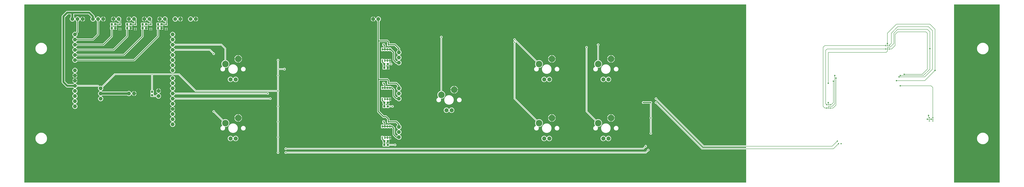
<source format=gbl>
G04 EAGLE Gerber RS-274X export*
G75*
%MOMM*%
%FSLAX34Y34*%
%LPD*%
%INBottom Copper*%
%IPPOS*%
%AMOC8*
5,1,8,0,0,1.08239X$1,22.5*%
G01*
%ADD10R,0.630000X0.830000*%
%ADD11C,1.879600*%
%ADD12R,0.600000X1.200000*%
%ADD13R,1.100000X1.000000*%
%ADD14R,0.830000X0.630000*%
%ADD15C,2.032000*%
%ADD16C,3.225800*%
%ADD17R,0.400000X0.700000*%
%ADD18R,0.700000X0.400000*%
%ADD19R,1.000000X1.100000*%
%ADD20C,0.508000*%
%ADD21C,0.635000*%
%ADD22C,0.604000*%
%ADD23C,0.203200*%
%ADD24C,0.558800*%
%ADD25C,1.016000*%
%ADD26C,0.406400*%
%ADD27C,1.270000*%

G36*
X3568758Y4327D02*
X3568758Y4327D01*
X3568816Y4325D01*
X3568898Y4347D01*
X3568982Y4359D01*
X3569035Y4382D01*
X3569091Y4397D01*
X3569164Y4440D01*
X3569241Y4475D01*
X3569286Y4513D01*
X3569336Y4542D01*
X3569394Y4604D01*
X3569458Y4658D01*
X3569490Y4707D01*
X3569530Y4750D01*
X3569569Y4825D01*
X3569616Y4895D01*
X3569633Y4951D01*
X3569660Y5003D01*
X3569671Y5071D01*
X3569701Y5166D01*
X3569704Y5266D01*
X3569715Y5334D01*
X3569715Y166370D01*
X3569707Y166428D01*
X3569709Y166486D01*
X3569687Y166568D01*
X3569675Y166652D01*
X3569652Y166705D01*
X3569637Y166761D01*
X3569594Y166834D01*
X3569559Y166911D01*
X3569521Y166956D01*
X3569492Y167006D01*
X3569430Y167064D01*
X3569376Y167128D01*
X3569327Y167160D01*
X3569284Y167200D01*
X3569209Y167239D01*
X3569139Y167286D01*
X3569083Y167303D01*
X3569031Y167330D01*
X3568963Y167341D01*
X3568868Y167371D01*
X3568768Y167374D01*
X3568700Y167385D01*
X3351116Y167385D01*
X3124818Y393684D01*
X3124748Y393736D01*
X3124684Y393796D01*
X3124635Y393822D01*
X3124590Y393855D01*
X3124509Y393886D01*
X3124431Y393926D01*
X3124383Y393934D01*
X3124325Y393956D01*
X3124177Y393968D01*
X3124100Y393981D01*
X3122993Y393981D01*
X3120762Y394905D01*
X3119055Y396612D01*
X3118131Y398843D01*
X3118131Y401257D01*
X3119055Y403488D01*
X3120762Y405195D01*
X3122993Y406119D01*
X3125407Y406119D01*
X3127638Y405195D01*
X3129345Y403488D01*
X3130269Y401257D01*
X3130269Y400150D01*
X3130281Y400064D01*
X3130284Y399976D01*
X3130301Y399924D01*
X3130309Y399869D01*
X3130344Y399789D01*
X3130371Y399706D01*
X3130399Y399666D01*
X3130425Y399609D01*
X3130521Y399496D01*
X3130566Y399432D01*
X3354186Y175812D01*
X3354256Y175760D01*
X3354320Y175700D01*
X3354369Y175674D01*
X3354414Y175641D01*
X3354495Y175610D01*
X3354573Y175570D01*
X3354621Y175562D01*
X3354679Y175540D01*
X3354827Y175528D01*
X3354904Y175515D01*
X3568700Y175515D01*
X3568758Y175523D01*
X3568816Y175521D01*
X3568898Y175543D01*
X3568982Y175555D01*
X3569035Y175578D01*
X3569091Y175593D01*
X3569164Y175636D01*
X3569241Y175671D01*
X3569286Y175709D01*
X3569336Y175738D01*
X3569394Y175800D01*
X3569458Y175854D01*
X3569490Y175903D01*
X3569530Y175946D01*
X3569569Y176021D01*
X3569616Y176091D01*
X3569633Y176147D01*
X3569660Y176199D01*
X3569671Y176267D01*
X3569701Y176362D01*
X3569704Y176462D01*
X3569715Y176530D01*
X3569715Y179070D01*
X3569707Y179128D01*
X3569709Y179186D01*
X3569687Y179268D01*
X3569675Y179352D01*
X3569652Y179405D01*
X3569637Y179461D01*
X3569594Y179534D01*
X3569559Y179611D01*
X3569521Y179656D01*
X3569492Y179706D01*
X3569430Y179764D01*
X3569376Y179828D01*
X3569327Y179860D01*
X3569284Y179900D01*
X3569209Y179939D01*
X3569139Y179986D01*
X3569083Y180003D01*
X3569031Y180030D01*
X3568963Y180041D01*
X3568868Y180071D01*
X3568768Y180074D01*
X3568700Y180085D01*
X3357466Y180085D01*
X3124818Y412734D01*
X3124748Y412786D01*
X3124684Y412846D01*
X3124635Y412872D01*
X3124590Y412905D01*
X3124509Y412936D01*
X3124431Y412976D01*
X3124383Y412984D01*
X3124325Y413006D01*
X3124177Y413018D01*
X3124100Y413031D01*
X3122993Y413031D01*
X3120762Y413955D01*
X3119055Y415662D01*
X3118131Y417893D01*
X3118131Y420307D01*
X3119055Y422538D01*
X3120762Y424245D01*
X3122993Y425169D01*
X3125407Y425169D01*
X3127638Y424245D01*
X3129345Y422538D01*
X3130269Y420307D01*
X3130269Y419200D01*
X3130281Y419114D01*
X3130284Y419026D01*
X3130301Y418974D01*
X3130309Y418919D01*
X3130344Y418839D01*
X3130371Y418756D01*
X3130399Y418716D01*
X3130425Y418659D01*
X3130521Y418546D01*
X3130566Y418482D01*
X3360536Y188512D01*
X3360606Y188460D01*
X3360670Y188400D01*
X3360719Y188374D01*
X3360764Y188341D01*
X3360845Y188310D01*
X3360923Y188270D01*
X3360971Y188262D01*
X3361029Y188240D01*
X3361177Y188228D01*
X3361254Y188215D01*
X3568700Y188215D01*
X3568758Y188223D01*
X3568816Y188221D01*
X3568898Y188243D01*
X3568982Y188255D01*
X3569035Y188278D01*
X3569091Y188293D01*
X3569164Y188336D01*
X3569241Y188371D01*
X3569286Y188409D01*
X3569336Y188438D01*
X3569394Y188500D01*
X3569458Y188554D01*
X3569490Y188603D01*
X3569530Y188646D01*
X3569569Y188721D01*
X3569616Y188791D01*
X3569633Y188847D01*
X3569660Y188899D01*
X3569671Y188967D01*
X3569701Y189062D01*
X3569704Y189162D01*
X3569715Y189230D01*
X3569715Y883666D01*
X3569707Y883724D01*
X3569709Y883782D01*
X3569687Y883864D01*
X3569675Y883948D01*
X3569652Y884001D01*
X3569637Y884057D01*
X3569594Y884130D01*
X3569559Y884207D01*
X3569521Y884252D01*
X3569492Y884302D01*
X3569430Y884360D01*
X3569376Y884424D01*
X3569327Y884456D01*
X3569284Y884496D01*
X3569209Y884535D01*
X3569139Y884582D01*
X3569083Y884599D01*
X3569031Y884626D01*
X3568963Y884637D01*
X3568868Y884667D01*
X3568768Y884670D01*
X3568700Y884681D01*
X5334Y884681D01*
X5276Y884673D01*
X5218Y884675D01*
X5136Y884653D01*
X5052Y884641D01*
X4999Y884618D01*
X4943Y884603D01*
X4870Y884560D01*
X4793Y884525D01*
X4748Y884487D01*
X4698Y884458D01*
X4640Y884396D01*
X4576Y884342D01*
X4544Y884293D01*
X4504Y884250D01*
X4465Y884175D01*
X4418Y884105D01*
X4401Y884049D01*
X4374Y883997D01*
X4363Y883929D01*
X4333Y883834D01*
X4330Y883734D01*
X4319Y883666D01*
X4319Y5334D01*
X4327Y5276D01*
X4325Y5218D01*
X4347Y5136D01*
X4359Y5052D01*
X4382Y4999D01*
X4397Y4943D01*
X4440Y4870D01*
X4475Y4793D01*
X4513Y4748D01*
X4542Y4698D01*
X4604Y4640D01*
X4658Y4576D01*
X4707Y4544D01*
X4750Y4504D01*
X4825Y4465D01*
X4895Y4418D01*
X4951Y4401D01*
X5003Y4374D01*
X5071Y4363D01*
X5166Y4333D01*
X5266Y4330D01*
X5334Y4319D01*
X3568700Y4319D01*
X3568758Y4327D01*
G37*
G36*
X4820724Y4327D02*
X4820724Y4327D01*
X4820782Y4325D01*
X4820864Y4347D01*
X4820948Y4359D01*
X4821001Y4382D01*
X4821057Y4397D01*
X4821130Y4440D01*
X4821207Y4475D01*
X4821252Y4513D01*
X4821302Y4542D01*
X4821360Y4604D01*
X4821424Y4658D01*
X4821456Y4707D01*
X4821496Y4750D01*
X4821535Y4825D01*
X4821582Y4895D01*
X4821599Y4951D01*
X4821626Y5003D01*
X4821637Y5071D01*
X4821667Y5166D01*
X4821670Y5266D01*
X4821681Y5334D01*
X4821681Y883666D01*
X4821673Y883724D01*
X4821675Y883782D01*
X4821653Y883864D01*
X4821641Y883948D01*
X4821618Y884001D01*
X4821603Y884057D01*
X4821560Y884130D01*
X4821525Y884207D01*
X4821487Y884252D01*
X4821458Y884302D01*
X4821396Y884360D01*
X4821342Y884424D01*
X4821293Y884456D01*
X4821250Y884496D01*
X4821175Y884535D01*
X4821105Y884582D01*
X4821049Y884599D01*
X4820997Y884626D01*
X4820929Y884637D01*
X4820834Y884667D01*
X4820734Y884670D01*
X4820666Y884681D01*
X4597400Y884681D01*
X4597342Y884673D01*
X4597284Y884675D01*
X4597202Y884653D01*
X4597119Y884641D01*
X4597065Y884618D01*
X4597009Y884603D01*
X4596936Y884560D01*
X4596859Y884525D01*
X4596814Y884487D01*
X4596764Y884458D01*
X4596706Y884396D01*
X4596642Y884342D01*
X4596610Y884293D01*
X4596570Y884250D01*
X4596531Y884175D01*
X4596485Y884105D01*
X4596467Y884049D01*
X4596440Y883997D01*
X4596429Y883929D01*
X4596399Y883834D01*
X4596396Y883734D01*
X4596385Y883666D01*
X4596385Y5334D01*
X4596393Y5276D01*
X4596391Y5218D01*
X4596413Y5136D01*
X4596425Y5052D01*
X4596449Y4999D01*
X4596463Y4943D01*
X4596506Y4870D01*
X4596541Y4793D01*
X4596579Y4748D01*
X4596609Y4698D01*
X4596670Y4640D01*
X4596725Y4576D01*
X4596773Y4544D01*
X4596816Y4504D01*
X4596891Y4465D01*
X4596961Y4418D01*
X4597017Y4401D01*
X4597069Y4374D01*
X4597137Y4363D01*
X4597232Y4333D01*
X4597332Y4330D01*
X4597400Y4319D01*
X4820666Y4319D01*
X4820724Y4327D01*
G37*
%LPC*%
G36*
X1256138Y146557D02*
X1256138Y146557D01*
X1253990Y147447D01*
X1252347Y149090D01*
X1251457Y151238D01*
X1251457Y153562D01*
X1252347Y155710D01*
X1252938Y156301D01*
X1252990Y156371D01*
X1253050Y156434D01*
X1253076Y156484D01*
X1253109Y156528D01*
X1253140Y156610D01*
X1253180Y156688D01*
X1253188Y156735D01*
X1253210Y156794D01*
X1253222Y156941D01*
X1253235Y157019D01*
X1253235Y223981D01*
X1253223Y224068D01*
X1253220Y224155D01*
X1253203Y224208D01*
X1253195Y224263D01*
X1253160Y224343D01*
X1253133Y224426D01*
X1253105Y224465D01*
X1253079Y224522D01*
X1252983Y224636D01*
X1252938Y224699D01*
X1252347Y225290D01*
X1251457Y227438D01*
X1251457Y229762D01*
X1252347Y231910D01*
X1252938Y232501D01*
X1252990Y232571D01*
X1253050Y232634D01*
X1253076Y232684D01*
X1253109Y232728D01*
X1253140Y232810D01*
X1253180Y232888D01*
X1253188Y232935D01*
X1253210Y232994D01*
X1253222Y233141D01*
X1253235Y233219D01*
X1253235Y300181D01*
X1253223Y300268D01*
X1253220Y300355D01*
X1253203Y300408D01*
X1253195Y300463D01*
X1253160Y300543D01*
X1253133Y300626D01*
X1253105Y300665D01*
X1253079Y300722D01*
X1252983Y300836D01*
X1252938Y300899D01*
X1252347Y301490D01*
X1251457Y303638D01*
X1251457Y305962D01*
X1252347Y308110D01*
X1252938Y308701D01*
X1252990Y308771D01*
X1253050Y308834D01*
X1253076Y308884D01*
X1253109Y308928D01*
X1253140Y309010D01*
X1253180Y309088D01*
X1253188Y309135D01*
X1253210Y309194D01*
X1253222Y309341D01*
X1253235Y309419D01*
X1253235Y376381D01*
X1253223Y376468D01*
X1253220Y376555D01*
X1253203Y376608D01*
X1253195Y376663D01*
X1253160Y376743D01*
X1253133Y376826D01*
X1253105Y376865D01*
X1253079Y376922D01*
X1252983Y377036D01*
X1252938Y377099D01*
X1252347Y377690D01*
X1251457Y379838D01*
X1251457Y382162D01*
X1252347Y384310D01*
X1252938Y384901D01*
X1252990Y384971D01*
X1253050Y385034D01*
X1253076Y385084D01*
X1253109Y385128D01*
X1253140Y385210D01*
X1253180Y385288D01*
X1253188Y385335D01*
X1253210Y385394D01*
X1253222Y385541D01*
X1253235Y385619D01*
X1253235Y452120D01*
X1253227Y452178D01*
X1253229Y452236D01*
X1253207Y452318D01*
X1253195Y452402D01*
X1253172Y452455D01*
X1253157Y452511D01*
X1253114Y452584D01*
X1253079Y452661D01*
X1253041Y452706D01*
X1253012Y452756D01*
X1252950Y452814D01*
X1252896Y452878D01*
X1252847Y452910D01*
X1252804Y452950D01*
X1252729Y452989D01*
X1252659Y453036D01*
X1252603Y453053D01*
X1252551Y453080D01*
X1252483Y453091D01*
X1252388Y453121D01*
X1252288Y453124D01*
X1252220Y453135D01*
X849216Y453135D01*
X766964Y535388D01*
X766894Y535440D01*
X766830Y535500D01*
X766781Y535526D01*
X766736Y535559D01*
X766655Y535590D01*
X766577Y535630D01*
X766529Y535638D01*
X766471Y535660D01*
X766323Y535672D01*
X766246Y535685D01*
X640080Y535685D01*
X640022Y535677D01*
X639964Y535679D01*
X639882Y535657D01*
X639798Y535645D01*
X639745Y535622D01*
X639689Y535607D01*
X639616Y535564D01*
X639539Y535529D01*
X639494Y535491D01*
X639444Y535462D01*
X639386Y535400D01*
X639322Y535346D01*
X639290Y535297D01*
X639250Y535254D01*
X639211Y535179D01*
X639164Y535109D01*
X639147Y535053D01*
X639120Y535001D01*
X639109Y534933D01*
X639079Y534838D01*
X639076Y534738D01*
X639065Y534670D01*
X639065Y462564D01*
X639073Y462506D01*
X639071Y462448D01*
X639093Y462366D01*
X639105Y462282D01*
X639128Y462229D01*
X639143Y462173D01*
X639186Y462100D01*
X639221Y462023D01*
X639259Y461978D01*
X639288Y461928D01*
X639350Y461870D01*
X639404Y461806D01*
X639453Y461774D01*
X639496Y461734D01*
X639571Y461695D01*
X639641Y461648D01*
X639697Y461631D01*
X639749Y461604D01*
X639817Y461593D01*
X639912Y461563D01*
X640012Y461560D01*
X640080Y461549D01*
X641263Y461549D01*
X643049Y459763D01*
X643049Y446237D01*
X642029Y445218D01*
X641994Y445171D01*
X641952Y445131D01*
X641909Y445058D01*
X641859Y444991D01*
X641838Y444936D01*
X641808Y444886D01*
X641787Y444804D01*
X641757Y444725D01*
X641752Y444667D01*
X641738Y444610D01*
X641741Y444526D01*
X641734Y444442D01*
X641745Y444384D01*
X641747Y444326D01*
X641773Y444246D01*
X641790Y444163D01*
X641817Y444111D01*
X641835Y444055D01*
X641875Y443999D01*
X641921Y443911D01*
X641989Y443838D01*
X642029Y443782D01*
X643049Y442763D01*
X643049Y436880D01*
X643057Y436822D01*
X643055Y436764D01*
X643077Y436682D01*
X643089Y436598D01*
X643112Y436545D01*
X643127Y436489D01*
X643170Y436416D01*
X643205Y436339D01*
X643243Y436294D01*
X643272Y436244D01*
X643334Y436186D01*
X643388Y436122D01*
X643437Y436090D01*
X643480Y436050D01*
X643555Y436011D01*
X643625Y435964D01*
X643681Y435947D01*
X643733Y435920D01*
X643801Y435909D01*
X643896Y435879D01*
X643996Y435876D01*
X644064Y435865D01*
X654283Y435865D01*
X654285Y435865D01*
X654286Y435865D01*
X654425Y435885D01*
X654565Y435905D01*
X654566Y435905D01*
X654568Y435905D01*
X654693Y435962D01*
X654824Y436021D01*
X654825Y436022D01*
X654827Y436023D01*
X654934Y436114D01*
X655041Y436204D01*
X655042Y436206D01*
X655043Y436207D01*
X655051Y436220D01*
X655199Y436441D01*
X655208Y436470D01*
X655221Y436491D01*
X656198Y438851D01*
X659699Y442352D01*
X663361Y443869D01*
X663421Y443904D01*
X663485Y443930D01*
X663543Y443976D01*
X663606Y444013D01*
X663654Y444063D01*
X663708Y444106D01*
X663751Y444166D01*
X663801Y444220D01*
X663833Y444281D01*
X663873Y444338D01*
X663898Y444407D01*
X663932Y444473D01*
X663945Y444540D01*
X663968Y444606D01*
X663972Y444679D01*
X663987Y444752D01*
X663981Y444820D01*
X663985Y444889D01*
X663969Y444961D01*
X663962Y445035D01*
X663937Y445099D01*
X663922Y445167D01*
X663887Y445231D01*
X663860Y445300D01*
X663819Y445355D01*
X663785Y445416D01*
X663733Y445468D01*
X663689Y445527D01*
X663633Y445568D01*
X663584Y445617D01*
X663529Y445646D01*
X663461Y445697D01*
X663353Y445738D01*
X663287Y445772D01*
X662167Y446136D01*
X660493Y446989D01*
X658972Y448094D01*
X657644Y449422D01*
X656539Y450943D01*
X655686Y452617D01*
X655105Y454404D01*
X654984Y455169D01*
X665734Y455169D01*
X665792Y455177D01*
X665850Y455175D01*
X665932Y455197D01*
X666015Y455209D01*
X666069Y455233D01*
X666125Y455247D01*
X666198Y455290D01*
X666275Y455325D01*
X666319Y455363D01*
X666370Y455393D01*
X666427Y455454D01*
X666492Y455509D01*
X666524Y455557D01*
X666564Y455600D01*
X666603Y455675D01*
X666649Y455745D01*
X666667Y455801D01*
X666694Y455853D01*
X666705Y455921D01*
X666735Y456016D01*
X666738Y456116D01*
X666749Y456184D01*
X666749Y457201D01*
X666751Y457201D01*
X666751Y456184D01*
X666759Y456126D01*
X666758Y456068D01*
X666779Y455986D01*
X666791Y455903D01*
X666815Y455849D01*
X666829Y455793D01*
X666872Y455720D01*
X666907Y455643D01*
X666945Y455598D01*
X666975Y455548D01*
X667036Y455490D01*
X667091Y455426D01*
X667139Y455394D01*
X667182Y455354D01*
X667257Y455315D01*
X667327Y455269D01*
X667383Y455251D01*
X667435Y455224D01*
X667503Y455213D01*
X667598Y455183D01*
X667698Y455180D01*
X667766Y455169D01*
X678516Y455169D01*
X678395Y454404D01*
X677814Y452617D01*
X676961Y450943D01*
X675856Y449422D01*
X674528Y448094D01*
X673007Y446989D01*
X671333Y446136D01*
X670213Y445772D01*
X670151Y445742D01*
X670085Y445721D01*
X670024Y445680D01*
X669958Y445647D01*
X669907Y445601D01*
X669849Y445562D01*
X669802Y445506D01*
X669747Y445457D01*
X669711Y445398D01*
X669666Y445345D01*
X669636Y445278D01*
X669597Y445215D01*
X669579Y445148D01*
X669551Y445085D01*
X669541Y445012D01*
X669521Y444941D01*
X669521Y444872D01*
X669512Y444803D01*
X669522Y444731D01*
X669523Y444657D01*
X669543Y444590D01*
X669552Y444522D01*
X669583Y444455D01*
X669604Y444384D01*
X669641Y444326D01*
X669670Y444263D01*
X669717Y444207D01*
X669757Y444145D01*
X669809Y444099D01*
X669854Y444047D01*
X669907Y444014D01*
X669971Y443957D01*
X670075Y443908D01*
X670139Y443869D01*
X673801Y442352D01*
X677302Y438851D01*
X679197Y434276D01*
X679197Y429324D01*
X677302Y424749D01*
X673801Y421248D01*
X669226Y419353D01*
X664274Y419353D01*
X659699Y421248D01*
X656198Y424749D01*
X655221Y427109D01*
X655220Y427110D01*
X655220Y427111D01*
X655150Y427230D01*
X655077Y427353D01*
X655075Y427354D01*
X655075Y427356D01*
X654973Y427451D01*
X654870Y427549D01*
X654868Y427549D01*
X654867Y427550D01*
X654742Y427615D01*
X654617Y427679D01*
X654616Y427679D01*
X654614Y427680D01*
X654599Y427682D01*
X654338Y427734D01*
X654308Y427731D01*
X654283Y427735D01*
X641967Y427735D01*
X641881Y427723D01*
X641793Y427720D01*
X641741Y427703D01*
X641686Y427695D01*
X641606Y427660D01*
X641523Y427633D01*
X641484Y427605D01*
X641426Y427579D01*
X641313Y427483D01*
X641268Y427451D01*
X628737Y427451D01*
X626951Y429237D01*
X626951Y442763D01*
X627971Y443782D01*
X628006Y443829D01*
X628048Y443869D01*
X628091Y443942D01*
X628141Y444009D01*
X628162Y444064D01*
X628192Y444114D01*
X628213Y444196D01*
X628243Y444275D01*
X628248Y444333D01*
X628262Y444390D01*
X628259Y444474D01*
X628266Y444558D01*
X628255Y444616D01*
X628253Y444674D01*
X628227Y444754D01*
X628210Y444837D01*
X628183Y444889D01*
X628165Y444945D01*
X628125Y445001D01*
X628079Y445089D01*
X628011Y445162D01*
X627971Y445218D01*
X626951Y446237D01*
X626951Y459763D01*
X628737Y461549D01*
X629920Y461549D01*
X629978Y461557D01*
X630036Y461555D01*
X630118Y461577D01*
X630202Y461589D01*
X630255Y461612D01*
X630311Y461627D01*
X630384Y461670D01*
X630461Y461705D01*
X630506Y461743D01*
X630556Y461772D01*
X630614Y461834D01*
X630678Y461888D01*
X630710Y461937D01*
X630750Y461980D01*
X630789Y462055D01*
X630836Y462125D01*
X630853Y462181D01*
X630880Y462233D01*
X630891Y462301D01*
X630921Y462396D01*
X630924Y462496D01*
X630935Y462564D01*
X630935Y534670D01*
X630927Y534728D01*
X630929Y534786D01*
X630907Y534868D01*
X630895Y534952D01*
X630872Y535005D01*
X630857Y535061D01*
X630814Y535134D01*
X630779Y535211D01*
X630741Y535256D01*
X630712Y535306D01*
X630650Y535364D01*
X630596Y535428D01*
X630547Y535460D01*
X630504Y535500D01*
X630429Y535539D01*
X630359Y535586D01*
X630303Y535603D01*
X630251Y535630D01*
X630183Y535641D01*
X630088Y535671D01*
X629988Y535674D01*
X629920Y535685D01*
X452954Y535685D01*
X452868Y535673D01*
X452780Y535670D01*
X452728Y535653D01*
X452673Y535645D01*
X452593Y535610D01*
X452510Y535583D01*
X452470Y535555D01*
X452413Y535529D01*
X452300Y535433D01*
X452236Y535388D01*
X392690Y475841D01*
X392689Y475840D01*
X392687Y475839D01*
X392599Y475721D01*
X392519Y475614D01*
X392518Y475613D01*
X392517Y475611D01*
X392467Y475478D01*
X392418Y475348D01*
X392417Y475347D01*
X392417Y475345D01*
X392405Y475201D01*
X392394Y475065D01*
X392394Y475064D01*
X392394Y475062D01*
X392398Y475046D01*
X392450Y474786D01*
X392464Y474759D01*
X392470Y474735D01*
X393447Y472376D01*
X393447Y467424D01*
X391552Y462849D01*
X388051Y459348D01*
X385129Y458138D01*
X385104Y458123D01*
X385076Y458114D01*
X384981Y458051D01*
X384884Y457993D01*
X384864Y457972D01*
X384839Y457956D01*
X384767Y457869D01*
X384689Y457787D01*
X384675Y457761D01*
X384657Y457738D01*
X384611Y457635D01*
X384559Y457534D01*
X384553Y457505D01*
X384541Y457478D01*
X384525Y457366D01*
X384504Y457255D01*
X384506Y457226D01*
X384502Y457197D01*
X384518Y457085D01*
X384528Y456972D01*
X384539Y456945D01*
X384543Y456916D01*
X384589Y456812D01*
X384630Y456707D01*
X384648Y456683D01*
X384660Y456656D01*
X384733Y456570D01*
X384802Y456480D01*
X384825Y456462D01*
X384844Y456440D01*
X384911Y456398D01*
X385029Y456310D01*
X385088Y456288D01*
X385129Y456262D01*
X388051Y455052D01*
X388906Y454196D01*
X388976Y454144D01*
X389040Y454084D01*
X389089Y454058D01*
X389133Y454025D01*
X389215Y453994D01*
X389293Y453954D01*
X389341Y453946D01*
X389399Y453924D01*
X389547Y453912D01*
X389624Y453899D01*
X512076Y453899D01*
X512162Y453911D01*
X512250Y453914D01*
X512303Y453931D01*
X512357Y453939D01*
X512437Y453974D01*
X512520Y454001D01*
X512560Y454029D01*
X512617Y454055D01*
X512730Y454151D01*
X512794Y454196D01*
X513649Y455052D01*
X518224Y456947D01*
X523176Y456947D01*
X527751Y455052D01*
X531252Y451551D01*
X532769Y447889D01*
X532804Y447829D01*
X532830Y447765D01*
X532876Y447707D01*
X532913Y447644D01*
X532963Y447596D01*
X533006Y447542D01*
X533066Y447499D01*
X533120Y447449D01*
X533181Y447417D01*
X533238Y447377D01*
X533307Y447352D01*
X533373Y447318D01*
X533440Y447305D01*
X533506Y447282D01*
X533579Y447278D01*
X533652Y447263D01*
X533720Y447269D01*
X533789Y447265D01*
X533861Y447281D01*
X533935Y447288D01*
X533999Y447313D01*
X534067Y447328D01*
X534131Y447363D01*
X534200Y447390D01*
X534255Y447432D01*
X534316Y447465D01*
X534368Y447517D01*
X534427Y447561D01*
X534468Y447617D01*
X534517Y447666D01*
X534546Y447721D01*
X534597Y447789D01*
X534638Y447897D01*
X534672Y447963D01*
X535036Y449083D01*
X535889Y450757D01*
X536994Y452278D01*
X538322Y453606D01*
X539843Y454711D01*
X541517Y455564D01*
X543304Y456145D01*
X544069Y456266D01*
X544069Y445516D01*
X544077Y445458D01*
X544075Y445400D01*
X544097Y445318D01*
X544109Y445235D01*
X544133Y445181D01*
X544147Y445125D01*
X544190Y445052D01*
X544225Y444975D01*
X544263Y444931D01*
X544293Y444880D01*
X544354Y444823D01*
X544409Y444758D01*
X544457Y444726D01*
X544500Y444686D01*
X544575Y444647D01*
X544645Y444601D01*
X544701Y444583D01*
X544753Y444556D01*
X544821Y444545D01*
X544916Y444515D01*
X545016Y444512D01*
X545084Y444501D01*
X546101Y444501D01*
X546101Y444499D01*
X545084Y444499D01*
X545026Y444491D01*
X544968Y444492D01*
X544886Y444471D01*
X544803Y444459D01*
X544749Y444435D01*
X544693Y444421D01*
X544620Y444378D01*
X544543Y444343D01*
X544498Y444305D01*
X544448Y444275D01*
X544390Y444214D01*
X544326Y444159D01*
X544294Y444111D01*
X544254Y444068D01*
X544215Y443993D01*
X544169Y443923D01*
X544151Y443867D01*
X544124Y443815D01*
X544113Y443747D01*
X544083Y443652D01*
X544080Y443552D01*
X544069Y443484D01*
X544069Y432734D01*
X543304Y432855D01*
X541517Y433436D01*
X539843Y434289D01*
X538322Y435394D01*
X536994Y436722D01*
X535889Y438243D01*
X535036Y439917D01*
X534672Y441037D01*
X534642Y441099D01*
X534621Y441165D01*
X534580Y441226D01*
X534547Y441292D01*
X534501Y441343D01*
X534462Y441401D01*
X534406Y441448D01*
X534357Y441503D01*
X534298Y441539D01*
X534245Y441584D01*
X534178Y441614D01*
X534115Y441652D01*
X534048Y441671D01*
X533985Y441699D01*
X533912Y441709D01*
X533841Y441729D01*
X533772Y441729D01*
X533704Y441738D01*
X533631Y441728D01*
X533557Y441727D01*
X533490Y441707D01*
X533422Y441697D01*
X533355Y441667D01*
X533284Y441646D01*
X533226Y441609D01*
X533163Y441580D01*
X533107Y441533D01*
X533045Y441493D01*
X532999Y441441D01*
X532947Y441396D01*
X532914Y441343D01*
X532857Y441279D01*
X532808Y441175D01*
X532769Y441111D01*
X531252Y437449D01*
X527751Y433948D01*
X523176Y432053D01*
X518224Y432053D01*
X513649Y433948D01*
X512794Y434804D01*
X512724Y434856D01*
X512660Y434916D01*
X512611Y434942D01*
X512567Y434975D01*
X512485Y435006D01*
X512407Y435046D01*
X512359Y435054D01*
X512301Y435076D01*
X512153Y435088D01*
X512076Y435101D01*
X389624Y435101D01*
X389538Y435089D01*
X389450Y435086D01*
X389397Y435069D01*
X389343Y435061D01*
X389263Y435026D01*
X389180Y434999D01*
X389140Y434971D01*
X389083Y434945D01*
X388970Y434849D01*
X388906Y434804D01*
X388051Y433948D01*
X385129Y432738D01*
X385104Y432723D01*
X385076Y432714D01*
X384981Y432651D01*
X384884Y432593D01*
X384864Y432572D01*
X384839Y432556D01*
X384767Y432469D01*
X384689Y432387D01*
X384675Y432361D01*
X384657Y432338D01*
X384611Y432235D01*
X384559Y432134D01*
X384553Y432105D01*
X384541Y432078D01*
X384525Y431966D01*
X384504Y431855D01*
X384506Y431826D01*
X384502Y431797D01*
X384518Y431685D01*
X384528Y431572D01*
X384539Y431545D01*
X384543Y431516D01*
X384589Y431412D01*
X384630Y431307D01*
X384648Y431283D01*
X384660Y431256D01*
X384733Y431170D01*
X384802Y431080D01*
X384825Y431062D01*
X384844Y431040D01*
X384911Y430998D01*
X385029Y430910D01*
X385088Y430888D01*
X385129Y430862D01*
X388051Y429652D01*
X391552Y426151D01*
X393447Y421576D01*
X393447Y416624D01*
X391552Y412049D01*
X388051Y408548D01*
X383476Y406653D01*
X378524Y406653D01*
X373949Y408548D01*
X370448Y412049D01*
X368553Y416624D01*
X368553Y421576D01*
X370448Y426151D01*
X373949Y429652D01*
X376871Y430862D01*
X376896Y430877D01*
X376924Y430886D01*
X377019Y430949D01*
X377116Y431007D01*
X377136Y431028D01*
X377161Y431044D01*
X377234Y431131D01*
X377311Y431213D01*
X377325Y431239D01*
X377344Y431262D01*
X377390Y431365D01*
X377441Y431466D01*
X377447Y431495D01*
X377459Y431522D01*
X377475Y431634D01*
X377496Y431745D01*
X377494Y431774D01*
X377498Y431803D01*
X377482Y431915D01*
X377472Y432028D01*
X377461Y432055D01*
X377457Y432085D01*
X377411Y432188D01*
X377370Y432293D01*
X377352Y432317D01*
X377340Y432344D01*
X377267Y432430D01*
X377198Y432520D01*
X377175Y432538D01*
X377156Y432560D01*
X377089Y432602D01*
X376971Y432690D01*
X376912Y432712D01*
X376871Y432738D01*
X373949Y433948D01*
X370448Y437449D01*
X368553Y442024D01*
X368553Y446976D01*
X370448Y451551D01*
X373949Y455052D01*
X376871Y456262D01*
X376896Y456277D01*
X376924Y456286D01*
X377019Y456349D01*
X377116Y456407D01*
X377136Y456428D01*
X377161Y456444D01*
X377234Y456531D01*
X377311Y456613D01*
X377325Y456639D01*
X377344Y456662D01*
X377390Y456765D01*
X377441Y456866D01*
X377447Y456895D01*
X377459Y456922D01*
X377475Y457034D01*
X377496Y457145D01*
X377494Y457174D01*
X377498Y457203D01*
X377482Y457315D01*
X377472Y457428D01*
X377461Y457455D01*
X377457Y457485D01*
X377411Y457588D01*
X377370Y457693D01*
X377352Y457717D01*
X377340Y457744D01*
X377267Y457830D01*
X377198Y457920D01*
X377175Y457938D01*
X377156Y457960D01*
X377089Y458002D01*
X376971Y458090D01*
X376912Y458112D01*
X376871Y458138D01*
X373949Y459348D01*
X370448Y462849D01*
X368553Y467424D01*
X368553Y472376D01*
X369530Y474735D01*
X369531Y474736D01*
X369532Y474738D01*
X369566Y474872D01*
X369601Y475010D01*
X369601Y475012D01*
X369602Y475013D01*
X369597Y475154D01*
X369593Y475294D01*
X369593Y475296D01*
X369593Y475297D01*
X369550Y475430D01*
X369507Y475565D01*
X369506Y475566D01*
X369505Y475568D01*
X369497Y475580D01*
X369348Y475801D01*
X369325Y475821D01*
X369310Y475841D01*
X366914Y478238D01*
X366844Y478290D01*
X366780Y478350D01*
X366731Y478376D01*
X366686Y478409D01*
X366605Y478440D01*
X366527Y478480D01*
X366479Y478488D01*
X366421Y478510D01*
X366273Y478522D01*
X366196Y478535D01*
X266467Y478535D01*
X266465Y478535D01*
X266464Y478535D01*
X266324Y478515D01*
X266185Y478495D01*
X266184Y478495D01*
X266182Y478495D01*
X266057Y478438D01*
X265926Y478379D01*
X265925Y478378D01*
X265923Y478377D01*
X265816Y478286D01*
X265709Y478196D01*
X265708Y478194D01*
X265707Y478193D01*
X265699Y478180D01*
X265551Y477959D01*
X265542Y477930D01*
X265529Y477909D01*
X264552Y475549D01*
X261051Y472048D01*
X258129Y470838D01*
X258104Y470823D01*
X258076Y470814D01*
X257981Y470751D01*
X257884Y470693D01*
X257864Y470672D01*
X257839Y470656D01*
X257766Y470569D01*
X257689Y470487D01*
X257675Y470461D01*
X257656Y470438D01*
X257610Y470335D01*
X257559Y470234D01*
X257553Y470205D01*
X257541Y470178D01*
X257525Y470066D01*
X257504Y469955D01*
X257506Y469926D01*
X257502Y469897D01*
X257518Y469785D01*
X257528Y469672D01*
X257539Y469645D01*
X257543Y469615D01*
X257589Y469512D01*
X257630Y469407D01*
X257648Y469383D01*
X257660Y469356D01*
X257733Y469270D01*
X257802Y469180D01*
X257825Y469162D01*
X257844Y469140D01*
X257911Y469098D01*
X258029Y469010D01*
X258088Y468988D01*
X258129Y468962D01*
X261051Y467752D01*
X264552Y464251D01*
X266447Y459676D01*
X266447Y454724D01*
X264552Y450149D01*
X261051Y446648D01*
X258129Y445438D01*
X258104Y445423D01*
X258076Y445414D01*
X257981Y445351D01*
X257884Y445293D01*
X257864Y445272D01*
X257839Y445256D01*
X257766Y445169D01*
X257689Y445087D01*
X257675Y445061D01*
X257656Y445038D01*
X257610Y444935D01*
X257559Y444834D01*
X257553Y444805D01*
X257541Y444778D01*
X257525Y444666D01*
X257504Y444555D01*
X257506Y444526D01*
X257502Y444497D01*
X257518Y444385D01*
X257528Y444272D01*
X257539Y444245D01*
X257543Y444215D01*
X257589Y444112D01*
X257630Y444007D01*
X257648Y443983D01*
X257660Y443956D01*
X257733Y443870D01*
X257802Y443780D01*
X257825Y443762D01*
X257844Y443740D01*
X257911Y443698D01*
X258029Y443610D01*
X258088Y443588D01*
X258129Y443562D01*
X261051Y442352D01*
X264552Y438851D01*
X266447Y434276D01*
X266447Y429324D01*
X264552Y424749D01*
X261051Y421248D01*
X258129Y420038D01*
X258104Y420023D01*
X258076Y420014D01*
X257981Y419951D01*
X257884Y419893D01*
X257864Y419872D01*
X257839Y419856D01*
X257767Y419769D01*
X257689Y419687D01*
X257675Y419661D01*
X257657Y419638D01*
X257610Y419535D01*
X257559Y419434D01*
X257553Y419405D01*
X257541Y419378D01*
X257525Y419266D01*
X257504Y419155D01*
X257506Y419126D01*
X257502Y419097D01*
X257518Y418985D01*
X257528Y418872D01*
X257539Y418845D01*
X257543Y418816D01*
X257589Y418712D01*
X257630Y418607D01*
X257648Y418583D01*
X257660Y418556D01*
X257733Y418470D01*
X257802Y418380D01*
X257825Y418362D01*
X257844Y418340D01*
X257911Y418298D01*
X258029Y418210D01*
X258088Y418188D01*
X258129Y418162D01*
X261051Y416952D01*
X264552Y413451D01*
X266447Y408876D01*
X266447Y403924D01*
X264552Y399349D01*
X261051Y395848D01*
X258129Y394638D01*
X258104Y394623D01*
X258076Y394614D01*
X257981Y394551D01*
X257884Y394493D01*
X257864Y394472D01*
X257839Y394456D01*
X257767Y394369D01*
X257689Y394287D01*
X257675Y394261D01*
X257657Y394238D01*
X257611Y394135D01*
X257559Y394034D01*
X257553Y394005D01*
X257541Y393978D01*
X257525Y393866D01*
X257504Y393755D01*
X257506Y393726D01*
X257502Y393697D01*
X257518Y393584D01*
X257528Y393472D01*
X257539Y393445D01*
X257543Y393416D01*
X257589Y393312D01*
X257630Y393207D01*
X257648Y393183D01*
X257660Y393156D01*
X257733Y393070D01*
X257802Y392980D01*
X257825Y392962D01*
X257844Y392940D01*
X257911Y392898D01*
X258029Y392810D01*
X258088Y392788D01*
X258129Y392762D01*
X261051Y391552D01*
X264552Y388051D01*
X266447Y383476D01*
X266447Y378524D01*
X264552Y373949D01*
X261051Y370448D01*
X256476Y368553D01*
X251524Y368553D01*
X246949Y370448D01*
X243448Y373949D01*
X241553Y378524D01*
X241553Y383476D01*
X243448Y388051D01*
X246949Y391552D01*
X249871Y392762D01*
X249896Y392777D01*
X249924Y392786D01*
X250019Y392849D01*
X250116Y392907D01*
X250136Y392928D01*
X250161Y392944D01*
X250233Y393031D01*
X250311Y393113D01*
X250325Y393139D01*
X250344Y393162D01*
X250390Y393265D01*
X250441Y393366D01*
X250447Y393395D01*
X250459Y393422D01*
X250475Y393534D01*
X250496Y393645D01*
X250494Y393674D01*
X250498Y393703D01*
X250482Y393815D01*
X250472Y393928D01*
X250461Y393955D01*
X250457Y393985D01*
X250411Y394088D01*
X250370Y394193D01*
X250352Y394217D01*
X250340Y394244D01*
X250267Y394330D01*
X250198Y394420D01*
X250175Y394438D01*
X250156Y394460D01*
X250089Y394502D01*
X249971Y394590D01*
X249912Y394612D01*
X249871Y394638D01*
X246949Y395848D01*
X243448Y399349D01*
X241553Y403924D01*
X241553Y408876D01*
X243448Y413451D01*
X246949Y416952D01*
X249871Y418162D01*
X249896Y418177D01*
X249924Y418186D01*
X250019Y418249D01*
X250116Y418307D01*
X250136Y418328D01*
X250161Y418344D01*
X250234Y418431D01*
X250311Y418513D01*
X250325Y418539D01*
X250344Y418562D01*
X250390Y418665D01*
X250441Y418766D01*
X250447Y418795D01*
X250459Y418822D01*
X250475Y418934D01*
X250496Y419045D01*
X250494Y419074D01*
X250498Y419103D01*
X250482Y419215D01*
X250472Y419328D01*
X250461Y419355D01*
X250457Y419385D01*
X250411Y419488D01*
X250370Y419593D01*
X250352Y419617D01*
X250340Y419644D01*
X250267Y419730D01*
X250198Y419820D01*
X250175Y419838D01*
X250156Y419860D01*
X250089Y419902D01*
X249971Y419990D01*
X249912Y420012D01*
X249871Y420038D01*
X246949Y421248D01*
X243448Y424749D01*
X241553Y429324D01*
X241553Y434276D01*
X243448Y438851D01*
X246949Y442352D01*
X249871Y443562D01*
X249896Y443577D01*
X249924Y443586D01*
X250019Y443649D01*
X250116Y443707D01*
X250136Y443728D01*
X250161Y443744D01*
X250234Y443831D01*
X250311Y443913D01*
X250325Y443939D01*
X250344Y443962D01*
X250390Y444065D01*
X250441Y444166D01*
X250447Y444195D01*
X250459Y444222D01*
X250475Y444334D01*
X250496Y444445D01*
X250494Y444474D01*
X250498Y444503D01*
X250482Y444615D01*
X250472Y444728D01*
X250461Y444755D01*
X250457Y444784D01*
X250411Y444888D01*
X250370Y444993D01*
X250352Y445017D01*
X250340Y445044D01*
X250267Y445130D01*
X250198Y445220D01*
X250175Y445238D01*
X250156Y445260D01*
X250089Y445302D01*
X249971Y445390D01*
X249912Y445412D01*
X249871Y445438D01*
X246949Y446648D01*
X243448Y450149D01*
X241553Y454724D01*
X241553Y459676D01*
X243448Y464251D01*
X246949Y467752D01*
X249871Y468962D01*
X249896Y468977D01*
X249924Y468986D01*
X250019Y469049D01*
X250116Y469107D01*
X250136Y469128D01*
X250161Y469144D01*
X250233Y469231D01*
X250311Y469313D01*
X250325Y469339D01*
X250343Y469362D01*
X250389Y469465D01*
X250441Y469566D01*
X250447Y469595D01*
X250459Y469622D01*
X250475Y469734D01*
X250496Y469845D01*
X250494Y469874D01*
X250498Y469903D01*
X250482Y470015D01*
X250472Y470128D01*
X250461Y470155D01*
X250457Y470184D01*
X250411Y470288D01*
X250370Y470393D01*
X250352Y470417D01*
X250340Y470444D01*
X250267Y470530D01*
X250198Y470620D01*
X250175Y470638D01*
X250156Y470660D01*
X250089Y470702D01*
X249971Y470790D01*
X249912Y470812D01*
X249871Y470838D01*
X246949Y472048D01*
X244824Y474174D01*
X244754Y474226D01*
X244690Y474286D01*
X244641Y474312D01*
X244597Y474345D01*
X244515Y474376D01*
X244437Y474416D01*
X244389Y474424D01*
X244331Y474446D01*
X244183Y474458D01*
X244106Y474471D01*
X214283Y474471D01*
X211295Y475709D01*
X189959Y497045D01*
X188721Y500033D01*
X188721Y827117D01*
X189959Y830105D01*
X208866Y849012D01*
X211295Y851441D01*
X214283Y852679D01*
X325467Y852679D01*
X328455Y851441D01*
X349791Y830105D01*
X351029Y827117D01*
X351029Y822694D01*
X351041Y822607D01*
X351044Y822520D01*
X351061Y822467D01*
X351069Y822413D01*
X351104Y822333D01*
X351131Y822250D01*
X351159Y822210D01*
X351185Y822153D01*
X351281Y822040D01*
X351326Y821976D01*
X353452Y819851D01*
X354662Y816929D01*
X354677Y816904D01*
X354686Y816876D01*
X354749Y816781D01*
X354807Y816684D01*
X354828Y816664D01*
X354844Y816639D01*
X354931Y816566D01*
X355013Y816489D01*
X355039Y816475D01*
X355062Y816456D01*
X355165Y816410D01*
X355266Y816359D01*
X355295Y816353D01*
X355322Y816341D01*
X355434Y816325D01*
X355545Y816304D01*
X355574Y816306D01*
X355603Y816302D01*
X355715Y816318D01*
X355828Y816328D01*
X355855Y816339D01*
X355884Y816343D01*
X355988Y816389D01*
X356093Y816430D01*
X356117Y816448D01*
X356144Y816460D01*
X356230Y816533D01*
X356320Y816602D01*
X356338Y816625D01*
X356360Y816644D01*
X356402Y816711D01*
X356490Y816829D01*
X356512Y816888D01*
X356538Y816929D01*
X357748Y819851D01*
X361249Y823352D01*
X365824Y825247D01*
X370776Y825247D01*
X375351Y823352D01*
X378852Y819851D01*
X380369Y816189D01*
X380404Y816129D01*
X380430Y816065D01*
X380476Y816007D01*
X380513Y815944D01*
X380563Y815896D01*
X380606Y815842D01*
X380666Y815799D01*
X380720Y815749D01*
X380781Y815717D01*
X380838Y815677D01*
X380907Y815652D01*
X380973Y815618D01*
X381040Y815605D01*
X381106Y815582D01*
X381179Y815578D01*
X381252Y815563D01*
X381320Y815569D01*
X381389Y815565D01*
X381461Y815581D01*
X381535Y815588D01*
X381599Y815613D01*
X381667Y815628D01*
X381731Y815663D01*
X381800Y815690D01*
X381855Y815731D01*
X381916Y815765D01*
X381968Y815817D01*
X382027Y815861D01*
X382068Y815917D01*
X382117Y815966D01*
X382146Y816021D01*
X382197Y816089D01*
X382238Y816197D01*
X382272Y816263D01*
X382636Y817383D01*
X383489Y819057D01*
X384594Y820578D01*
X385922Y821906D01*
X387443Y823011D01*
X389117Y823864D01*
X390904Y824445D01*
X391669Y824566D01*
X391669Y813816D01*
X391677Y813758D01*
X391675Y813700D01*
X391697Y813618D01*
X391709Y813535D01*
X391733Y813481D01*
X391747Y813425D01*
X391790Y813352D01*
X391825Y813275D01*
X391863Y813231D01*
X391893Y813180D01*
X391954Y813123D01*
X392009Y813058D01*
X392057Y813026D01*
X392100Y812986D01*
X392175Y812947D01*
X392245Y812901D01*
X392301Y812883D01*
X392353Y812856D01*
X392421Y812845D01*
X392516Y812815D01*
X392616Y812812D01*
X392684Y812801D01*
X393701Y812801D01*
X393701Y812799D01*
X392684Y812799D01*
X392626Y812791D01*
X392568Y812792D01*
X392486Y812771D01*
X392403Y812759D01*
X392349Y812735D01*
X392293Y812721D01*
X392220Y812678D01*
X392143Y812643D01*
X392098Y812605D01*
X392048Y812575D01*
X391990Y812514D01*
X391926Y812459D01*
X391894Y812411D01*
X391854Y812368D01*
X391815Y812293D01*
X391769Y812223D01*
X391751Y812167D01*
X391724Y812115D01*
X391713Y812047D01*
X391683Y811952D01*
X391680Y811852D01*
X391669Y811784D01*
X391669Y801034D01*
X390904Y801155D01*
X389117Y801736D01*
X387443Y802589D01*
X385922Y803694D01*
X384594Y805022D01*
X383489Y806543D01*
X382636Y808217D01*
X382272Y809337D01*
X382242Y809399D01*
X382221Y809465D01*
X382180Y809526D01*
X382147Y809592D01*
X382101Y809643D01*
X382062Y809701D01*
X382006Y809748D01*
X381957Y809803D01*
X381898Y809839D01*
X381845Y809884D01*
X381778Y809914D01*
X381715Y809953D01*
X381648Y809971D01*
X381585Y809999D01*
X381512Y810009D01*
X381441Y810029D01*
X381372Y810029D01*
X381303Y810038D01*
X381231Y810028D01*
X381157Y810027D01*
X381090Y810007D01*
X381022Y809998D01*
X380955Y809967D01*
X380884Y809946D01*
X380826Y809909D01*
X380763Y809880D01*
X380707Y809833D01*
X380645Y809793D01*
X380599Y809741D01*
X380547Y809696D01*
X380514Y809643D01*
X380457Y809579D01*
X380408Y809475D01*
X380369Y809411D01*
X378852Y805749D01*
X375351Y802248D01*
X374007Y801692D01*
X374006Y801691D01*
X374005Y801691D01*
X373888Y801621D01*
X373763Y801547D01*
X373761Y801546D01*
X373760Y801545D01*
X373665Y801444D01*
X373567Y801341D01*
X373567Y801339D01*
X373566Y801338D01*
X373501Y801212D01*
X373437Y801088D01*
X373437Y801086D01*
X373436Y801085D01*
X373434Y801070D01*
X373382Y800809D01*
X373385Y800779D01*
X373381Y800754D01*
X373381Y735589D01*
X372607Y733722D01*
X345778Y706893D01*
X343911Y706119D01*
X266046Y706119D01*
X266045Y706119D01*
X266043Y706119D01*
X265904Y706099D01*
X265765Y706079D01*
X265763Y706079D01*
X265762Y706079D01*
X265636Y706022D01*
X265505Y705963D01*
X265504Y705962D01*
X265503Y705961D01*
X265395Y705870D01*
X265288Y705780D01*
X265287Y705778D01*
X265286Y705777D01*
X265278Y705764D01*
X265131Y705543D01*
X265121Y705514D01*
X265108Y705493D01*
X264552Y704149D01*
X261051Y700648D01*
X258129Y699438D01*
X258104Y699423D01*
X258076Y699414D01*
X257981Y699351D01*
X257884Y699293D01*
X257864Y699272D01*
X257839Y699256D01*
X257766Y699169D01*
X257689Y699087D01*
X257675Y699061D01*
X257656Y699038D01*
X257610Y698935D01*
X257559Y698834D01*
X257553Y698805D01*
X257541Y698778D01*
X257525Y698666D01*
X257504Y698555D01*
X257506Y698526D01*
X257502Y698497D01*
X257518Y698385D01*
X257528Y698272D01*
X257539Y698245D01*
X257543Y698215D01*
X257589Y698112D01*
X257630Y698007D01*
X257648Y697983D01*
X257660Y697956D01*
X257733Y697870D01*
X257802Y697780D01*
X257825Y697762D01*
X257844Y697740D01*
X257911Y697698D01*
X258029Y697610D01*
X258088Y697588D01*
X258129Y697562D01*
X261051Y696352D01*
X264552Y692851D01*
X265108Y691507D01*
X265109Y691506D01*
X265109Y691505D01*
X265180Y691386D01*
X265253Y691263D01*
X265254Y691262D01*
X265255Y691260D01*
X265359Y691163D01*
X265459Y691067D01*
X265461Y691067D01*
X265462Y691066D01*
X265588Y691001D01*
X265712Y690937D01*
X265714Y690937D01*
X265715Y690936D01*
X265730Y690934D01*
X265991Y690882D01*
X266021Y690885D01*
X266046Y690881D01*
X391175Y690881D01*
X391262Y690893D01*
X391349Y690896D01*
X391402Y690913D01*
X391456Y690921D01*
X391536Y690956D01*
X391619Y690983D01*
X391659Y691011D01*
X391716Y691037D01*
X391829Y691133D01*
X391893Y691178D01*
X430622Y729907D01*
X430674Y729977D01*
X430734Y730041D01*
X430760Y730090D01*
X430793Y730134D01*
X430824Y730216D01*
X430864Y730294D01*
X430872Y730342D01*
X430894Y730400D01*
X430906Y730548D01*
X430919Y730625D01*
X430919Y759286D01*
X430911Y759344D01*
X430913Y759402D01*
X430891Y759484D01*
X430879Y759568D01*
X430856Y759621D01*
X430841Y759677D01*
X430798Y759750D01*
X430763Y759827D01*
X430725Y759872D01*
X430696Y759922D01*
X430634Y759980D01*
X430580Y760044D01*
X430531Y760076D01*
X430488Y760116D01*
X430413Y760155D01*
X430343Y760202D01*
X430287Y760219D01*
X430235Y760246D01*
X430167Y760257D01*
X430072Y760287D01*
X429972Y760290D01*
X429904Y760301D01*
X429237Y760301D01*
X427451Y762087D01*
X427451Y774613D01*
X429237Y776399D01*
X429904Y776399D01*
X429962Y776407D01*
X430020Y776405D01*
X430102Y776427D01*
X430186Y776439D01*
X430239Y776462D01*
X430295Y776477D01*
X430368Y776520D01*
X430445Y776555D01*
X430490Y776593D01*
X430540Y776622D01*
X430598Y776684D01*
X430662Y776738D01*
X430694Y776787D01*
X430734Y776830D01*
X430773Y776905D01*
X430820Y776975D01*
X430837Y777031D01*
X430864Y777083D01*
X430875Y777151D01*
X430905Y777246D01*
X430908Y777346D01*
X430919Y777414D01*
X430919Y778336D01*
X430911Y778394D01*
X430913Y778452D01*
X430891Y778534D01*
X430879Y778618D01*
X430856Y778671D01*
X430841Y778727D01*
X430798Y778800D01*
X430763Y778877D01*
X430725Y778922D01*
X430696Y778972D01*
X430634Y779030D01*
X430580Y779094D01*
X430531Y779126D01*
X430488Y779166D01*
X430413Y779205D01*
X430343Y779252D01*
X430287Y779269D01*
X430235Y779296D01*
X430167Y779307D01*
X430072Y779337D01*
X429972Y779340D01*
X429904Y779351D01*
X429237Y779351D01*
X427451Y781137D01*
X427451Y793663D01*
X429237Y795449D01*
X442763Y795449D01*
X443782Y794429D01*
X443829Y794394D01*
X443869Y794352D01*
X443942Y794309D01*
X444009Y794259D01*
X444064Y794238D01*
X444114Y794208D01*
X444196Y794187D01*
X444275Y794157D01*
X444333Y794152D01*
X444390Y794138D01*
X444474Y794141D01*
X444558Y794134D01*
X444616Y794145D01*
X444674Y794147D01*
X444754Y794173D01*
X444837Y794190D01*
X444889Y794217D01*
X444945Y794235D01*
X445001Y794275D01*
X445089Y794321D01*
X445162Y794389D01*
X445218Y794429D01*
X446237Y795449D01*
X459763Y795449D01*
X461549Y793663D01*
X461549Y793496D01*
X461557Y793438D01*
X461555Y793380D01*
X461577Y793298D01*
X461589Y793214D01*
X461612Y793161D01*
X461627Y793105D01*
X461670Y793032D01*
X461705Y792955D01*
X461743Y792910D01*
X461772Y792860D01*
X461834Y792802D01*
X461888Y792738D01*
X461937Y792706D01*
X461980Y792666D01*
X462055Y792627D01*
X462125Y792580D01*
X462181Y792563D01*
X462233Y792536D01*
X462301Y792525D01*
X462396Y792495D01*
X462496Y792492D01*
X462564Y792481D01*
X470154Y792481D01*
X470212Y792489D01*
X470270Y792487D01*
X470352Y792509D01*
X470436Y792521D01*
X470489Y792544D01*
X470545Y792559D01*
X470618Y792602D01*
X470695Y792637D01*
X470740Y792675D01*
X470790Y792704D01*
X470848Y792766D01*
X470912Y792820D01*
X470944Y792869D01*
X470984Y792912D01*
X471023Y792987D01*
X471070Y793057D01*
X471087Y793113D01*
X471114Y793165D01*
X471125Y793233D01*
X471155Y793328D01*
X471158Y793428D01*
X471169Y793496D01*
X471169Y799338D01*
X471161Y799396D01*
X471163Y799454D01*
X471141Y799536D01*
X471129Y799620D01*
X471106Y799673D01*
X471091Y799729D01*
X471048Y799802D01*
X471013Y799879D01*
X470975Y799924D01*
X470946Y799974D01*
X470884Y800032D01*
X470830Y800096D01*
X470781Y800128D01*
X470738Y800168D01*
X470663Y800207D01*
X470593Y800254D01*
X470537Y800271D01*
X470485Y800298D01*
X470417Y800309D01*
X470322Y800339D01*
X470222Y800342D01*
X470154Y800353D01*
X467424Y800353D01*
X462849Y802248D01*
X459348Y805749D01*
X457831Y809411D01*
X457796Y809471D01*
X457770Y809535D01*
X457724Y809593D01*
X457687Y809656D01*
X457637Y809704D01*
X457594Y809758D01*
X457534Y809801D01*
X457480Y809851D01*
X457419Y809883D01*
X457362Y809923D01*
X457293Y809948D01*
X457227Y809982D01*
X457160Y809995D01*
X457094Y810018D01*
X457021Y810022D01*
X456948Y810037D01*
X456880Y810031D01*
X456811Y810035D01*
X456739Y810019D01*
X456665Y810012D01*
X456601Y809987D01*
X456533Y809972D01*
X456469Y809937D01*
X456400Y809910D01*
X456345Y809869D01*
X456284Y809835D01*
X456232Y809783D01*
X456173Y809739D01*
X456132Y809683D01*
X456083Y809634D01*
X456054Y809579D01*
X456003Y809511D01*
X455962Y809403D01*
X455928Y809337D01*
X455564Y808217D01*
X454711Y806543D01*
X453606Y805022D01*
X452278Y803694D01*
X450757Y802589D01*
X449083Y801736D01*
X447296Y801155D01*
X446531Y801034D01*
X446531Y811784D01*
X446523Y811842D01*
X446525Y811900D01*
X446503Y811982D01*
X446491Y812065D01*
X446467Y812119D01*
X446453Y812175D01*
X446410Y812248D01*
X446375Y812325D01*
X446337Y812369D01*
X446307Y812420D01*
X446246Y812477D01*
X446191Y812542D01*
X446143Y812574D01*
X446100Y812614D01*
X446025Y812653D01*
X445955Y812699D01*
X445899Y812717D01*
X445847Y812744D01*
X445779Y812755D01*
X445684Y812785D01*
X445584Y812788D01*
X445516Y812799D01*
X444499Y812799D01*
X444499Y812801D01*
X445516Y812801D01*
X445574Y812809D01*
X445632Y812808D01*
X445714Y812829D01*
X445797Y812841D01*
X445851Y812865D01*
X445907Y812879D01*
X445980Y812922D01*
X446057Y812957D01*
X446102Y812995D01*
X446152Y813025D01*
X446210Y813086D01*
X446274Y813141D01*
X446306Y813189D01*
X446346Y813232D01*
X446385Y813307D01*
X446431Y813377D01*
X446449Y813433D01*
X446476Y813485D01*
X446487Y813553D01*
X446517Y813648D01*
X446520Y813748D01*
X446531Y813816D01*
X446531Y824566D01*
X447296Y824445D01*
X449083Y823864D01*
X450757Y823011D01*
X452278Y821906D01*
X453606Y820578D01*
X454711Y819057D01*
X455564Y817383D01*
X455928Y816263D01*
X455958Y816201D01*
X455979Y816135D01*
X456020Y816074D01*
X456053Y816008D01*
X456099Y815957D01*
X456138Y815899D01*
X456194Y815852D01*
X456243Y815797D01*
X456302Y815761D01*
X456355Y815716D01*
X456422Y815686D01*
X456485Y815647D01*
X456552Y815629D01*
X456615Y815601D01*
X456688Y815591D01*
X456759Y815571D01*
X456828Y815571D01*
X456897Y815562D01*
X456969Y815572D01*
X457043Y815573D01*
X457110Y815593D01*
X457178Y815602D01*
X457245Y815633D01*
X457316Y815654D01*
X457374Y815691D01*
X457437Y815720D01*
X457493Y815767D01*
X457555Y815807D01*
X457601Y815859D01*
X457653Y815904D01*
X457686Y815957D01*
X457743Y816021D01*
X457792Y816125D01*
X457831Y816189D01*
X459348Y819851D01*
X462849Y823352D01*
X467424Y825247D01*
X472376Y825247D01*
X476951Y823352D01*
X480452Y819851D01*
X482347Y815276D01*
X482347Y810324D01*
X481407Y808055D01*
X481396Y808012D01*
X481386Y807994D01*
X481380Y807956D01*
X481352Y807881D01*
X481349Y807830D01*
X481336Y807779D01*
X481338Y807705D01*
X481331Y807663D01*
X481331Y793151D01*
X481339Y793096D01*
X481337Y793052D01*
X481344Y793026D01*
X481346Y792977D01*
X481363Y792925D01*
X481371Y792870D01*
X481405Y792793D01*
X481409Y792777D01*
X481412Y792771D01*
X481433Y792707D01*
X481461Y792668D01*
X481487Y792610D01*
X481583Y792497D01*
X481628Y792433D01*
X483449Y790613D01*
X483449Y781787D01*
X481663Y780001D01*
X470837Y780001D01*
X468817Y782022D01*
X468747Y782074D01*
X468683Y782134D01*
X468634Y782160D01*
X468589Y782193D01*
X468508Y782224D01*
X468430Y782264D01*
X468382Y782272D01*
X468324Y782294D01*
X468176Y782306D01*
X468099Y782319D01*
X462564Y782319D01*
X462506Y782311D01*
X462448Y782313D01*
X462366Y782291D01*
X462282Y782279D01*
X462229Y782256D01*
X462173Y782241D01*
X462100Y782198D01*
X462023Y782163D01*
X461978Y782125D01*
X461928Y782096D01*
X461870Y782034D01*
X461806Y781980D01*
X461774Y781931D01*
X461734Y781888D01*
X461695Y781813D01*
X461648Y781743D01*
X461631Y781687D01*
X461604Y781635D01*
X461593Y781567D01*
X461563Y781472D01*
X461560Y781372D01*
X461549Y781304D01*
X461549Y781137D01*
X459763Y779351D01*
X446237Y779351D01*
X445218Y780371D01*
X445171Y780406D01*
X445131Y780448D01*
X445058Y780491D01*
X444991Y780541D01*
X444936Y780562D01*
X444886Y780592D01*
X444804Y780613D01*
X444725Y780643D01*
X444667Y780648D01*
X444610Y780662D01*
X444526Y780659D01*
X444442Y780666D01*
X444384Y780655D01*
X444326Y780653D01*
X444246Y780627D01*
X444163Y780610D01*
X444111Y780583D01*
X444055Y780565D01*
X443999Y780525D01*
X443911Y780479D01*
X443838Y780411D01*
X443782Y780371D01*
X442763Y779351D01*
X442096Y779351D01*
X442038Y779343D01*
X441980Y779345D01*
X441898Y779323D01*
X441814Y779311D01*
X441761Y779288D01*
X441705Y779273D01*
X441632Y779230D01*
X441555Y779195D01*
X441510Y779157D01*
X441460Y779128D01*
X441402Y779066D01*
X441338Y779012D01*
X441306Y778963D01*
X441266Y778920D01*
X441227Y778845D01*
X441180Y778775D01*
X441163Y778719D01*
X441136Y778667D01*
X441125Y778599D01*
X441095Y778504D01*
X441092Y778404D01*
X441081Y778336D01*
X441081Y777414D01*
X441089Y777356D01*
X441087Y777298D01*
X441109Y777216D01*
X441121Y777132D01*
X441144Y777079D01*
X441159Y777023D01*
X441202Y776950D01*
X441237Y776873D01*
X441275Y776828D01*
X441304Y776778D01*
X441366Y776720D01*
X441420Y776656D01*
X441469Y776624D01*
X441512Y776584D01*
X441587Y776545D01*
X441657Y776498D01*
X441713Y776481D01*
X441765Y776454D01*
X441833Y776443D01*
X441928Y776413D01*
X442028Y776410D01*
X442096Y776399D01*
X442763Y776399D01*
X444141Y775020D01*
X444188Y774985D01*
X444228Y774943D01*
X444301Y774900D01*
X444369Y774849D01*
X444423Y774829D01*
X444474Y774799D01*
X444555Y774778D01*
X444634Y774748D01*
X444692Y774743D01*
X444749Y774729D01*
X444834Y774732D01*
X444918Y774725D01*
X444975Y774736D01*
X445033Y774738D01*
X445114Y774764D01*
X445196Y774780D01*
X445248Y774807D01*
X445304Y774825D01*
X445360Y774866D01*
X445449Y774911D01*
X445521Y774980D01*
X445577Y775020D01*
X445940Y775383D01*
X446519Y775718D01*
X447166Y775891D01*
X450969Y775891D01*
X450969Y769366D01*
X450977Y769308D01*
X450975Y769250D01*
X450997Y769168D01*
X451009Y769085D01*
X451033Y769031D01*
X451047Y768975D01*
X451090Y768902D01*
X451125Y768825D01*
X451163Y768781D01*
X451193Y768730D01*
X451254Y768673D01*
X451309Y768608D01*
X451357Y768576D01*
X451400Y768536D01*
X451475Y768497D01*
X451545Y768451D01*
X451601Y768433D01*
X451653Y768406D01*
X451721Y768395D01*
X451816Y768365D01*
X451916Y768362D01*
X451984Y768351D01*
X453001Y768351D01*
X453001Y768349D01*
X451984Y768349D01*
X451926Y768341D01*
X451868Y768342D01*
X451786Y768321D01*
X451703Y768309D01*
X451649Y768285D01*
X451593Y768271D01*
X451520Y768228D01*
X451443Y768193D01*
X451398Y768155D01*
X451348Y768125D01*
X451290Y768064D01*
X451226Y768009D01*
X451194Y767961D01*
X451154Y767918D01*
X451115Y767843D01*
X451069Y767773D01*
X451051Y767717D01*
X451024Y767665D01*
X451013Y767597D01*
X450983Y767502D01*
X450980Y767402D01*
X450969Y767334D01*
X450969Y760809D01*
X447166Y760809D01*
X446519Y760982D01*
X445940Y761317D01*
X445577Y761680D01*
X445530Y761715D01*
X445490Y761757D01*
X445417Y761800D01*
X445350Y761851D01*
X445295Y761872D01*
X445245Y761901D01*
X445163Y761922D01*
X445084Y761952D01*
X445026Y761957D01*
X444969Y761971D01*
X444885Y761968D01*
X444801Y761975D01*
X444744Y761964D01*
X444685Y761962D01*
X444605Y761936D01*
X444522Y761920D01*
X444470Y761893D01*
X444415Y761875D01*
X444358Y761835D01*
X444270Y761789D01*
X444198Y761720D01*
X444141Y761680D01*
X442763Y760301D01*
X442096Y760301D01*
X442038Y760293D01*
X441980Y760295D01*
X441898Y760273D01*
X441814Y760261D01*
X441761Y760238D01*
X441705Y760223D01*
X441632Y760180D01*
X441555Y760145D01*
X441510Y760107D01*
X441460Y760078D01*
X441402Y760016D01*
X441338Y759962D01*
X441306Y759913D01*
X441266Y759870D01*
X441227Y759795D01*
X441180Y759725D01*
X441163Y759669D01*
X441136Y759617D01*
X441125Y759549D01*
X441095Y759454D01*
X441092Y759354D01*
X441081Y759286D01*
X441081Y727089D01*
X440307Y725222D01*
X396578Y681493D01*
X394711Y680719D01*
X266046Y680719D01*
X266045Y680719D01*
X266043Y680719D01*
X265904Y680699D01*
X265765Y680679D01*
X265763Y680679D01*
X265762Y680679D01*
X265636Y680622D01*
X265505Y680563D01*
X265504Y680562D01*
X265503Y680561D01*
X265395Y680470D01*
X265288Y680380D01*
X265287Y680378D01*
X265286Y680377D01*
X265278Y680364D01*
X265131Y680143D01*
X265121Y680114D01*
X265108Y680093D01*
X264552Y678749D01*
X261051Y675248D01*
X258129Y674038D01*
X258104Y674023D01*
X258076Y674014D01*
X257981Y673951D01*
X257884Y673893D01*
X257864Y673872D01*
X257839Y673856D01*
X257766Y673769D01*
X257689Y673687D01*
X257675Y673661D01*
X257656Y673638D01*
X257610Y673535D01*
X257559Y673434D01*
X257553Y673405D01*
X257541Y673378D01*
X257525Y673266D01*
X257504Y673155D01*
X257506Y673126D01*
X257502Y673097D01*
X257518Y672985D01*
X257528Y672872D01*
X257539Y672845D01*
X257543Y672815D01*
X257589Y672712D01*
X257630Y672607D01*
X257648Y672583D01*
X257660Y672556D01*
X257733Y672470D01*
X257802Y672380D01*
X257825Y672362D01*
X257844Y672340D01*
X257911Y672298D01*
X258029Y672210D01*
X258088Y672188D01*
X258129Y672162D01*
X261051Y670952D01*
X264552Y667451D01*
X265108Y666107D01*
X265109Y666106D01*
X265109Y666105D01*
X265180Y665986D01*
X265253Y665863D01*
X265254Y665862D01*
X265255Y665860D01*
X265359Y665763D01*
X265459Y665667D01*
X265461Y665667D01*
X265462Y665666D01*
X265588Y665601D01*
X265712Y665537D01*
X265714Y665537D01*
X265715Y665536D01*
X265730Y665534D01*
X265991Y665482D01*
X266021Y665485D01*
X266046Y665481D01*
X441975Y665481D01*
X442062Y665493D01*
X442149Y665496D01*
X442202Y665513D01*
X442256Y665521D01*
X442336Y665556D01*
X442419Y665583D01*
X442459Y665611D01*
X442516Y665637D01*
X442629Y665733D01*
X442693Y665778D01*
X506822Y729907D01*
X506874Y729977D01*
X506934Y730041D01*
X506960Y730090D01*
X506993Y730134D01*
X507024Y730216D01*
X507064Y730294D01*
X507072Y730342D01*
X507094Y730400D01*
X507106Y730548D01*
X507119Y730625D01*
X507119Y759286D01*
X507111Y759344D01*
X507113Y759402D01*
X507091Y759484D01*
X507079Y759568D01*
X507056Y759621D01*
X507041Y759677D01*
X506998Y759750D01*
X506963Y759827D01*
X506925Y759872D01*
X506896Y759922D01*
X506834Y759980D01*
X506780Y760044D01*
X506731Y760076D01*
X506688Y760116D01*
X506613Y760155D01*
X506543Y760202D01*
X506487Y760219D01*
X506435Y760246D01*
X506367Y760257D01*
X506272Y760287D01*
X506172Y760290D01*
X506104Y760301D01*
X505437Y760301D01*
X503651Y762087D01*
X503651Y774613D01*
X505437Y776399D01*
X506104Y776399D01*
X506162Y776407D01*
X506220Y776405D01*
X506302Y776427D01*
X506386Y776439D01*
X506439Y776462D01*
X506495Y776477D01*
X506568Y776520D01*
X506645Y776555D01*
X506690Y776593D01*
X506740Y776622D01*
X506798Y776684D01*
X506862Y776738D01*
X506894Y776787D01*
X506934Y776830D01*
X506973Y776905D01*
X507020Y776975D01*
X507037Y777031D01*
X507064Y777083D01*
X507075Y777151D01*
X507105Y777246D01*
X507108Y777346D01*
X507119Y777414D01*
X507119Y778336D01*
X507111Y778394D01*
X507113Y778452D01*
X507091Y778534D01*
X507079Y778618D01*
X507056Y778671D01*
X507041Y778727D01*
X506998Y778800D01*
X506963Y778877D01*
X506925Y778922D01*
X506896Y778972D01*
X506834Y779030D01*
X506780Y779094D01*
X506731Y779126D01*
X506688Y779166D01*
X506613Y779205D01*
X506543Y779252D01*
X506487Y779269D01*
X506435Y779296D01*
X506367Y779307D01*
X506272Y779337D01*
X506172Y779340D01*
X506104Y779351D01*
X505437Y779351D01*
X503651Y781137D01*
X503651Y793663D01*
X505437Y795449D01*
X518963Y795449D01*
X519982Y794429D01*
X520029Y794394D01*
X520069Y794352D01*
X520142Y794309D01*
X520209Y794259D01*
X520264Y794238D01*
X520314Y794208D01*
X520396Y794187D01*
X520475Y794157D01*
X520533Y794152D01*
X520590Y794138D01*
X520674Y794141D01*
X520758Y794134D01*
X520816Y794145D01*
X520874Y794147D01*
X520954Y794173D01*
X521037Y794190D01*
X521089Y794217D01*
X521145Y794235D01*
X521201Y794275D01*
X521289Y794321D01*
X521362Y794389D01*
X521418Y794429D01*
X522437Y795449D01*
X535963Y795449D01*
X537749Y793663D01*
X537749Y793496D01*
X537757Y793438D01*
X537755Y793380D01*
X537777Y793298D01*
X537789Y793214D01*
X537812Y793161D01*
X537827Y793105D01*
X537870Y793032D01*
X537905Y792955D01*
X537943Y792910D01*
X537972Y792860D01*
X538034Y792802D01*
X538088Y792738D01*
X538137Y792706D01*
X538180Y792666D01*
X538255Y792627D01*
X538325Y792580D01*
X538381Y792563D01*
X538433Y792536D01*
X538501Y792525D01*
X538596Y792495D01*
X538696Y792492D01*
X538764Y792481D01*
X546354Y792481D01*
X546412Y792489D01*
X546470Y792487D01*
X546552Y792509D01*
X546636Y792521D01*
X546689Y792544D01*
X546745Y792559D01*
X546818Y792602D01*
X546895Y792637D01*
X546940Y792675D01*
X546990Y792704D01*
X547048Y792766D01*
X547112Y792820D01*
X547144Y792869D01*
X547184Y792912D01*
X547223Y792987D01*
X547270Y793057D01*
X547287Y793113D01*
X547314Y793165D01*
X547325Y793233D01*
X547355Y793328D01*
X547358Y793428D01*
X547369Y793496D01*
X547369Y799338D01*
X547361Y799396D01*
X547363Y799454D01*
X547341Y799536D01*
X547329Y799620D01*
X547306Y799673D01*
X547291Y799729D01*
X547248Y799802D01*
X547213Y799879D01*
X547175Y799924D01*
X547146Y799974D01*
X547084Y800032D01*
X547030Y800096D01*
X546981Y800128D01*
X546938Y800168D01*
X546863Y800207D01*
X546793Y800254D01*
X546737Y800271D01*
X546685Y800298D01*
X546617Y800309D01*
X546522Y800339D01*
X546422Y800342D01*
X546354Y800353D01*
X543624Y800353D01*
X539049Y802248D01*
X535548Y805749D01*
X534031Y809411D01*
X533996Y809471D01*
X533970Y809535D01*
X533924Y809593D01*
X533887Y809656D01*
X533837Y809704D01*
X533794Y809758D01*
X533734Y809801D01*
X533680Y809851D01*
X533619Y809883D01*
X533562Y809923D01*
X533493Y809948D01*
X533427Y809982D01*
X533360Y809995D01*
X533294Y810018D01*
X533221Y810022D01*
X533148Y810037D01*
X533080Y810031D01*
X533011Y810035D01*
X532939Y810019D01*
X532865Y810012D01*
X532801Y809987D01*
X532733Y809972D01*
X532669Y809937D01*
X532600Y809910D01*
X532545Y809869D01*
X532484Y809835D01*
X532432Y809783D01*
X532373Y809739D01*
X532332Y809683D01*
X532283Y809634D01*
X532254Y809579D01*
X532203Y809511D01*
X532162Y809403D01*
X532128Y809337D01*
X531764Y808217D01*
X530911Y806543D01*
X529806Y805022D01*
X528478Y803694D01*
X526957Y802589D01*
X525283Y801736D01*
X523496Y801155D01*
X522731Y801034D01*
X522731Y811784D01*
X522723Y811842D01*
X522725Y811900D01*
X522703Y811982D01*
X522691Y812065D01*
X522667Y812119D01*
X522653Y812175D01*
X522610Y812248D01*
X522575Y812325D01*
X522537Y812369D01*
X522507Y812420D01*
X522446Y812477D01*
X522391Y812542D01*
X522343Y812574D01*
X522300Y812614D01*
X522225Y812653D01*
X522155Y812699D01*
X522099Y812717D01*
X522047Y812744D01*
X521979Y812755D01*
X521884Y812785D01*
X521784Y812788D01*
X521716Y812799D01*
X520699Y812799D01*
X520699Y812801D01*
X521716Y812801D01*
X521774Y812809D01*
X521832Y812808D01*
X521914Y812829D01*
X521997Y812841D01*
X522051Y812865D01*
X522107Y812879D01*
X522180Y812922D01*
X522257Y812957D01*
X522302Y812995D01*
X522352Y813025D01*
X522410Y813086D01*
X522474Y813141D01*
X522506Y813189D01*
X522546Y813232D01*
X522585Y813307D01*
X522631Y813377D01*
X522649Y813433D01*
X522676Y813485D01*
X522687Y813553D01*
X522717Y813648D01*
X522720Y813748D01*
X522731Y813816D01*
X522731Y824566D01*
X523496Y824445D01*
X525283Y823864D01*
X526957Y823011D01*
X528478Y821906D01*
X529806Y820578D01*
X530911Y819057D01*
X531764Y817383D01*
X532128Y816263D01*
X532158Y816201D01*
X532179Y816135D01*
X532220Y816074D01*
X532253Y816008D01*
X532299Y815957D01*
X532338Y815899D01*
X532394Y815852D01*
X532443Y815797D01*
X532502Y815761D01*
X532555Y815716D01*
X532622Y815686D01*
X532685Y815647D01*
X532752Y815629D01*
X532815Y815601D01*
X532888Y815591D01*
X532959Y815571D01*
X533028Y815571D01*
X533097Y815562D01*
X533169Y815572D01*
X533243Y815573D01*
X533310Y815593D01*
X533378Y815602D01*
X533445Y815633D01*
X533516Y815654D01*
X533574Y815691D01*
X533637Y815720D01*
X533693Y815767D01*
X533755Y815807D01*
X533801Y815859D01*
X533853Y815904D01*
X533886Y815957D01*
X533943Y816021D01*
X533992Y816125D01*
X534031Y816189D01*
X535548Y819851D01*
X539049Y823352D01*
X543624Y825247D01*
X548576Y825247D01*
X553151Y823352D01*
X556652Y819851D01*
X558547Y815276D01*
X558547Y810324D01*
X557607Y808055D01*
X557596Y808012D01*
X557586Y807994D01*
X557580Y807956D01*
X557552Y807881D01*
X557549Y807830D01*
X557536Y807779D01*
X557538Y807705D01*
X557531Y807663D01*
X557531Y793151D01*
X557539Y793096D01*
X557537Y793052D01*
X557544Y793026D01*
X557546Y792977D01*
X557563Y792925D01*
X557571Y792870D01*
X557605Y792793D01*
X557609Y792777D01*
X557612Y792771D01*
X557633Y792707D01*
X557661Y792668D01*
X557687Y792610D01*
X557783Y792497D01*
X557828Y792433D01*
X559649Y790613D01*
X559649Y781787D01*
X557863Y780001D01*
X547037Y780001D01*
X545017Y782022D01*
X544947Y782074D01*
X544883Y782134D01*
X544833Y782160D01*
X544789Y782193D01*
X544708Y782224D01*
X544630Y782264D01*
X544582Y782272D01*
X544524Y782294D01*
X544376Y782306D01*
X544299Y782319D01*
X538764Y782319D01*
X538706Y782311D01*
X538648Y782313D01*
X538566Y782291D01*
X538482Y782279D01*
X538429Y782256D01*
X538373Y782241D01*
X538300Y782198D01*
X538223Y782163D01*
X538178Y782125D01*
X538128Y782096D01*
X538070Y782034D01*
X538006Y781980D01*
X537974Y781931D01*
X537934Y781888D01*
X537895Y781813D01*
X537848Y781743D01*
X537831Y781687D01*
X537804Y781635D01*
X537793Y781567D01*
X537763Y781472D01*
X537760Y781372D01*
X537749Y781304D01*
X537749Y781137D01*
X535963Y779351D01*
X522437Y779351D01*
X521418Y780371D01*
X521371Y780406D01*
X521331Y780448D01*
X521258Y780491D01*
X521191Y780541D01*
X521136Y780562D01*
X521086Y780592D01*
X521004Y780613D01*
X520925Y780643D01*
X520867Y780648D01*
X520810Y780662D01*
X520726Y780659D01*
X520642Y780666D01*
X520584Y780655D01*
X520526Y780653D01*
X520446Y780627D01*
X520363Y780610D01*
X520311Y780583D01*
X520255Y780565D01*
X520199Y780525D01*
X520111Y780479D01*
X520038Y780411D01*
X519982Y780371D01*
X518963Y779351D01*
X518296Y779351D01*
X518238Y779343D01*
X518180Y779345D01*
X518098Y779323D01*
X518014Y779311D01*
X517961Y779288D01*
X517905Y779273D01*
X517832Y779230D01*
X517755Y779195D01*
X517710Y779157D01*
X517660Y779128D01*
X517602Y779066D01*
X517538Y779012D01*
X517506Y778963D01*
X517466Y778920D01*
X517427Y778845D01*
X517380Y778775D01*
X517363Y778719D01*
X517336Y778667D01*
X517325Y778599D01*
X517295Y778504D01*
X517292Y778404D01*
X517281Y778336D01*
X517281Y777414D01*
X517289Y777356D01*
X517287Y777298D01*
X517309Y777216D01*
X517321Y777132D01*
X517344Y777079D01*
X517359Y777023D01*
X517402Y776950D01*
X517437Y776873D01*
X517475Y776828D01*
X517504Y776778D01*
X517566Y776720D01*
X517620Y776656D01*
X517669Y776624D01*
X517712Y776584D01*
X517787Y776545D01*
X517857Y776498D01*
X517913Y776481D01*
X517965Y776454D01*
X518033Y776443D01*
X518128Y776413D01*
X518228Y776410D01*
X518296Y776399D01*
X518963Y776399D01*
X520341Y775020D01*
X520388Y774985D01*
X520428Y774943D01*
X520501Y774900D01*
X520569Y774849D01*
X520623Y774829D01*
X520674Y774799D01*
X520755Y774778D01*
X520834Y774748D01*
X520892Y774743D01*
X520949Y774729D01*
X521034Y774732D01*
X521118Y774725D01*
X521175Y774736D01*
X521233Y774738D01*
X521314Y774764D01*
X521396Y774780D01*
X521448Y774807D01*
X521504Y774825D01*
X521560Y774866D01*
X521649Y774911D01*
X521721Y774980D01*
X521777Y775020D01*
X522140Y775383D01*
X522719Y775718D01*
X523366Y775891D01*
X527169Y775891D01*
X527169Y769366D01*
X527177Y769308D01*
X527175Y769250D01*
X527197Y769168D01*
X527209Y769085D01*
X527233Y769031D01*
X527247Y768975D01*
X527290Y768902D01*
X527325Y768825D01*
X527363Y768781D01*
X527393Y768730D01*
X527454Y768673D01*
X527509Y768608D01*
X527557Y768576D01*
X527600Y768536D01*
X527675Y768497D01*
X527745Y768451D01*
X527801Y768433D01*
X527853Y768406D01*
X527921Y768395D01*
X528016Y768365D01*
X528116Y768362D01*
X528184Y768351D01*
X529201Y768351D01*
X529201Y768349D01*
X528184Y768349D01*
X528126Y768341D01*
X528068Y768342D01*
X527986Y768321D01*
X527903Y768309D01*
X527849Y768285D01*
X527793Y768271D01*
X527720Y768228D01*
X527643Y768193D01*
X527598Y768155D01*
X527548Y768125D01*
X527490Y768064D01*
X527426Y768009D01*
X527394Y767961D01*
X527354Y767918D01*
X527315Y767843D01*
X527269Y767773D01*
X527251Y767717D01*
X527224Y767665D01*
X527213Y767597D01*
X527183Y767502D01*
X527180Y767402D01*
X527169Y767334D01*
X527169Y760809D01*
X523366Y760809D01*
X522719Y760982D01*
X522140Y761317D01*
X521777Y761680D01*
X521730Y761715D01*
X521690Y761757D01*
X521617Y761800D01*
X521550Y761851D01*
X521495Y761872D01*
X521445Y761901D01*
X521363Y761922D01*
X521284Y761952D01*
X521226Y761957D01*
X521169Y761971D01*
X521085Y761968D01*
X521001Y761975D01*
X520944Y761964D01*
X520885Y761962D01*
X520805Y761936D01*
X520722Y761920D01*
X520670Y761893D01*
X520615Y761875D01*
X520558Y761835D01*
X520470Y761789D01*
X520398Y761720D01*
X520341Y761680D01*
X518963Y760301D01*
X518296Y760301D01*
X518238Y760293D01*
X518180Y760295D01*
X518098Y760273D01*
X518014Y760261D01*
X517961Y760238D01*
X517905Y760223D01*
X517832Y760180D01*
X517755Y760145D01*
X517710Y760107D01*
X517660Y760078D01*
X517602Y760016D01*
X517538Y759962D01*
X517506Y759913D01*
X517466Y759870D01*
X517427Y759795D01*
X517380Y759725D01*
X517363Y759669D01*
X517336Y759617D01*
X517325Y759549D01*
X517295Y759454D01*
X517292Y759354D01*
X517281Y759286D01*
X517281Y727089D01*
X516507Y725222D01*
X447378Y656093D01*
X445511Y655319D01*
X266046Y655319D01*
X266045Y655319D01*
X266043Y655319D01*
X265904Y655299D01*
X265765Y655279D01*
X265763Y655279D01*
X265762Y655279D01*
X265636Y655222D01*
X265505Y655163D01*
X265504Y655162D01*
X265503Y655161D01*
X265395Y655070D01*
X265288Y654980D01*
X265287Y654978D01*
X265286Y654977D01*
X265278Y654964D01*
X265131Y654743D01*
X265121Y654714D01*
X265108Y654693D01*
X264552Y653349D01*
X261051Y649848D01*
X258129Y648638D01*
X258104Y648623D01*
X258076Y648614D01*
X257981Y648551D01*
X257884Y648493D01*
X257864Y648472D01*
X257839Y648456D01*
X257766Y648369D01*
X257689Y648287D01*
X257675Y648261D01*
X257656Y648238D01*
X257610Y648135D01*
X257559Y648034D01*
X257553Y648005D01*
X257541Y647978D01*
X257525Y647866D01*
X257504Y647755D01*
X257506Y647726D01*
X257502Y647697D01*
X257518Y647585D01*
X257528Y647472D01*
X257539Y647445D01*
X257543Y647415D01*
X257589Y647312D01*
X257630Y647207D01*
X257648Y647183D01*
X257660Y647156D01*
X257733Y647070D01*
X257802Y646980D01*
X257825Y646962D01*
X257844Y646940D01*
X257911Y646898D01*
X258029Y646810D01*
X258088Y646788D01*
X258129Y646762D01*
X261051Y645552D01*
X264552Y642051D01*
X265108Y640707D01*
X265109Y640706D01*
X265109Y640705D01*
X265180Y640586D01*
X265253Y640463D01*
X265254Y640462D01*
X265255Y640460D01*
X265360Y640361D01*
X265459Y640267D01*
X265461Y640267D01*
X265462Y640266D01*
X265588Y640201D01*
X265712Y640137D01*
X265714Y640137D01*
X265715Y640136D01*
X265730Y640134D01*
X265991Y640082D01*
X266021Y640085D01*
X266046Y640081D01*
X492775Y640081D01*
X492862Y640093D01*
X492949Y640096D01*
X493002Y640113D01*
X493056Y640121D01*
X493136Y640156D01*
X493219Y640183D01*
X493259Y640211D01*
X493316Y640237D01*
X493429Y640333D01*
X493493Y640378D01*
X583022Y729907D01*
X583074Y729977D01*
X583134Y730041D01*
X583160Y730090D01*
X583193Y730134D01*
X583224Y730216D01*
X583264Y730294D01*
X583272Y730342D01*
X583294Y730400D01*
X583306Y730548D01*
X583319Y730625D01*
X583319Y759286D01*
X583311Y759344D01*
X583313Y759402D01*
X583291Y759484D01*
X583279Y759568D01*
X583256Y759621D01*
X583241Y759677D01*
X583198Y759750D01*
X583163Y759827D01*
X583125Y759872D01*
X583096Y759922D01*
X583034Y759980D01*
X582980Y760044D01*
X582931Y760076D01*
X582888Y760116D01*
X582813Y760155D01*
X582743Y760202D01*
X582687Y760219D01*
X582635Y760246D01*
X582567Y760257D01*
X582472Y760287D01*
X582372Y760290D01*
X582304Y760301D01*
X581637Y760301D01*
X579851Y762087D01*
X579851Y774613D01*
X581637Y776399D01*
X582304Y776399D01*
X582362Y776407D01*
X582420Y776405D01*
X582502Y776427D01*
X582586Y776439D01*
X582639Y776462D01*
X582695Y776477D01*
X582768Y776520D01*
X582845Y776555D01*
X582890Y776593D01*
X582940Y776622D01*
X582998Y776684D01*
X583062Y776738D01*
X583094Y776787D01*
X583134Y776830D01*
X583173Y776905D01*
X583220Y776975D01*
X583237Y777031D01*
X583264Y777083D01*
X583275Y777151D01*
X583305Y777246D01*
X583308Y777346D01*
X583319Y777414D01*
X583319Y778336D01*
X583311Y778394D01*
X583313Y778452D01*
X583291Y778534D01*
X583279Y778618D01*
X583256Y778671D01*
X583241Y778727D01*
X583198Y778800D01*
X583163Y778877D01*
X583125Y778922D01*
X583096Y778972D01*
X583034Y779030D01*
X582980Y779094D01*
X582931Y779126D01*
X582888Y779166D01*
X582813Y779205D01*
X582743Y779252D01*
X582687Y779269D01*
X582635Y779296D01*
X582567Y779307D01*
X582472Y779337D01*
X582372Y779340D01*
X582304Y779351D01*
X581637Y779351D01*
X579851Y781137D01*
X579851Y793663D01*
X581637Y795449D01*
X595163Y795449D01*
X596182Y794429D01*
X596229Y794394D01*
X596269Y794352D01*
X596342Y794309D01*
X596409Y794259D01*
X596464Y794238D01*
X596514Y794208D01*
X596596Y794187D01*
X596675Y794157D01*
X596733Y794152D01*
X596790Y794138D01*
X596874Y794141D01*
X596958Y794134D01*
X597016Y794145D01*
X597074Y794147D01*
X597154Y794173D01*
X597237Y794190D01*
X597289Y794217D01*
X597345Y794235D01*
X597401Y794275D01*
X597489Y794321D01*
X597562Y794389D01*
X597618Y794429D01*
X598637Y795449D01*
X612163Y795449D01*
X613949Y793663D01*
X613949Y793496D01*
X613957Y793438D01*
X613955Y793380D01*
X613977Y793298D01*
X613989Y793214D01*
X614012Y793161D01*
X614027Y793105D01*
X614070Y793032D01*
X614105Y792955D01*
X614143Y792910D01*
X614172Y792860D01*
X614234Y792802D01*
X614288Y792738D01*
X614337Y792706D01*
X614380Y792666D01*
X614455Y792627D01*
X614525Y792580D01*
X614581Y792563D01*
X614633Y792536D01*
X614701Y792525D01*
X614796Y792495D01*
X614896Y792492D01*
X614964Y792481D01*
X622554Y792481D01*
X622612Y792489D01*
X622670Y792487D01*
X622752Y792509D01*
X622836Y792521D01*
X622889Y792544D01*
X622945Y792559D01*
X623018Y792602D01*
X623095Y792637D01*
X623140Y792675D01*
X623190Y792704D01*
X623248Y792766D01*
X623312Y792820D01*
X623344Y792869D01*
X623384Y792912D01*
X623423Y792987D01*
X623470Y793057D01*
X623487Y793113D01*
X623514Y793165D01*
X623525Y793233D01*
X623555Y793328D01*
X623558Y793428D01*
X623569Y793496D01*
X623569Y799338D01*
X623561Y799396D01*
X623563Y799454D01*
X623541Y799536D01*
X623529Y799620D01*
X623506Y799673D01*
X623491Y799729D01*
X623448Y799802D01*
X623413Y799879D01*
X623375Y799924D01*
X623346Y799974D01*
X623284Y800032D01*
X623230Y800096D01*
X623181Y800128D01*
X623138Y800168D01*
X623063Y800207D01*
X622993Y800254D01*
X622937Y800271D01*
X622885Y800298D01*
X622817Y800309D01*
X622722Y800339D01*
X622622Y800342D01*
X622554Y800353D01*
X619824Y800353D01*
X615249Y802248D01*
X611748Y805749D01*
X610231Y809411D01*
X610196Y809471D01*
X610170Y809535D01*
X610124Y809593D01*
X610087Y809656D01*
X610037Y809704D01*
X609994Y809758D01*
X609934Y809801D01*
X609880Y809851D01*
X609819Y809883D01*
X609762Y809923D01*
X609693Y809948D01*
X609627Y809982D01*
X609560Y809995D01*
X609494Y810018D01*
X609421Y810022D01*
X609348Y810037D01*
X609280Y810031D01*
X609211Y810035D01*
X609139Y810019D01*
X609065Y810012D01*
X609001Y809987D01*
X608933Y809972D01*
X608869Y809937D01*
X608800Y809910D01*
X608745Y809868D01*
X608684Y809835D01*
X608632Y809783D01*
X608573Y809739D01*
X608532Y809683D01*
X608483Y809634D01*
X608454Y809579D01*
X608403Y809511D01*
X608362Y809403D01*
X608328Y809337D01*
X607964Y808217D01*
X607111Y806543D01*
X606006Y805022D01*
X604678Y803694D01*
X603157Y802589D01*
X601483Y801736D01*
X599696Y801155D01*
X598931Y801034D01*
X598931Y811784D01*
X598923Y811842D01*
X598925Y811900D01*
X598903Y811982D01*
X598891Y812065D01*
X598867Y812119D01*
X598853Y812175D01*
X598810Y812248D01*
X598775Y812325D01*
X598737Y812369D01*
X598707Y812420D01*
X598646Y812477D01*
X598591Y812542D01*
X598543Y812574D01*
X598500Y812614D01*
X598425Y812653D01*
X598355Y812699D01*
X598299Y812717D01*
X598247Y812744D01*
X598179Y812755D01*
X598084Y812785D01*
X597984Y812788D01*
X597916Y812799D01*
X596899Y812799D01*
X596899Y812801D01*
X597916Y812801D01*
X597974Y812809D01*
X598032Y812808D01*
X598114Y812829D01*
X598197Y812841D01*
X598251Y812865D01*
X598307Y812879D01*
X598380Y812922D01*
X598457Y812957D01*
X598502Y812995D01*
X598552Y813025D01*
X598610Y813086D01*
X598674Y813141D01*
X598706Y813189D01*
X598746Y813232D01*
X598785Y813307D01*
X598831Y813377D01*
X598849Y813433D01*
X598876Y813485D01*
X598887Y813553D01*
X598917Y813648D01*
X598920Y813748D01*
X598931Y813816D01*
X598931Y824566D01*
X599696Y824445D01*
X601483Y823864D01*
X603157Y823011D01*
X604678Y821906D01*
X606006Y820578D01*
X607111Y819057D01*
X607964Y817383D01*
X608328Y816263D01*
X608358Y816201D01*
X608379Y816135D01*
X608420Y816074D01*
X608453Y816008D01*
X608499Y815957D01*
X608538Y815899D01*
X608594Y815852D01*
X608643Y815797D01*
X608702Y815761D01*
X608755Y815716D01*
X608822Y815686D01*
X608885Y815648D01*
X608952Y815629D01*
X609015Y815601D01*
X609088Y815591D01*
X609159Y815571D01*
X609228Y815571D01*
X609296Y815562D01*
X609369Y815572D01*
X609443Y815573D01*
X609510Y815593D01*
X609578Y815603D01*
X609645Y815633D01*
X609716Y815654D01*
X609774Y815691D01*
X609837Y815720D01*
X609893Y815767D01*
X609955Y815807D01*
X610001Y815859D01*
X610053Y815904D01*
X610086Y815957D01*
X610143Y816021D01*
X610192Y816125D01*
X610231Y816189D01*
X611748Y819851D01*
X615249Y823352D01*
X619824Y825247D01*
X624776Y825247D01*
X629351Y823352D01*
X632852Y819851D01*
X634747Y815276D01*
X634747Y810324D01*
X633807Y808055D01*
X633796Y808012D01*
X633786Y807994D01*
X633780Y807956D01*
X633752Y807881D01*
X633749Y807830D01*
X633736Y807779D01*
X633738Y807705D01*
X633731Y807663D01*
X633731Y793151D01*
X633739Y793096D01*
X633737Y793052D01*
X633744Y793026D01*
X633746Y792977D01*
X633763Y792925D01*
X633771Y792870D01*
X633805Y792793D01*
X633809Y792777D01*
X633812Y792771D01*
X633833Y792707D01*
X633861Y792668D01*
X633887Y792610D01*
X633983Y792497D01*
X634028Y792433D01*
X635849Y790613D01*
X635849Y781787D01*
X634063Y780001D01*
X623237Y780001D01*
X621217Y782022D01*
X621147Y782074D01*
X621083Y782134D01*
X621034Y782160D01*
X620989Y782193D01*
X620908Y782224D01*
X620830Y782264D01*
X620782Y782272D01*
X620724Y782294D01*
X620576Y782306D01*
X620499Y782319D01*
X614964Y782319D01*
X614906Y782311D01*
X614848Y782313D01*
X614766Y782291D01*
X614682Y782279D01*
X614629Y782256D01*
X614573Y782241D01*
X614500Y782198D01*
X614423Y782163D01*
X614378Y782125D01*
X614328Y782096D01*
X614270Y782034D01*
X614206Y781980D01*
X614174Y781931D01*
X614134Y781888D01*
X614095Y781813D01*
X614048Y781743D01*
X614031Y781687D01*
X614004Y781635D01*
X613993Y781567D01*
X613963Y781472D01*
X613960Y781372D01*
X613949Y781304D01*
X613949Y781137D01*
X612163Y779351D01*
X598637Y779351D01*
X597618Y780371D01*
X597571Y780406D01*
X597531Y780448D01*
X597458Y780491D01*
X597391Y780541D01*
X597336Y780562D01*
X597286Y780592D01*
X597204Y780613D01*
X597125Y780643D01*
X597067Y780648D01*
X597010Y780662D01*
X596926Y780659D01*
X596842Y780666D01*
X596784Y780655D01*
X596726Y780653D01*
X596646Y780627D01*
X596563Y780610D01*
X596511Y780583D01*
X596455Y780565D01*
X596399Y780525D01*
X596311Y780479D01*
X596238Y780411D01*
X596182Y780371D01*
X595163Y779351D01*
X594496Y779351D01*
X594438Y779343D01*
X594380Y779345D01*
X594298Y779323D01*
X594214Y779311D01*
X594161Y779288D01*
X594105Y779273D01*
X594032Y779230D01*
X593955Y779195D01*
X593910Y779157D01*
X593860Y779128D01*
X593802Y779066D01*
X593738Y779012D01*
X593706Y778963D01*
X593666Y778920D01*
X593627Y778845D01*
X593580Y778775D01*
X593563Y778719D01*
X593536Y778667D01*
X593525Y778599D01*
X593495Y778504D01*
X593492Y778404D01*
X593481Y778336D01*
X593481Y777414D01*
X593489Y777356D01*
X593487Y777298D01*
X593509Y777216D01*
X593521Y777132D01*
X593544Y777079D01*
X593559Y777023D01*
X593602Y776950D01*
X593637Y776873D01*
X593675Y776828D01*
X593704Y776778D01*
X593766Y776720D01*
X593820Y776656D01*
X593869Y776624D01*
X593912Y776584D01*
X593987Y776545D01*
X594057Y776498D01*
X594113Y776481D01*
X594165Y776454D01*
X594233Y776443D01*
X594328Y776413D01*
X594428Y776410D01*
X594496Y776399D01*
X595163Y776399D01*
X596541Y775020D01*
X596588Y774985D01*
X596628Y774943D01*
X596701Y774900D01*
X596769Y774849D01*
X596823Y774829D01*
X596874Y774799D01*
X596955Y774778D01*
X597034Y774748D01*
X597092Y774743D01*
X597149Y774729D01*
X597234Y774732D01*
X597318Y774725D01*
X597375Y774736D01*
X597433Y774738D01*
X597514Y774764D01*
X597596Y774780D01*
X597648Y774807D01*
X597704Y774825D01*
X597760Y774866D01*
X597849Y774911D01*
X597921Y774980D01*
X597977Y775020D01*
X598340Y775383D01*
X598919Y775718D01*
X599566Y775891D01*
X603369Y775891D01*
X603369Y769366D01*
X603377Y769308D01*
X603375Y769250D01*
X603397Y769168D01*
X603409Y769085D01*
X603433Y769031D01*
X603447Y768975D01*
X603490Y768902D01*
X603525Y768825D01*
X603563Y768781D01*
X603593Y768730D01*
X603654Y768673D01*
X603709Y768608D01*
X603757Y768576D01*
X603800Y768536D01*
X603875Y768497D01*
X603945Y768451D01*
X604001Y768433D01*
X604053Y768406D01*
X604121Y768395D01*
X604216Y768365D01*
X604316Y768362D01*
X604384Y768351D01*
X605401Y768351D01*
X605401Y768349D01*
X604384Y768349D01*
X604326Y768341D01*
X604268Y768342D01*
X604186Y768321D01*
X604103Y768309D01*
X604049Y768285D01*
X603993Y768271D01*
X603920Y768228D01*
X603843Y768193D01*
X603798Y768155D01*
X603748Y768125D01*
X603690Y768064D01*
X603626Y768009D01*
X603594Y767961D01*
X603554Y767918D01*
X603515Y767843D01*
X603469Y767773D01*
X603451Y767717D01*
X603424Y767665D01*
X603413Y767597D01*
X603383Y767502D01*
X603380Y767402D01*
X603369Y767334D01*
X603369Y760809D01*
X599566Y760809D01*
X598919Y760982D01*
X598340Y761317D01*
X597977Y761680D01*
X597930Y761715D01*
X597890Y761757D01*
X597817Y761800D01*
X597750Y761851D01*
X597695Y761872D01*
X597645Y761901D01*
X597563Y761922D01*
X597484Y761952D01*
X597426Y761957D01*
X597369Y761971D01*
X597285Y761968D01*
X597201Y761975D01*
X597144Y761964D01*
X597085Y761962D01*
X597005Y761936D01*
X596922Y761920D01*
X596870Y761893D01*
X596815Y761875D01*
X596758Y761835D01*
X596670Y761789D01*
X596598Y761720D01*
X596541Y761680D01*
X595163Y760301D01*
X594496Y760301D01*
X594438Y760293D01*
X594380Y760295D01*
X594298Y760273D01*
X594214Y760261D01*
X594161Y760238D01*
X594105Y760223D01*
X594032Y760180D01*
X593955Y760145D01*
X593910Y760107D01*
X593860Y760078D01*
X593802Y760016D01*
X593738Y759962D01*
X593706Y759913D01*
X593666Y759870D01*
X593627Y759795D01*
X593580Y759725D01*
X593563Y759669D01*
X593536Y759617D01*
X593525Y759549D01*
X593495Y759454D01*
X593492Y759354D01*
X593481Y759286D01*
X593481Y727089D01*
X592707Y725222D01*
X498178Y630693D01*
X496311Y629919D01*
X266046Y629919D01*
X266045Y629919D01*
X266043Y629919D01*
X265904Y629899D01*
X265765Y629879D01*
X265763Y629879D01*
X265762Y629879D01*
X265636Y629822D01*
X265505Y629763D01*
X265504Y629762D01*
X265503Y629761D01*
X265395Y629670D01*
X265288Y629580D01*
X265287Y629578D01*
X265286Y629577D01*
X265278Y629564D01*
X265131Y629343D01*
X265121Y629314D01*
X265108Y629293D01*
X264552Y627949D01*
X261051Y624448D01*
X258129Y623238D01*
X258104Y623223D01*
X258076Y623214D01*
X257981Y623151D01*
X257884Y623093D01*
X257864Y623072D01*
X257839Y623056D01*
X257766Y622969D01*
X257689Y622887D01*
X257675Y622861D01*
X257656Y622838D01*
X257610Y622735D01*
X257559Y622634D01*
X257553Y622605D01*
X257541Y622578D01*
X257525Y622466D01*
X257504Y622355D01*
X257506Y622326D01*
X257502Y622297D01*
X257518Y622185D01*
X257528Y622072D01*
X257539Y622045D01*
X257543Y622015D01*
X257589Y621912D01*
X257630Y621807D01*
X257648Y621783D01*
X257660Y621756D01*
X257733Y621670D01*
X257802Y621580D01*
X257825Y621562D01*
X257844Y621540D01*
X257911Y621498D01*
X258029Y621410D01*
X258088Y621388D01*
X258129Y621362D01*
X261051Y620152D01*
X264552Y616651D01*
X265108Y615307D01*
X265109Y615306D01*
X265109Y615305D01*
X265180Y615186D01*
X265253Y615063D01*
X265254Y615062D01*
X265255Y615060D01*
X265359Y614963D01*
X265459Y614867D01*
X265461Y614867D01*
X265462Y614866D01*
X265588Y614801D01*
X265712Y614737D01*
X265714Y614737D01*
X265715Y614736D01*
X265730Y614734D01*
X265991Y614682D01*
X266021Y614685D01*
X266046Y614681D01*
X543575Y614681D01*
X543662Y614693D01*
X543749Y614696D01*
X543802Y614713D01*
X543856Y614721D01*
X543936Y614756D01*
X544019Y614783D01*
X544059Y614811D01*
X544116Y614837D01*
X544229Y614933D01*
X544293Y614978D01*
X659222Y729907D01*
X659274Y729977D01*
X659334Y730041D01*
X659360Y730090D01*
X659393Y730134D01*
X659424Y730216D01*
X659464Y730294D01*
X659472Y730342D01*
X659494Y730400D01*
X659506Y730548D01*
X659519Y730625D01*
X659519Y759286D01*
X659511Y759344D01*
X659513Y759402D01*
X659491Y759484D01*
X659479Y759568D01*
X659456Y759621D01*
X659441Y759677D01*
X659398Y759750D01*
X659363Y759827D01*
X659325Y759872D01*
X659296Y759922D01*
X659234Y759980D01*
X659180Y760044D01*
X659131Y760076D01*
X659088Y760116D01*
X659013Y760155D01*
X658943Y760202D01*
X658887Y760219D01*
X658835Y760246D01*
X658767Y760257D01*
X658672Y760287D01*
X658572Y760290D01*
X658504Y760301D01*
X657837Y760301D01*
X656051Y762087D01*
X656051Y774613D01*
X657837Y776399D01*
X658504Y776399D01*
X658562Y776407D01*
X658620Y776405D01*
X658702Y776427D01*
X658786Y776439D01*
X658839Y776462D01*
X658895Y776477D01*
X658968Y776520D01*
X659045Y776555D01*
X659090Y776593D01*
X659140Y776622D01*
X659198Y776684D01*
X659262Y776738D01*
X659294Y776787D01*
X659334Y776830D01*
X659373Y776905D01*
X659420Y776975D01*
X659437Y777031D01*
X659464Y777083D01*
X659475Y777151D01*
X659505Y777246D01*
X659508Y777346D01*
X659519Y777414D01*
X659519Y778336D01*
X659511Y778394D01*
X659513Y778452D01*
X659491Y778534D01*
X659479Y778618D01*
X659456Y778671D01*
X659441Y778727D01*
X659398Y778800D01*
X659363Y778877D01*
X659325Y778922D01*
X659296Y778972D01*
X659234Y779030D01*
X659180Y779094D01*
X659131Y779126D01*
X659088Y779166D01*
X659013Y779205D01*
X658943Y779252D01*
X658887Y779269D01*
X658835Y779296D01*
X658767Y779307D01*
X658672Y779337D01*
X658572Y779340D01*
X658504Y779351D01*
X657837Y779351D01*
X656051Y781137D01*
X656051Y793663D01*
X657837Y795449D01*
X671363Y795449D01*
X672382Y794429D01*
X672429Y794394D01*
X672469Y794352D01*
X672542Y794309D01*
X672609Y794259D01*
X672664Y794238D01*
X672714Y794208D01*
X672796Y794187D01*
X672875Y794157D01*
X672933Y794152D01*
X672990Y794138D01*
X673074Y794141D01*
X673158Y794134D01*
X673216Y794145D01*
X673274Y794147D01*
X673354Y794173D01*
X673437Y794190D01*
X673489Y794217D01*
X673545Y794235D01*
X673601Y794275D01*
X673689Y794321D01*
X673762Y794389D01*
X673818Y794429D01*
X674837Y795449D01*
X688363Y795449D01*
X690149Y793663D01*
X690149Y793496D01*
X690157Y793438D01*
X690155Y793380D01*
X690177Y793298D01*
X690189Y793214D01*
X690212Y793161D01*
X690227Y793105D01*
X690270Y793032D01*
X690305Y792955D01*
X690343Y792910D01*
X690372Y792860D01*
X690434Y792802D01*
X690488Y792738D01*
X690537Y792706D01*
X690580Y792666D01*
X690655Y792627D01*
X690725Y792580D01*
X690781Y792563D01*
X690833Y792536D01*
X690901Y792525D01*
X690996Y792495D01*
X691096Y792492D01*
X691164Y792481D01*
X698754Y792481D01*
X698812Y792489D01*
X698870Y792487D01*
X698952Y792509D01*
X699036Y792521D01*
X699089Y792544D01*
X699145Y792559D01*
X699218Y792602D01*
X699295Y792637D01*
X699340Y792675D01*
X699390Y792704D01*
X699448Y792766D01*
X699512Y792820D01*
X699544Y792869D01*
X699584Y792912D01*
X699623Y792987D01*
X699670Y793057D01*
X699687Y793113D01*
X699714Y793165D01*
X699725Y793233D01*
X699755Y793328D01*
X699758Y793428D01*
X699769Y793496D01*
X699769Y799338D01*
X699761Y799396D01*
X699763Y799454D01*
X699741Y799536D01*
X699729Y799620D01*
X699706Y799673D01*
X699691Y799729D01*
X699648Y799802D01*
X699613Y799879D01*
X699575Y799924D01*
X699546Y799974D01*
X699484Y800032D01*
X699430Y800096D01*
X699381Y800128D01*
X699338Y800168D01*
X699263Y800207D01*
X699193Y800254D01*
X699137Y800271D01*
X699085Y800298D01*
X699017Y800309D01*
X698922Y800339D01*
X698822Y800342D01*
X698754Y800353D01*
X696024Y800353D01*
X691449Y802248D01*
X687948Y805749D01*
X686431Y809411D01*
X686396Y809471D01*
X686370Y809535D01*
X686324Y809593D01*
X686287Y809656D01*
X686237Y809704D01*
X686194Y809758D01*
X686134Y809801D01*
X686080Y809851D01*
X686019Y809883D01*
X685962Y809923D01*
X685893Y809948D01*
X685827Y809982D01*
X685760Y809995D01*
X685694Y810018D01*
X685621Y810022D01*
X685548Y810037D01*
X685480Y810031D01*
X685411Y810035D01*
X685339Y810019D01*
X685265Y810012D01*
X685201Y809987D01*
X685133Y809972D01*
X685069Y809937D01*
X685000Y809910D01*
X684945Y809868D01*
X684884Y809835D01*
X684832Y809783D01*
X684773Y809739D01*
X684732Y809683D01*
X684683Y809634D01*
X684654Y809579D01*
X684603Y809511D01*
X684562Y809403D01*
X684528Y809337D01*
X684164Y808217D01*
X683311Y806543D01*
X682206Y805022D01*
X680878Y803694D01*
X679357Y802589D01*
X677683Y801736D01*
X675896Y801155D01*
X675131Y801034D01*
X675131Y811784D01*
X675123Y811842D01*
X675125Y811900D01*
X675103Y811982D01*
X675091Y812065D01*
X675067Y812119D01*
X675053Y812175D01*
X675010Y812248D01*
X674975Y812325D01*
X674937Y812369D01*
X674907Y812420D01*
X674846Y812477D01*
X674791Y812542D01*
X674743Y812574D01*
X674700Y812614D01*
X674625Y812653D01*
X674555Y812699D01*
X674499Y812717D01*
X674447Y812744D01*
X674379Y812755D01*
X674284Y812785D01*
X674184Y812788D01*
X674116Y812799D01*
X673099Y812799D01*
X673099Y812801D01*
X674116Y812801D01*
X674174Y812809D01*
X674232Y812808D01*
X674314Y812829D01*
X674397Y812841D01*
X674451Y812865D01*
X674507Y812879D01*
X674580Y812922D01*
X674657Y812957D01*
X674702Y812995D01*
X674752Y813025D01*
X674810Y813086D01*
X674874Y813141D01*
X674906Y813189D01*
X674946Y813232D01*
X674985Y813307D01*
X675031Y813377D01*
X675049Y813433D01*
X675076Y813485D01*
X675087Y813553D01*
X675117Y813648D01*
X675120Y813748D01*
X675131Y813816D01*
X675131Y824566D01*
X675896Y824445D01*
X677683Y823864D01*
X679357Y823011D01*
X680878Y821906D01*
X682206Y820578D01*
X683311Y819057D01*
X684164Y817383D01*
X684528Y816263D01*
X684558Y816201D01*
X684579Y816135D01*
X684620Y816074D01*
X684653Y816008D01*
X684699Y815957D01*
X684738Y815899D01*
X684794Y815852D01*
X684843Y815797D01*
X684902Y815761D01*
X684955Y815716D01*
X685022Y815686D01*
X685085Y815648D01*
X685152Y815629D01*
X685215Y815601D01*
X685288Y815591D01*
X685359Y815571D01*
X685428Y815571D01*
X685496Y815562D01*
X685569Y815572D01*
X685643Y815573D01*
X685710Y815593D01*
X685778Y815603D01*
X685845Y815633D01*
X685916Y815654D01*
X685974Y815691D01*
X686037Y815720D01*
X686093Y815767D01*
X686155Y815807D01*
X686201Y815859D01*
X686253Y815904D01*
X686286Y815957D01*
X686343Y816021D01*
X686392Y816125D01*
X686431Y816189D01*
X687948Y819851D01*
X691449Y823352D01*
X696024Y825247D01*
X700976Y825247D01*
X705551Y823352D01*
X709052Y819851D01*
X710947Y815276D01*
X710947Y810324D01*
X710007Y808055D01*
X709996Y808012D01*
X709986Y807994D01*
X709980Y807956D01*
X709952Y807881D01*
X709949Y807830D01*
X709936Y807779D01*
X709938Y807705D01*
X709931Y807663D01*
X709931Y793151D01*
X709939Y793096D01*
X709937Y793052D01*
X709944Y793026D01*
X709946Y792977D01*
X709963Y792925D01*
X709971Y792870D01*
X710005Y792793D01*
X710009Y792777D01*
X710012Y792771D01*
X710033Y792707D01*
X710061Y792668D01*
X710087Y792610D01*
X710183Y792497D01*
X710228Y792433D01*
X712049Y790613D01*
X712049Y781787D01*
X710263Y780001D01*
X699437Y780001D01*
X697417Y782022D01*
X697347Y782074D01*
X697283Y782134D01*
X697233Y782160D01*
X697189Y782193D01*
X697108Y782224D01*
X697030Y782264D01*
X696982Y782272D01*
X696924Y782294D01*
X696776Y782306D01*
X696699Y782319D01*
X691164Y782319D01*
X691106Y782311D01*
X691048Y782313D01*
X690966Y782291D01*
X690882Y782279D01*
X690829Y782256D01*
X690773Y782241D01*
X690700Y782198D01*
X690623Y782163D01*
X690578Y782125D01*
X690528Y782096D01*
X690470Y782034D01*
X690406Y781980D01*
X690374Y781931D01*
X690334Y781888D01*
X690295Y781813D01*
X690248Y781743D01*
X690231Y781687D01*
X690204Y781635D01*
X690193Y781567D01*
X690163Y781472D01*
X690160Y781372D01*
X690149Y781304D01*
X690149Y781137D01*
X688363Y779351D01*
X674837Y779351D01*
X673818Y780371D01*
X673771Y780406D01*
X673731Y780448D01*
X673658Y780491D01*
X673591Y780541D01*
X673536Y780562D01*
X673486Y780592D01*
X673404Y780613D01*
X673325Y780643D01*
X673267Y780648D01*
X673210Y780662D01*
X673126Y780659D01*
X673042Y780666D01*
X672984Y780655D01*
X672926Y780653D01*
X672846Y780627D01*
X672763Y780610D01*
X672711Y780583D01*
X672655Y780565D01*
X672599Y780525D01*
X672511Y780479D01*
X672438Y780411D01*
X672382Y780371D01*
X671363Y779351D01*
X670696Y779351D01*
X670638Y779343D01*
X670580Y779345D01*
X670498Y779323D01*
X670414Y779311D01*
X670361Y779288D01*
X670305Y779273D01*
X670232Y779230D01*
X670155Y779195D01*
X670110Y779157D01*
X670060Y779128D01*
X670002Y779066D01*
X669938Y779012D01*
X669906Y778963D01*
X669866Y778920D01*
X669827Y778845D01*
X669780Y778775D01*
X669763Y778719D01*
X669736Y778667D01*
X669725Y778599D01*
X669695Y778504D01*
X669692Y778404D01*
X669681Y778336D01*
X669681Y777414D01*
X669689Y777356D01*
X669687Y777298D01*
X669709Y777216D01*
X669721Y777132D01*
X669744Y777079D01*
X669759Y777023D01*
X669802Y776950D01*
X669837Y776873D01*
X669875Y776828D01*
X669904Y776778D01*
X669966Y776720D01*
X670020Y776656D01*
X670069Y776624D01*
X670112Y776584D01*
X670187Y776545D01*
X670257Y776498D01*
X670313Y776481D01*
X670365Y776454D01*
X670433Y776443D01*
X670528Y776413D01*
X670628Y776410D01*
X670696Y776399D01*
X671363Y776399D01*
X672741Y775020D01*
X672788Y774985D01*
X672828Y774943D01*
X672901Y774900D01*
X672969Y774849D01*
X673023Y774829D01*
X673074Y774799D01*
X673155Y774778D01*
X673234Y774748D01*
X673292Y774743D01*
X673349Y774729D01*
X673434Y774732D01*
X673518Y774725D01*
X673575Y774736D01*
X673633Y774738D01*
X673714Y774764D01*
X673796Y774780D01*
X673848Y774807D01*
X673904Y774825D01*
X673960Y774866D01*
X674049Y774911D01*
X674121Y774980D01*
X674177Y775020D01*
X674540Y775383D01*
X675119Y775718D01*
X675766Y775891D01*
X679569Y775891D01*
X679569Y769366D01*
X679577Y769308D01*
X679575Y769250D01*
X679597Y769168D01*
X679609Y769085D01*
X679633Y769031D01*
X679647Y768975D01*
X679690Y768902D01*
X679725Y768825D01*
X679763Y768781D01*
X679793Y768730D01*
X679854Y768673D01*
X679909Y768608D01*
X679957Y768576D01*
X680000Y768536D01*
X680075Y768497D01*
X680145Y768451D01*
X680201Y768433D01*
X680253Y768406D01*
X680321Y768395D01*
X680416Y768365D01*
X680516Y768362D01*
X680584Y768351D01*
X681601Y768351D01*
X681601Y768349D01*
X680584Y768349D01*
X680526Y768341D01*
X680468Y768342D01*
X680386Y768321D01*
X680303Y768309D01*
X680249Y768285D01*
X680193Y768271D01*
X680120Y768228D01*
X680043Y768193D01*
X679998Y768155D01*
X679948Y768125D01*
X679890Y768064D01*
X679826Y768009D01*
X679794Y767961D01*
X679754Y767918D01*
X679715Y767843D01*
X679669Y767773D01*
X679651Y767717D01*
X679624Y767665D01*
X679613Y767597D01*
X679583Y767502D01*
X679580Y767402D01*
X679569Y767334D01*
X679569Y760809D01*
X675766Y760809D01*
X675119Y760982D01*
X674540Y761317D01*
X674177Y761680D01*
X674130Y761715D01*
X674090Y761757D01*
X674017Y761800D01*
X673950Y761851D01*
X673895Y761872D01*
X673845Y761901D01*
X673763Y761922D01*
X673684Y761952D01*
X673626Y761957D01*
X673569Y761971D01*
X673485Y761968D01*
X673401Y761975D01*
X673344Y761964D01*
X673285Y761962D01*
X673205Y761936D01*
X673122Y761920D01*
X673070Y761893D01*
X673015Y761875D01*
X672958Y761835D01*
X672870Y761789D01*
X672798Y761720D01*
X672741Y761680D01*
X671363Y760301D01*
X670696Y760301D01*
X670638Y760293D01*
X670580Y760295D01*
X670498Y760273D01*
X670414Y760261D01*
X670361Y760238D01*
X670305Y760223D01*
X670232Y760180D01*
X670155Y760145D01*
X670110Y760107D01*
X670060Y760078D01*
X670002Y760016D01*
X669938Y759962D01*
X669906Y759913D01*
X669866Y759870D01*
X669827Y759795D01*
X669780Y759725D01*
X669763Y759669D01*
X669736Y759617D01*
X669725Y759549D01*
X669695Y759454D01*
X669692Y759354D01*
X669681Y759286D01*
X669681Y727089D01*
X668907Y725222D01*
X548978Y605293D01*
X547111Y604519D01*
X266046Y604519D01*
X266045Y604519D01*
X266043Y604519D01*
X265904Y604499D01*
X265765Y604479D01*
X265763Y604479D01*
X265762Y604479D01*
X265636Y604422D01*
X265505Y604363D01*
X265504Y604362D01*
X265503Y604361D01*
X265395Y604270D01*
X265288Y604180D01*
X265287Y604178D01*
X265286Y604177D01*
X265278Y604164D01*
X265131Y603943D01*
X265121Y603914D01*
X265108Y603893D01*
X264552Y602549D01*
X261051Y599048D01*
X256476Y597153D01*
X251524Y597153D01*
X246949Y599048D01*
X243448Y602549D01*
X241553Y607124D01*
X241553Y612076D01*
X243448Y616651D01*
X246949Y620152D01*
X249871Y621362D01*
X249896Y621377D01*
X249924Y621386D01*
X250019Y621449D01*
X250116Y621507D01*
X250136Y621528D01*
X250161Y621544D01*
X250233Y621631D01*
X250311Y621713D01*
X250325Y621739D01*
X250343Y621762D01*
X250389Y621865D01*
X250441Y621966D01*
X250447Y621995D01*
X250459Y622022D01*
X250475Y622134D01*
X250496Y622245D01*
X250494Y622274D01*
X250498Y622303D01*
X250482Y622415D01*
X250472Y622528D01*
X250461Y622555D01*
X250457Y622584D01*
X250411Y622688D01*
X250370Y622793D01*
X250352Y622817D01*
X250340Y622844D01*
X250267Y622930D01*
X250198Y623020D01*
X250175Y623038D01*
X250156Y623060D01*
X250089Y623102D01*
X249971Y623190D01*
X249912Y623212D01*
X249871Y623238D01*
X246949Y624448D01*
X243448Y627949D01*
X241553Y632524D01*
X241553Y637476D01*
X243448Y642051D01*
X246949Y645552D01*
X249871Y646762D01*
X249896Y646777D01*
X249924Y646786D01*
X250019Y646849D01*
X250116Y646907D01*
X250136Y646928D01*
X250161Y646944D01*
X250233Y647031D01*
X250311Y647113D01*
X250325Y647139D01*
X250343Y647162D01*
X250389Y647265D01*
X250441Y647366D01*
X250447Y647395D01*
X250459Y647422D01*
X250475Y647534D01*
X250496Y647645D01*
X250494Y647674D01*
X250498Y647703D01*
X250482Y647815D01*
X250472Y647928D01*
X250461Y647955D01*
X250457Y647984D01*
X250411Y648088D01*
X250370Y648193D01*
X250352Y648217D01*
X250340Y648244D01*
X250267Y648330D01*
X250198Y648420D01*
X250175Y648438D01*
X250156Y648460D01*
X250089Y648502D01*
X249971Y648590D01*
X249912Y648612D01*
X249871Y648638D01*
X246949Y649848D01*
X243448Y653349D01*
X241553Y657924D01*
X241553Y662876D01*
X243448Y667451D01*
X246949Y670952D01*
X249871Y672162D01*
X249896Y672177D01*
X249924Y672186D01*
X250019Y672249D01*
X250116Y672307D01*
X250136Y672328D01*
X250161Y672344D01*
X250233Y672431D01*
X250311Y672513D01*
X250325Y672539D01*
X250343Y672562D01*
X250389Y672665D01*
X250441Y672766D01*
X250447Y672795D01*
X250459Y672822D01*
X250475Y672934D01*
X250496Y673045D01*
X250494Y673074D01*
X250498Y673103D01*
X250482Y673215D01*
X250472Y673328D01*
X250461Y673355D01*
X250457Y673384D01*
X250411Y673488D01*
X250370Y673593D01*
X250352Y673617D01*
X250340Y673644D01*
X250267Y673730D01*
X250198Y673820D01*
X250175Y673838D01*
X250156Y673860D01*
X250089Y673902D01*
X249971Y673990D01*
X249912Y674012D01*
X249871Y674038D01*
X246949Y675248D01*
X243448Y678749D01*
X241553Y683324D01*
X241553Y688276D01*
X243448Y692851D01*
X246949Y696352D01*
X249871Y697562D01*
X249896Y697577D01*
X249924Y697586D01*
X250019Y697649D01*
X250116Y697707D01*
X250136Y697728D01*
X250161Y697744D01*
X250233Y697831D01*
X250311Y697913D01*
X250325Y697939D01*
X250343Y697962D01*
X250389Y698065D01*
X250441Y698166D01*
X250447Y698195D01*
X250459Y698222D01*
X250475Y698334D01*
X250496Y698445D01*
X250494Y698474D01*
X250498Y698503D01*
X250482Y698615D01*
X250472Y698728D01*
X250461Y698755D01*
X250457Y698784D01*
X250411Y698888D01*
X250370Y698993D01*
X250352Y699017D01*
X250340Y699044D01*
X250267Y699130D01*
X250198Y699220D01*
X250175Y699238D01*
X250156Y699260D01*
X250089Y699302D01*
X249971Y699390D01*
X249912Y699412D01*
X249871Y699438D01*
X246949Y700648D01*
X243448Y704149D01*
X241553Y708724D01*
X241553Y713676D01*
X243448Y718251D01*
X246949Y721752D01*
X249871Y722962D01*
X249896Y722977D01*
X249924Y722986D01*
X250019Y723049D01*
X250116Y723107D01*
X250136Y723128D01*
X250161Y723144D01*
X250233Y723231D01*
X250311Y723313D01*
X250325Y723339D01*
X250343Y723362D01*
X250389Y723465D01*
X250441Y723566D01*
X250447Y723595D01*
X250459Y723622D01*
X250475Y723734D01*
X250496Y723845D01*
X250494Y723874D01*
X250498Y723903D01*
X250482Y724015D01*
X250472Y724128D01*
X250461Y724155D01*
X250457Y724184D01*
X250411Y724288D01*
X250370Y724393D01*
X250352Y724417D01*
X250340Y724444D01*
X250267Y724530D01*
X250198Y724620D01*
X250175Y724638D01*
X250156Y724660D01*
X250089Y724702D01*
X249971Y724790D01*
X249912Y724812D01*
X249871Y724838D01*
X246949Y726048D01*
X243448Y729549D01*
X241553Y734124D01*
X241553Y739076D01*
X243448Y743651D01*
X246949Y747152D01*
X251524Y749047D01*
X256476Y749047D01*
X257819Y748490D01*
X257820Y748490D01*
X257822Y748489D01*
X257956Y748455D01*
X258094Y748419D01*
X258096Y748420D01*
X258097Y748419D01*
X258238Y748424D01*
X258378Y748428D01*
X258380Y748428D01*
X258381Y748428D01*
X258516Y748472D01*
X258649Y748514D01*
X258650Y748515D01*
X258652Y748516D01*
X258664Y748524D01*
X258885Y748673D01*
X258905Y748696D01*
X258925Y748711D01*
X261322Y751107D01*
X261374Y751177D01*
X261434Y751241D01*
X261460Y751290D01*
X261493Y751334D01*
X261524Y751416D01*
X261564Y751494D01*
X261572Y751542D01*
X261594Y751600D01*
X261606Y751748D01*
X261619Y751825D01*
X261619Y800754D01*
X261619Y800755D01*
X261619Y800757D01*
X261599Y800896D01*
X261579Y801035D01*
X261579Y801037D01*
X261579Y801038D01*
X261522Y801164D01*
X261463Y801295D01*
X261462Y801296D01*
X261461Y801297D01*
X261370Y801405D01*
X261280Y801512D01*
X261278Y801513D01*
X261277Y801514D01*
X261264Y801522D01*
X261043Y801669D01*
X261014Y801679D01*
X260993Y801692D01*
X259649Y802248D01*
X256148Y805749D01*
X254938Y808671D01*
X254923Y808696D01*
X254914Y808724D01*
X254851Y808819D01*
X254793Y808916D01*
X254772Y808936D01*
X254756Y808961D01*
X254669Y809034D01*
X254587Y809111D01*
X254561Y809125D01*
X254538Y809144D01*
X254435Y809190D01*
X254334Y809241D01*
X254305Y809247D01*
X254278Y809259D01*
X254166Y809275D01*
X254055Y809296D01*
X254026Y809294D01*
X253997Y809298D01*
X253885Y809282D01*
X253772Y809272D01*
X253745Y809261D01*
X253715Y809257D01*
X253612Y809211D01*
X253507Y809170D01*
X253483Y809152D01*
X253456Y809140D01*
X253370Y809067D01*
X253280Y808998D01*
X253262Y808975D01*
X253240Y808956D01*
X253198Y808889D01*
X253110Y808771D01*
X253088Y808712D01*
X253062Y808671D01*
X251852Y805749D01*
X248351Y802248D01*
X243776Y800353D01*
X238824Y800353D01*
X234249Y802248D01*
X230748Y805749D01*
X228853Y810324D01*
X228853Y815276D01*
X230748Y819851D01*
X232874Y821976D01*
X232926Y822046D01*
X232986Y822110D01*
X233012Y822159D01*
X233045Y822203D01*
X233076Y822285D01*
X233116Y822363D01*
X233124Y822411D01*
X233146Y822469D01*
X233158Y822617D01*
X233171Y822694D01*
X233171Y835406D01*
X233163Y835464D01*
X233165Y835522D01*
X233143Y835604D01*
X233131Y835688D01*
X233108Y835741D01*
X233093Y835797D01*
X233050Y835870D01*
X233015Y835947D01*
X232977Y835992D01*
X232948Y836042D01*
X232886Y836100D01*
X232832Y836164D01*
X232783Y836196D01*
X232740Y836236D01*
X232665Y836275D01*
X232595Y836322D01*
X232539Y836339D01*
X232487Y836366D01*
X232419Y836377D01*
X232324Y836407D01*
X232224Y836410D01*
X232156Y836421D01*
X219688Y836421D01*
X219601Y836409D01*
X219514Y836406D01*
X219461Y836389D01*
X219406Y836381D01*
X219326Y836346D01*
X219243Y836319D01*
X219204Y836291D01*
X219147Y836265D01*
X219033Y836169D01*
X218970Y836124D01*
X205276Y822430D01*
X205224Y822360D01*
X205164Y822297D01*
X205138Y822247D01*
X205105Y822203D01*
X205074Y822121D01*
X205034Y822043D01*
X205026Y821996D01*
X205004Y821937D01*
X204992Y821790D01*
X204979Y821712D01*
X204979Y505438D01*
X204991Y505351D01*
X204994Y505264D01*
X205011Y505211D01*
X205019Y505156D01*
X205054Y505076D01*
X205081Y504993D01*
X205109Y504954D01*
X205135Y504897D01*
X205231Y504783D01*
X205276Y504720D01*
X218970Y491026D01*
X219039Y490974D01*
X219103Y490914D01*
X219153Y490888D01*
X219197Y490855D01*
X219279Y490824D01*
X219357Y490784D01*
X219404Y490776D01*
X219463Y490754D01*
X219610Y490742D01*
X219688Y490729D01*
X244106Y490729D01*
X244193Y490741D01*
X244280Y490744D01*
X244333Y490761D01*
X244387Y490769D01*
X244467Y490804D01*
X244550Y490831D01*
X244590Y490859D01*
X244647Y490885D01*
X244760Y490981D01*
X244824Y491026D01*
X246949Y493152D01*
X250611Y494669D01*
X250671Y494704D01*
X250735Y494730D01*
X250793Y494776D01*
X250856Y494813D01*
X250904Y494863D01*
X250958Y494906D01*
X251001Y494966D01*
X251051Y495020D01*
X251083Y495081D01*
X251123Y495138D01*
X251148Y495207D01*
X251182Y495273D01*
X251195Y495340D01*
X251218Y495406D01*
X251222Y495479D01*
X251237Y495552D01*
X251231Y495620D01*
X251235Y495689D01*
X251219Y495761D01*
X251212Y495835D01*
X251187Y495899D01*
X251172Y495967D01*
X251137Y496031D01*
X251110Y496100D01*
X251069Y496155D01*
X251035Y496216D01*
X250983Y496268D01*
X250939Y496327D01*
X250883Y496368D01*
X250834Y496417D01*
X250779Y496446D01*
X250711Y496497D01*
X250603Y496538D01*
X250537Y496572D01*
X249417Y496936D01*
X247743Y497789D01*
X246222Y498894D01*
X244894Y500222D01*
X243789Y501743D01*
X242936Y503417D01*
X242355Y505204D01*
X242234Y505969D01*
X252984Y505969D01*
X253042Y505977D01*
X253100Y505975D01*
X253182Y505997D01*
X253265Y506009D01*
X253319Y506033D01*
X253375Y506047D01*
X253448Y506090D01*
X253525Y506125D01*
X253569Y506163D01*
X253620Y506193D01*
X253677Y506254D01*
X253742Y506309D01*
X253774Y506357D01*
X253814Y506400D01*
X253853Y506475D01*
X253899Y506545D01*
X253917Y506601D01*
X253944Y506653D01*
X253955Y506721D01*
X253985Y506816D01*
X253988Y506916D01*
X253999Y506984D01*
X253999Y508001D01*
X254001Y508001D01*
X254001Y506984D01*
X254009Y506926D01*
X254008Y506868D01*
X254029Y506786D01*
X254041Y506703D01*
X254065Y506649D01*
X254079Y506593D01*
X254122Y506520D01*
X254157Y506443D01*
X254195Y506398D01*
X254225Y506348D01*
X254286Y506290D01*
X254341Y506226D01*
X254389Y506194D01*
X254432Y506154D01*
X254507Y506115D01*
X254577Y506069D01*
X254633Y506051D01*
X254685Y506024D01*
X254753Y506013D01*
X254848Y505983D01*
X254948Y505980D01*
X255016Y505969D01*
X265766Y505969D01*
X265645Y505204D01*
X265064Y503417D01*
X264211Y501743D01*
X263106Y500222D01*
X261778Y498894D01*
X260257Y497789D01*
X258583Y496936D01*
X257463Y496572D01*
X257401Y496542D01*
X257335Y496521D01*
X257274Y496480D01*
X257208Y496447D01*
X257157Y496401D01*
X257099Y496362D01*
X257052Y496306D01*
X256997Y496257D01*
X256961Y496198D01*
X256916Y496145D01*
X256886Y496078D01*
X256847Y496015D01*
X256829Y495948D01*
X256801Y495885D01*
X256791Y495812D01*
X256771Y495741D01*
X256771Y495672D01*
X256762Y495603D01*
X256772Y495531D01*
X256773Y495457D01*
X256793Y495390D01*
X256802Y495322D01*
X256833Y495255D01*
X256854Y495184D01*
X256891Y495126D01*
X256920Y495063D01*
X256967Y495007D01*
X257007Y494945D01*
X257059Y494899D01*
X257104Y494847D01*
X257157Y494814D01*
X257221Y494757D01*
X257325Y494708D01*
X257389Y494669D01*
X261051Y493152D01*
X264552Y489651D01*
X265529Y487291D01*
X265530Y487290D01*
X265530Y487289D01*
X265602Y487168D01*
X265673Y487047D01*
X265675Y487046D01*
X265675Y487044D01*
X265779Y486947D01*
X265880Y486851D01*
X265882Y486851D01*
X265883Y486850D01*
X266008Y486785D01*
X266133Y486721D01*
X266134Y486721D01*
X266136Y486720D01*
X266151Y486718D01*
X266412Y486666D01*
X266442Y486669D01*
X266467Y486665D01*
X369984Y486665D01*
X375059Y481590D01*
X375060Y481589D01*
X375061Y481587D01*
X375179Y481499D01*
X375286Y481419D01*
X375287Y481418D01*
X375289Y481417D01*
X375422Y481367D01*
X375552Y481318D01*
X375553Y481317D01*
X375555Y481317D01*
X375699Y481305D01*
X375835Y481294D01*
X375836Y481294D01*
X375838Y481294D01*
X375854Y481298D01*
X376114Y481350D01*
X376141Y481364D01*
X376165Y481370D01*
X378524Y482347D01*
X383476Y482347D01*
X385835Y481370D01*
X385836Y481369D01*
X385838Y481368D01*
X385972Y481334D01*
X386110Y481299D01*
X386112Y481299D01*
X386113Y481298D01*
X386254Y481303D01*
X386394Y481307D01*
X386396Y481307D01*
X386397Y481307D01*
X386530Y481350D01*
X386665Y481393D01*
X386666Y481394D01*
X386668Y481395D01*
X386680Y481403D01*
X386901Y481552D01*
X386921Y481575D01*
X386941Y481590D01*
X449166Y543815D01*
X770034Y543815D01*
X852286Y461562D01*
X852356Y461510D01*
X852420Y461450D01*
X852469Y461424D01*
X852514Y461391D01*
X852595Y461360D01*
X852673Y461320D01*
X852721Y461312D01*
X852779Y461290D01*
X852927Y461278D01*
X853004Y461265D01*
X1252220Y461265D01*
X1252278Y461273D01*
X1252336Y461271D01*
X1252418Y461293D01*
X1252502Y461305D01*
X1252555Y461328D01*
X1252611Y461343D01*
X1252684Y461386D01*
X1252761Y461421D01*
X1252806Y461459D01*
X1252856Y461488D01*
X1252914Y461550D01*
X1252978Y461604D01*
X1253010Y461653D01*
X1253050Y461696D01*
X1253089Y461771D01*
X1253136Y461841D01*
X1253153Y461897D01*
X1253180Y461949D01*
X1253191Y462017D01*
X1253221Y462112D01*
X1253224Y462212D01*
X1253235Y462280D01*
X1253235Y528781D01*
X1253223Y528868D01*
X1253220Y528955D01*
X1253203Y529008D01*
X1253195Y529063D01*
X1253160Y529143D01*
X1253133Y529226D01*
X1253105Y529265D01*
X1253079Y529322D01*
X1252983Y529436D01*
X1252938Y529499D01*
X1252347Y530090D01*
X1251457Y532238D01*
X1251457Y534562D01*
X1252347Y536710D01*
X1252938Y537301D01*
X1252990Y537371D01*
X1253050Y537434D01*
X1253076Y537484D01*
X1253109Y537528D01*
X1253140Y537610D01*
X1253180Y537688D01*
X1253188Y537735D01*
X1253210Y537794D01*
X1253222Y537941D01*
X1253235Y538019D01*
X1253235Y604981D01*
X1253223Y605068D01*
X1253220Y605155D01*
X1253203Y605208D01*
X1253195Y605263D01*
X1253160Y605343D01*
X1253133Y605426D01*
X1253105Y605465D01*
X1253079Y605522D01*
X1252983Y605636D01*
X1252938Y605699D01*
X1252347Y606290D01*
X1251457Y608438D01*
X1251457Y610762D01*
X1252347Y612910D01*
X1253990Y614553D01*
X1256138Y615443D01*
X1258462Y615443D01*
X1260610Y614553D01*
X1262253Y612910D01*
X1263143Y610762D01*
X1263143Y608438D01*
X1262253Y606290D01*
X1261662Y605699D01*
X1261610Y605629D01*
X1261550Y605566D01*
X1261524Y605516D01*
X1261491Y605472D01*
X1261460Y605390D01*
X1261420Y605312D01*
X1261412Y605265D01*
X1261390Y605206D01*
X1261378Y605059D01*
X1261365Y604981D01*
X1261365Y570230D01*
X1261373Y570172D01*
X1261371Y570114D01*
X1261393Y570032D01*
X1261405Y569948D01*
X1261428Y569895D01*
X1261443Y569839D01*
X1261486Y569766D01*
X1261521Y569689D01*
X1261559Y569644D01*
X1261588Y569594D01*
X1261650Y569536D01*
X1261704Y569472D01*
X1261753Y569440D01*
X1261796Y569400D01*
X1261871Y569361D01*
X1261941Y569314D01*
X1261997Y569297D01*
X1262049Y569270D01*
X1262117Y569259D01*
X1262212Y569229D01*
X1262312Y569226D01*
X1262380Y569215D01*
X1283893Y569215D01*
X1283979Y569227D01*
X1284067Y569230D01*
X1284119Y569247D01*
X1284174Y569255D01*
X1284254Y569290D01*
X1284337Y569317D01*
X1284376Y569345D01*
X1284433Y569371D01*
X1284547Y569467D01*
X1284610Y569512D01*
X1285524Y570426D01*
X1287812Y571374D01*
X1290288Y571374D01*
X1292576Y570426D01*
X1294326Y568676D01*
X1295274Y566388D01*
X1295274Y563912D01*
X1294326Y561624D01*
X1292576Y559874D01*
X1290288Y558926D01*
X1287812Y558926D01*
X1285524Y559874D01*
X1284610Y560788D01*
X1284541Y560840D01*
X1284477Y560900D01*
X1284427Y560926D01*
X1284383Y560959D01*
X1284302Y560990D01*
X1284224Y561030D01*
X1284176Y561038D01*
X1284118Y561060D01*
X1283970Y561072D01*
X1283893Y561085D01*
X1262380Y561085D01*
X1262322Y561077D01*
X1262264Y561079D01*
X1262182Y561057D01*
X1262098Y561045D01*
X1262045Y561022D01*
X1261989Y561007D01*
X1261916Y560964D01*
X1261839Y560929D01*
X1261794Y560891D01*
X1261744Y560862D01*
X1261686Y560800D01*
X1261622Y560746D01*
X1261590Y560697D01*
X1261550Y560654D01*
X1261511Y560579D01*
X1261464Y560509D01*
X1261447Y560453D01*
X1261420Y560401D01*
X1261409Y560333D01*
X1261379Y560238D01*
X1261376Y560138D01*
X1261365Y560070D01*
X1261365Y538019D01*
X1261377Y537932D01*
X1261380Y537845D01*
X1261397Y537792D01*
X1261405Y537737D01*
X1261440Y537657D01*
X1261467Y537574D01*
X1261495Y537535D01*
X1261521Y537478D01*
X1261617Y537364D01*
X1261662Y537301D01*
X1262253Y536710D01*
X1263143Y534562D01*
X1263143Y532238D01*
X1262253Y530090D01*
X1261662Y529499D01*
X1261610Y529429D01*
X1261550Y529366D01*
X1261524Y529316D01*
X1261491Y529272D01*
X1261460Y529190D01*
X1261420Y529112D01*
X1261412Y529065D01*
X1261390Y529006D01*
X1261378Y528859D01*
X1261365Y528781D01*
X1261365Y461819D01*
X1261377Y461732D01*
X1261380Y461645D01*
X1261397Y461592D01*
X1261405Y461537D01*
X1261440Y461457D01*
X1261467Y461374D01*
X1261495Y461335D01*
X1261521Y461278D01*
X1261617Y461164D01*
X1261662Y461101D01*
X1262253Y460510D01*
X1263143Y458362D01*
X1263143Y456038D01*
X1262253Y453890D01*
X1261662Y453299D01*
X1261610Y453229D01*
X1261550Y453166D01*
X1261524Y453116D01*
X1261491Y453072D01*
X1261460Y452990D01*
X1261420Y452912D01*
X1261412Y452865D01*
X1261390Y452806D01*
X1261378Y452659D01*
X1261365Y452581D01*
X1261365Y385619D01*
X1261377Y385532D01*
X1261380Y385445D01*
X1261397Y385392D01*
X1261405Y385337D01*
X1261440Y385257D01*
X1261467Y385174D01*
X1261495Y385135D01*
X1261521Y385078D01*
X1261617Y384964D01*
X1261662Y384901D01*
X1262253Y384310D01*
X1263143Y382162D01*
X1263143Y379838D01*
X1262253Y377690D01*
X1261662Y377099D01*
X1261610Y377029D01*
X1261550Y376966D01*
X1261524Y376916D01*
X1261491Y376872D01*
X1261460Y376790D01*
X1261420Y376712D01*
X1261412Y376665D01*
X1261390Y376606D01*
X1261378Y376459D01*
X1261365Y376381D01*
X1261365Y309419D01*
X1261377Y309332D01*
X1261380Y309245D01*
X1261397Y309192D01*
X1261405Y309137D01*
X1261440Y309057D01*
X1261467Y308974D01*
X1261495Y308935D01*
X1261521Y308878D01*
X1261617Y308764D01*
X1261662Y308701D01*
X1262253Y308110D01*
X1263143Y305962D01*
X1263143Y303638D01*
X1262253Y301490D01*
X1261662Y300899D01*
X1261610Y300829D01*
X1261550Y300766D01*
X1261524Y300716D01*
X1261491Y300672D01*
X1261460Y300590D01*
X1261420Y300512D01*
X1261412Y300465D01*
X1261390Y300406D01*
X1261378Y300259D01*
X1261365Y300181D01*
X1261365Y233219D01*
X1261377Y233132D01*
X1261380Y233045D01*
X1261397Y232992D01*
X1261405Y232937D01*
X1261440Y232857D01*
X1261467Y232774D01*
X1261495Y232735D01*
X1261521Y232678D01*
X1261617Y232564D01*
X1261662Y232501D01*
X1262253Y231910D01*
X1263143Y229762D01*
X1263143Y227438D01*
X1262253Y225290D01*
X1261662Y224699D01*
X1261610Y224629D01*
X1261550Y224566D01*
X1261524Y224516D01*
X1261491Y224472D01*
X1261460Y224390D01*
X1261420Y224312D01*
X1261412Y224265D01*
X1261390Y224206D01*
X1261378Y224059D01*
X1261365Y223981D01*
X1261365Y157019D01*
X1261377Y156932D01*
X1261380Y156845D01*
X1261397Y156792D01*
X1261405Y156737D01*
X1261440Y156657D01*
X1261467Y156574D01*
X1261495Y156535D01*
X1261521Y156478D01*
X1261617Y156364D01*
X1261662Y156301D01*
X1262253Y155710D01*
X1263143Y153562D01*
X1263143Y151238D01*
X1262253Y149090D01*
X1260610Y147447D01*
X1258462Y146557D01*
X1256138Y146557D01*
G37*
%LPD*%
%LPC*%
G36*
X1851724Y216153D02*
X1851724Y216153D01*
X1847149Y218048D01*
X1843648Y221549D01*
X1843302Y222385D01*
X1843301Y222386D01*
X1843301Y222387D01*
X1843230Y222508D01*
X1843158Y222629D01*
X1843157Y222630D01*
X1843156Y222632D01*
X1843052Y222729D01*
X1842951Y222825D01*
X1842950Y222825D01*
X1842949Y222826D01*
X1842823Y222891D01*
X1842698Y222955D01*
X1842697Y222955D01*
X1842695Y222956D01*
X1842681Y222958D01*
X1842419Y223010D01*
X1842389Y223007D01*
X1842364Y223011D01*
X1840388Y223011D01*
X1838334Y223862D01*
X1824062Y238134D01*
X1823211Y240188D01*
X1823211Y270315D01*
X1823203Y270372D01*
X1823205Y270431D01*
X1823197Y270459D01*
X1823196Y270489D01*
X1823179Y270541D01*
X1823171Y270596D01*
X1823147Y270650D01*
X1823133Y270706D01*
X1823118Y270730D01*
X1823109Y270759D01*
X1823081Y270798D01*
X1823055Y270855D01*
X1823017Y270901D01*
X1822988Y270950D01*
X1822943Y270992D01*
X1822914Y271032D01*
X1817832Y276114D01*
X1817763Y276166D01*
X1817699Y276226D01*
X1817649Y276252D01*
X1817605Y276285D01*
X1817524Y276316D01*
X1817446Y276356D01*
X1817398Y276364D01*
X1817340Y276386D01*
X1817192Y276398D01*
X1817115Y276411D01*
X1816814Y276411D01*
X1816756Y276403D01*
X1816698Y276405D01*
X1816616Y276383D01*
X1816532Y276371D01*
X1816479Y276348D01*
X1816423Y276333D01*
X1816350Y276290D01*
X1816273Y276255D01*
X1816228Y276217D01*
X1816178Y276188D01*
X1816120Y276126D01*
X1816056Y276072D01*
X1816024Y276023D01*
X1815984Y275980D01*
X1815945Y275905D01*
X1815898Y275835D01*
X1815881Y275779D01*
X1815854Y275727D01*
X1815843Y275659D01*
X1815813Y275564D01*
X1815810Y275464D01*
X1815799Y275396D01*
X1815799Y274737D01*
X1814013Y272951D01*
X1805487Y272951D01*
X1804118Y274321D01*
X1804071Y274356D01*
X1804031Y274398D01*
X1803958Y274441D01*
X1803891Y274491D01*
X1803836Y274512D01*
X1803786Y274542D01*
X1803704Y274563D01*
X1803625Y274593D01*
X1803567Y274598D01*
X1803510Y274612D01*
X1803426Y274609D01*
X1803342Y274616D01*
X1803284Y274605D01*
X1803226Y274603D01*
X1803146Y274577D01*
X1803063Y274560D01*
X1803011Y274533D01*
X1802955Y274515D01*
X1802899Y274475D01*
X1802811Y274429D01*
X1802738Y274361D01*
X1802682Y274321D01*
X1801313Y272951D01*
X1792787Y272951D01*
X1791418Y274321D01*
X1791371Y274356D01*
X1791331Y274398D01*
X1791258Y274441D01*
X1791191Y274491D01*
X1791136Y274512D01*
X1791086Y274542D01*
X1791004Y274563D01*
X1790925Y274593D01*
X1790867Y274598D01*
X1790810Y274612D01*
X1790726Y274609D01*
X1790642Y274616D01*
X1790584Y274605D01*
X1790526Y274603D01*
X1790446Y274577D01*
X1790363Y274560D01*
X1790311Y274533D01*
X1790255Y274515D01*
X1790199Y274475D01*
X1790111Y274429D01*
X1790038Y274361D01*
X1789982Y274321D01*
X1788613Y272951D01*
X1780087Y272951D01*
X1778718Y274321D01*
X1778671Y274356D01*
X1778631Y274398D01*
X1778558Y274441D01*
X1778491Y274491D01*
X1778436Y274512D01*
X1778386Y274542D01*
X1778304Y274563D01*
X1778225Y274593D01*
X1778167Y274598D01*
X1778110Y274612D01*
X1778026Y274609D01*
X1777942Y274616D01*
X1777884Y274605D01*
X1777826Y274603D01*
X1777746Y274577D01*
X1777663Y274560D01*
X1777611Y274533D01*
X1777555Y274515D01*
X1777499Y274475D01*
X1777411Y274429D01*
X1777338Y274361D01*
X1777282Y274321D01*
X1775913Y272951D01*
X1767387Y272951D01*
X1765601Y274737D01*
X1765601Y289263D01*
X1767387Y291049D01*
X1775913Y291049D01*
X1777028Y289933D01*
X1777052Y289916D01*
X1777071Y289893D01*
X1777165Y289831D01*
X1777255Y289763D01*
X1777283Y289752D01*
X1777307Y289736D01*
X1777415Y289702D01*
X1777521Y289661D01*
X1777550Y289659D01*
X1777578Y289650D01*
X1777692Y289647D01*
X1777804Y289638D01*
X1777833Y289643D01*
X1777862Y289643D01*
X1777972Y289671D01*
X1778083Y289694D01*
X1778109Y289707D01*
X1778137Y289715D01*
X1778235Y289772D01*
X1778335Y289825D01*
X1778357Y289845D01*
X1778382Y289860D01*
X1778459Y289942D01*
X1778541Y290020D01*
X1778556Y290046D01*
X1778576Y290067D01*
X1778628Y290168D01*
X1778685Y290266D01*
X1778692Y290294D01*
X1778706Y290320D01*
X1778719Y290398D01*
X1778755Y290541D01*
X1778753Y290604D01*
X1778761Y290651D01*
X1778761Y296586D01*
X1778753Y296644D01*
X1778755Y296702D01*
X1778733Y296784D01*
X1778721Y296868D01*
X1778698Y296921D01*
X1778683Y296977D01*
X1778640Y297050D01*
X1778605Y297127D01*
X1778567Y297172D01*
X1778538Y297222D01*
X1778476Y297280D01*
X1778422Y297344D01*
X1778373Y297376D01*
X1778330Y297416D01*
X1778255Y297455D01*
X1778185Y297502D01*
X1778129Y297519D01*
X1778077Y297546D01*
X1778009Y297557D01*
X1777914Y297587D01*
X1777814Y297590D01*
X1777746Y297601D01*
X1774787Y297601D01*
X1773001Y299387D01*
X1773001Y310213D01*
X1774787Y311999D01*
X1783613Y311999D01*
X1785399Y310213D01*
X1785399Y306925D01*
X1785411Y306839D01*
X1785414Y306751D01*
X1785431Y306699D01*
X1785439Y306644D01*
X1785474Y306564D01*
X1785501Y306481D01*
X1785529Y306442D01*
X1785555Y306385D01*
X1785651Y306271D01*
X1785696Y306208D01*
X1789088Y302816D01*
X1789939Y300762D01*
X1789939Y290651D01*
X1789943Y290622D01*
X1789940Y290593D01*
X1789963Y290482D01*
X1789979Y290370D01*
X1789991Y290343D01*
X1789996Y290314D01*
X1790049Y290214D01*
X1790095Y290110D01*
X1790114Y290088D01*
X1790127Y290062D01*
X1790205Y289980D01*
X1790278Y289893D01*
X1790303Y289877D01*
X1790323Y289856D01*
X1790421Y289799D01*
X1790515Y289736D01*
X1790543Y289727D01*
X1790568Y289712D01*
X1790678Y289684D01*
X1790786Y289650D01*
X1790816Y289649D01*
X1790844Y289642D01*
X1790957Y289646D01*
X1791070Y289643D01*
X1791099Y289650D01*
X1791128Y289651D01*
X1791236Y289686D01*
X1791345Y289715D01*
X1791371Y289729D01*
X1791399Y289739D01*
X1791463Y289784D01*
X1791590Y289860D01*
X1791633Y289905D01*
X1791672Y289933D01*
X1792787Y291049D01*
X1801313Y291049D01*
X1802682Y289679D01*
X1802729Y289644D01*
X1802769Y289602D01*
X1802842Y289559D01*
X1802909Y289509D01*
X1802964Y289488D01*
X1803014Y289458D01*
X1803096Y289437D01*
X1803175Y289407D01*
X1803233Y289402D01*
X1803290Y289388D01*
X1803374Y289391D01*
X1803458Y289384D01*
X1803516Y289395D01*
X1803574Y289397D01*
X1803654Y289423D01*
X1803737Y289440D01*
X1803789Y289467D01*
X1803845Y289485D01*
X1803901Y289525D01*
X1803989Y289571D01*
X1804062Y289639D01*
X1804118Y289679D01*
X1805487Y291049D01*
X1814013Y291049D01*
X1815799Y289263D01*
X1815799Y288604D01*
X1815807Y288546D01*
X1815805Y288488D01*
X1815827Y288406D01*
X1815839Y288322D01*
X1815862Y288269D01*
X1815877Y288213D01*
X1815920Y288140D01*
X1815955Y288063D01*
X1815993Y288018D01*
X1816022Y287968D01*
X1816084Y287910D01*
X1816138Y287846D01*
X1816187Y287814D01*
X1816230Y287774D01*
X1816305Y287735D01*
X1816375Y287688D01*
X1816431Y287671D01*
X1816483Y287644D01*
X1816551Y287633D01*
X1816646Y287603D01*
X1816746Y287600D01*
X1816814Y287589D01*
X1820962Y287589D01*
X1823016Y286738D01*
X1831823Y277931D01*
X1833538Y276216D01*
X1834389Y274162D01*
X1834389Y244035D01*
X1834401Y243949D01*
X1834404Y243861D01*
X1834421Y243809D01*
X1834429Y243754D01*
X1834464Y243674D01*
X1834491Y243591D01*
X1834519Y243552D01*
X1834545Y243495D01*
X1834641Y243381D01*
X1834686Y243318D01*
X1842283Y235721D01*
X1842329Y235686D01*
X1842370Y235643D01*
X1842443Y235601D01*
X1842510Y235550D01*
X1842565Y235529D01*
X1842615Y235500D01*
X1842697Y235479D01*
X1842776Y235449D01*
X1842834Y235444D01*
X1842891Y235430D01*
X1842975Y235432D01*
X1843059Y235425D01*
X1843116Y235437D01*
X1843175Y235439D01*
X1843255Y235464D01*
X1843338Y235481D01*
X1843390Y235508D01*
X1843445Y235526D01*
X1843501Y235566D01*
X1843590Y235612D01*
X1843662Y235681D01*
X1843719Y235721D01*
X1847149Y239152D01*
X1850071Y240362D01*
X1850096Y240377D01*
X1850124Y240386D01*
X1850219Y240449D01*
X1850316Y240507D01*
X1850336Y240528D01*
X1850361Y240544D01*
X1850433Y240631D01*
X1850511Y240713D01*
X1850525Y240739D01*
X1850544Y240762D01*
X1850590Y240865D01*
X1850641Y240966D01*
X1850647Y240995D01*
X1850659Y241022D01*
X1850675Y241134D01*
X1850696Y241245D01*
X1850694Y241274D01*
X1850698Y241303D01*
X1850682Y241415D01*
X1850672Y241528D01*
X1850661Y241555D01*
X1850657Y241585D01*
X1850611Y241688D01*
X1850570Y241793D01*
X1850552Y241817D01*
X1850540Y241844D01*
X1850467Y241930D01*
X1850398Y242020D01*
X1850375Y242038D01*
X1850356Y242060D01*
X1850289Y242102D01*
X1850171Y242190D01*
X1850112Y242212D01*
X1850071Y242238D01*
X1847149Y243448D01*
X1843648Y246949D01*
X1841753Y251524D01*
X1841753Y256476D01*
X1843648Y261051D01*
X1847149Y264552D01*
X1850071Y265762D01*
X1850096Y265777D01*
X1850124Y265786D01*
X1850219Y265849D01*
X1850316Y265907D01*
X1850336Y265928D01*
X1850361Y265944D01*
X1850434Y266031D01*
X1850511Y266113D01*
X1850525Y266139D01*
X1850544Y266162D01*
X1850590Y266265D01*
X1850641Y266366D01*
X1850647Y266395D01*
X1850659Y266422D01*
X1850675Y266534D01*
X1850696Y266645D01*
X1850694Y266674D01*
X1850698Y266703D01*
X1850682Y266815D01*
X1850672Y266928D01*
X1850661Y266955D01*
X1850657Y266985D01*
X1850611Y267088D01*
X1850570Y267193D01*
X1850552Y267217D01*
X1850540Y267244D01*
X1850467Y267330D01*
X1850398Y267420D01*
X1850375Y267438D01*
X1850356Y267460D01*
X1850289Y267502D01*
X1850171Y267590D01*
X1850112Y267612D01*
X1850071Y267638D01*
X1847149Y268848D01*
X1843648Y272349D01*
X1841753Y276924D01*
X1841753Y281876D01*
X1843648Y286451D01*
X1847079Y289881D01*
X1847114Y289928D01*
X1847157Y289968D01*
X1847199Y290041D01*
X1847250Y290109D01*
X1847271Y290163D01*
X1847300Y290214D01*
X1847321Y290295D01*
X1847351Y290374D01*
X1847356Y290433D01*
X1847370Y290489D01*
X1847368Y290574D01*
X1847375Y290658D01*
X1847363Y290715D01*
X1847361Y290773D01*
X1847336Y290854D01*
X1847319Y290936D01*
X1847292Y290988D01*
X1847274Y291044D01*
X1847234Y291100D01*
X1847188Y291189D01*
X1847146Y291233D01*
X1847133Y291255D01*
X1847104Y291282D01*
X1847079Y291317D01*
X1839482Y298914D01*
X1839413Y298966D01*
X1839349Y299026D01*
X1839299Y299052D01*
X1839255Y299085D01*
X1839174Y299116D01*
X1839096Y299156D01*
X1839048Y299164D01*
X1838990Y299186D01*
X1838842Y299198D01*
X1838765Y299211D01*
X1808643Y299211D01*
X1808557Y299199D01*
X1808469Y299196D01*
X1808417Y299179D01*
X1808362Y299171D01*
X1808282Y299136D01*
X1808199Y299109D01*
X1808159Y299081D01*
X1808102Y299055D01*
X1807989Y298959D01*
X1807925Y298914D01*
X1806613Y297601D01*
X1797787Y297601D01*
X1796001Y299387D01*
X1796001Y310213D01*
X1796314Y310525D01*
X1796366Y310595D01*
X1796426Y310659D01*
X1796452Y310709D01*
X1796485Y310753D01*
X1796516Y310834D01*
X1796556Y310912D01*
X1796564Y310960D01*
X1796586Y311018D01*
X1796598Y311166D01*
X1796611Y311243D01*
X1796611Y315965D01*
X1796599Y316051D01*
X1796596Y316139D01*
X1796579Y316191D01*
X1796571Y316246D01*
X1796536Y316326D01*
X1796509Y316409D01*
X1796481Y316448D01*
X1796455Y316505D01*
X1796368Y316608D01*
X1796352Y316636D01*
X1796337Y316650D01*
X1796314Y316682D01*
X1788682Y324314D01*
X1788613Y324366D01*
X1788549Y324426D01*
X1788499Y324452D01*
X1788455Y324485D01*
X1788374Y324516D01*
X1788296Y324556D01*
X1788248Y324564D01*
X1788190Y324586D01*
X1788042Y324598D01*
X1787965Y324611D01*
X1776888Y324611D01*
X1774834Y325462D01*
X1749577Y350719D01*
X1747862Y352434D01*
X1747011Y354488D01*
X1747011Y800964D01*
X1747011Y800966D01*
X1747011Y800967D01*
X1746991Y801105D01*
X1746971Y801246D01*
X1746971Y801247D01*
X1746971Y801249D01*
X1746913Y801377D01*
X1746855Y801505D01*
X1746854Y801506D01*
X1746853Y801508D01*
X1746764Y801613D01*
X1746672Y801722D01*
X1746670Y801723D01*
X1746669Y801724D01*
X1746656Y801732D01*
X1746435Y801880D01*
X1746406Y801889D01*
X1746385Y801902D01*
X1745549Y802248D01*
X1742048Y805749D01*
X1740531Y809411D01*
X1740496Y809471D01*
X1740470Y809535D01*
X1740424Y809593D01*
X1740387Y809656D01*
X1740337Y809704D01*
X1740294Y809758D01*
X1740234Y809801D01*
X1740180Y809851D01*
X1740119Y809883D01*
X1740062Y809923D01*
X1739993Y809948D01*
X1739927Y809982D01*
X1739860Y809995D01*
X1739794Y810018D01*
X1739721Y810022D01*
X1739648Y810037D01*
X1739580Y810031D01*
X1739511Y810035D01*
X1739439Y810019D01*
X1739365Y810012D01*
X1739301Y809987D01*
X1739233Y809972D01*
X1739169Y809937D01*
X1739100Y809910D01*
X1739045Y809869D01*
X1738984Y809835D01*
X1738932Y809783D01*
X1738873Y809739D01*
X1738832Y809683D01*
X1738783Y809634D01*
X1738754Y809579D01*
X1738703Y809511D01*
X1738662Y809403D01*
X1738628Y809337D01*
X1738264Y808217D01*
X1737411Y806543D01*
X1736306Y805022D01*
X1734978Y803694D01*
X1733457Y802589D01*
X1731783Y801736D01*
X1729996Y801155D01*
X1729231Y801034D01*
X1729231Y811784D01*
X1729223Y811842D01*
X1729225Y811900D01*
X1729203Y811982D01*
X1729191Y812065D01*
X1729167Y812119D01*
X1729153Y812175D01*
X1729110Y812248D01*
X1729075Y812325D01*
X1729037Y812369D01*
X1729007Y812420D01*
X1728946Y812477D01*
X1728891Y812542D01*
X1728843Y812574D01*
X1728800Y812614D01*
X1728725Y812653D01*
X1728655Y812699D01*
X1728599Y812717D01*
X1728547Y812744D01*
X1728479Y812755D01*
X1728384Y812785D01*
X1728284Y812788D01*
X1728216Y812799D01*
X1727199Y812799D01*
X1727199Y812801D01*
X1728216Y812801D01*
X1728274Y812809D01*
X1728332Y812808D01*
X1728414Y812829D01*
X1728497Y812841D01*
X1728551Y812865D01*
X1728607Y812879D01*
X1728680Y812922D01*
X1728757Y812957D01*
X1728802Y812995D01*
X1728852Y813025D01*
X1728910Y813086D01*
X1728974Y813141D01*
X1729006Y813189D01*
X1729046Y813232D01*
X1729085Y813307D01*
X1729131Y813377D01*
X1729149Y813433D01*
X1729176Y813485D01*
X1729187Y813553D01*
X1729217Y813648D01*
X1729220Y813748D01*
X1729231Y813816D01*
X1729231Y824566D01*
X1729996Y824445D01*
X1731783Y823864D01*
X1733457Y823011D01*
X1734978Y821906D01*
X1736306Y820578D01*
X1737411Y819057D01*
X1738264Y817383D01*
X1738628Y816263D01*
X1738658Y816201D01*
X1738679Y816135D01*
X1738720Y816074D01*
X1738753Y816008D01*
X1738799Y815957D01*
X1738838Y815899D01*
X1738894Y815852D01*
X1738943Y815797D01*
X1739002Y815761D01*
X1739055Y815716D01*
X1739122Y815686D01*
X1739185Y815647D01*
X1739252Y815629D01*
X1739315Y815601D01*
X1739388Y815591D01*
X1739459Y815571D01*
X1739528Y815571D01*
X1739597Y815562D01*
X1739669Y815572D01*
X1739743Y815573D01*
X1739810Y815593D01*
X1739878Y815602D01*
X1739945Y815633D01*
X1740016Y815654D01*
X1740074Y815691D01*
X1740137Y815720D01*
X1740193Y815767D01*
X1740255Y815807D01*
X1740301Y815859D01*
X1740353Y815904D01*
X1740386Y815957D01*
X1740443Y816021D01*
X1740492Y816125D01*
X1740531Y816189D01*
X1742048Y819851D01*
X1745549Y823352D01*
X1750124Y825247D01*
X1755076Y825247D01*
X1759651Y823352D01*
X1763152Y819851D01*
X1765047Y815276D01*
X1765047Y810324D01*
X1763152Y805749D01*
X1759651Y802248D01*
X1758815Y801902D01*
X1758814Y801901D01*
X1758813Y801901D01*
X1758692Y801830D01*
X1758571Y801758D01*
X1758570Y801757D01*
X1758568Y801756D01*
X1758471Y801652D01*
X1758375Y801551D01*
X1758375Y801550D01*
X1758374Y801549D01*
X1758309Y801423D01*
X1758245Y801298D01*
X1758245Y801297D01*
X1758244Y801295D01*
X1758242Y801281D01*
X1758190Y801019D01*
X1758193Y800989D01*
X1758189Y800964D01*
X1758189Y711454D01*
X1758197Y711396D01*
X1758195Y711338D01*
X1758217Y711256D01*
X1758229Y711172D01*
X1758252Y711119D01*
X1758267Y711063D01*
X1758310Y710990D01*
X1758345Y710913D01*
X1758383Y710868D01*
X1758412Y710818D01*
X1758474Y710760D01*
X1758528Y710696D01*
X1758577Y710664D01*
X1758620Y710624D01*
X1758695Y710585D01*
X1758765Y710538D01*
X1758821Y710521D01*
X1758873Y710494D01*
X1758941Y710483D01*
X1759036Y710453D01*
X1759136Y710450D01*
X1759204Y710439D01*
X1798162Y710439D01*
X1800216Y709588D01*
X1805223Y704581D01*
X1806938Y702866D01*
X1807789Y700812D01*
X1807789Y692404D01*
X1807797Y692346D01*
X1807795Y692288D01*
X1807817Y692206D01*
X1807829Y692122D01*
X1807852Y692069D01*
X1807867Y692013D01*
X1807910Y691940D01*
X1807945Y691863D01*
X1807983Y691818D01*
X1808012Y691768D01*
X1808074Y691710D01*
X1808128Y691646D01*
X1808177Y691614D01*
X1808220Y691574D01*
X1808295Y691535D01*
X1808365Y691488D01*
X1808421Y691471D01*
X1808473Y691444D01*
X1808541Y691433D01*
X1808636Y691403D01*
X1808736Y691400D01*
X1808804Y691389D01*
X1836262Y691389D01*
X1838316Y690538D01*
X1858938Y669916D01*
X1859789Y667862D01*
X1859789Y659536D01*
X1859789Y659534D01*
X1859789Y659533D01*
X1859809Y659392D01*
X1859829Y659254D01*
X1859829Y659253D01*
X1859829Y659251D01*
X1859887Y659123D01*
X1859945Y658995D01*
X1859946Y658994D01*
X1859947Y658992D01*
X1860038Y658885D01*
X1860128Y658778D01*
X1860130Y658777D01*
X1860131Y658776D01*
X1860144Y658768D01*
X1860365Y658620D01*
X1860394Y658611D01*
X1860415Y658598D01*
X1861251Y658252D01*
X1864752Y654751D01*
X1866647Y650176D01*
X1866647Y645224D01*
X1864752Y640649D01*
X1861251Y637148D01*
X1858329Y635938D01*
X1858304Y635923D01*
X1858276Y635914D01*
X1858181Y635851D01*
X1858084Y635793D01*
X1858064Y635772D01*
X1858039Y635756D01*
X1857967Y635669D01*
X1857889Y635587D01*
X1857875Y635561D01*
X1857857Y635538D01*
X1857811Y635435D01*
X1857759Y635334D01*
X1857753Y635305D01*
X1857741Y635278D01*
X1857725Y635166D01*
X1857704Y635055D01*
X1857706Y635026D01*
X1857702Y634997D01*
X1857718Y634885D01*
X1857728Y634772D01*
X1857739Y634745D01*
X1857743Y634716D01*
X1857789Y634612D01*
X1857830Y634507D01*
X1857848Y634483D01*
X1857860Y634456D01*
X1857933Y634370D01*
X1858002Y634280D01*
X1858025Y634262D01*
X1858044Y634240D01*
X1858111Y634198D01*
X1858229Y634110D01*
X1858288Y634088D01*
X1858329Y634062D01*
X1861251Y632852D01*
X1864752Y629351D01*
X1866647Y624776D01*
X1866647Y619824D01*
X1864752Y615249D01*
X1861251Y611748D01*
X1858329Y610538D01*
X1858304Y610523D01*
X1858276Y610514D01*
X1858181Y610451D01*
X1858084Y610393D01*
X1858064Y610372D01*
X1858039Y610356D01*
X1857967Y610269D01*
X1857889Y610187D01*
X1857875Y610161D01*
X1857857Y610138D01*
X1857811Y610035D01*
X1857759Y609934D01*
X1857753Y609905D01*
X1857741Y609878D01*
X1857725Y609766D01*
X1857704Y609655D01*
X1857706Y609626D01*
X1857702Y609597D01*
X1857718Y609485D01*
X1857728Y609372D01*
X1857739Y609345D01*
X1857743Y609316D01*
X1857789Y609212D01*
X1857830Y609107D01*
X1857848Y609083D01*
X1857860Y609056D01*
X1857933Y608970D01*
X1858002Y608880D01*
X1858025Y608862D01*
X1858044Y608840D01*
X1858111Y608798D01*
X1858229Y608710D01*
X1858288Y608688D01*
X1858329Y608662D01*
X1861251Y607452D01*
X1864752Y603951D01*
X1866647Y599376D01*
X1866647Y594424D01*
X1864752Y589849D01*
X1861251Y586348D01*
X1856676Y584453D01*
X1851724Y584453D01*
X1847149Y586348D01*
X1843648Y589849D01*
X1843302Y590685D01*
X1843301Y590686D01*
X1843301Y590687D01*
X1843230Y590808D01*
X1843158Y590929D01*
X1843157Y590930D01*
X1843156Y590932D01*
X1843052Y591029D01*
X1842951Y591125D01*
X1842950Y591125D01*
X1842949Y591126D01*
X1842823Y591191D01*
X1842698Y591255D01*
X1842697Y591255D01*
X1842695Y591256D01*
X1842681Y591258D01*
X1842419Y591310D01*
X1842389Y591307D01*
X1842364Y591311D01*
X1840388Y591311D01*
X1838334Y592162D01*
X1824062Y606434D01*
X1823211Y608488D01*
X1823211Y644965D01*
X1823204Y645019D01*
X1823205Y645058D01*
X1823198Y645083D01*
X1823196Y645139D01*
X1823179Y645191D01*
X1823171Y645246D01*
X1823136Y645326D01*
X1823109Y645409D01*
X1823081Y645448D01*
X1823055Y645505D01*
X1822959Y645619D01*
X1822914Y645682D01*
X1814942Y653654D01*
X1814873Y653706D01*
X1814809Y653766D01*
X1814759Y653792D01*
X1814715Y653825D01*
X1814634Y653856D01*
X1814556Y653896D01*
X1814508Y653904D01*
X1814450Y653926D01*
X1814302Y653938D01*
X1814225Y653951D01*
X1805487Y653951D01*
X1804118Y655321D01*
X1804071Y655356D01*
X1804031Y655398D01*
X1803958Y655441D01*
X1803891Y655491D01*
X1803836Y655512D01*
X1803786Y655542D01*
X1803704Y655563D01*
X1803625Y655593D01*
X1803567Y655598D01*
X1803510Y655612D01*
X1803426Y655609D01*
X1803342Y655616D01*
X1803284Y655605D01*
X1803226Y655603D01*
X1803146Y655577D01*
X1803063Y655560D01*
X1803011Y655533D01*
X1802955Y655515D01*
X1802899Y655475D01*
X1802811Y655429D01*
X1802738Y655361D01*
X1802682Y655321D01*
X1801313Y653951D01*
X1792787Y653951D01*
X1791418Y655321D01*
X1791371Y655356D01*
X1791331Y655398D01*
X1791258Y655441D01*
X1791191Y655491D01*
X1791136Y655512D01*
X1791086Y655542D01*
X1791004Y655563D01*
X1790925Y655593D01*
X1790867Y655598D01*
X1790810Y655612D01*
X1790726Y655609D01*
X1790642Y655616D01*
X1790584Y655605D01*
X1790526Y655603D01*
X1790446Y655577D01*
X1790363Y655560D01*
X1790311Y655533D01*
X1790255Y655515D01*
X1790199Y655475D01*
X1790111Y655429D01*
X1790038Y655361D01*
X1789982Y655321D01*
X1788613Y653951D01*
X1780087Y653951D01*
X1778718Y655321D01*
X1778671Y655356D01*
X1778631Y655398D01*
X1778558Y655441D01*
X1778491Y655491D01*
X1778436Y655512D01*
X1778386Y655542D01*
X1778304Y655563D01*
X1778225Y655593D01*
X1778167Y655598D01*
X1778110Y655612D01*
X1778026Y655609D01*
X1777942Y655616D01*
X1777884Y655605D01*
X1777826Y655603D01*
X1777746Y655577D01*
X1777663Y655560D01*
X1777611Y655533D01*
X1777555Y655515D01*
X1777499Y655475D01*
X1777411Y655429D01*
X1777338Y655361D01*
X1777282Y655321D01*
X1775913Y653951D01*
X1767387Y653951D01*
X1765601Y655737D01*
X1765601Y670263D01*
X1767387Y672049D01*
X1775913Y672049D01*
X1777028Y670933D01*
X1777052Y670916D01*
X1777071Y670893D01*
X1777165Y670831D01*
X1777255Y670763D01*
X1777283Y670752D01*
X1777307Y670736D01*
X1777415Y670702D01*
X1777521Y670661D01*
X1777550Y670659D01*
X1777578Y670650D01*
X1777692Y670647D01*
X1777804Y670638D01*
X1777833Y670643D01*
X1777862Y670643D01*
X1777972Y670671D01*
X1778083Y670694D01*
X1778109Y670707D01*
X1778137Y670715D01*
X1778235Y670772D01*
X1778335Y670825D01*
X1778357Y670845D01*
X1778382Y670860D01*
X1778459Y670942D01*
X1778541Y671020D01*
X1778556Y671046D01*
X1778576Y671067D01*
X1778628Y671168D01*
X1778685Y671266D01*
X1778692Y671294D01*
X1778706Y671320D01*
X1778719Y671398D01*
X1778755Y671541D01*
X1778753Y671604D01*
X1778761Y671651D01*
X1778761Y677586D01*
X1778753Y677644D01*
X1778755Y677702D01*
X1778733Y677784D01*
X1778721Y677868D01*
X1778698Y677921D01*
X1778683Y677977D01*
X1778640Y678050D01*
X1778605Y678127D01*
X1778567Y678172D01*
X1778538Y678222D01*
X1778476Y678280D01*
X1778422Y678344D01*
X1778373Y678376D01*
X1778330Y678416D01*
X1778255Y678455D01*
X1778185Y678502D01*
X1778129Y678519D01*
X1778077Y678546D01*
X1778009Y678557D01*
X1777914Y678587D01*
X1777814Y678590D01*
X1777746Y678601D01*
X1774787Y678601D01*
X1773001Y680387D01*
X1773001Y691213D01*
X1774787Y692999D01*
X1783613Y692999D01*
X1785399Y691213D01*
X1785399Y687925D01*
X1785411Y687839D01*
X1785414Y687751D01*
X1785431Y687699D01*
X1785439Y687644D01*
X1785474Y687564D01*
X1785501Y687481D01*
X1785529Y687442D01*
X1785555Y687385D01*
X1785651Y687271D01*
X1785696Y687208D01*
X1787373Y685531D01*
X1789088Y683816D01*
X1789939Y681762D01*
X1789939Y671651D01*
X1789943Y671622D01*
X1789940Y671593D01*
X1789963Y671482D01*
X1789979Y671370D01*
X1789991Y671343D01*
X1789996Y671314D01*
X1790049Y671214D01*
X1790095Y671110D01*
X1790114Y671088D01*
X1790127Y671062D01*
X1790205Y670980D01*
X1790278Y670893D01*
X1790303Y670877D01*
X1790323Y670856D01*
X1790421Y670799D01*
X1790515Y670736D01*
X1790543Y670727D01*
X1790568Y670712D01*
X1790678Y670684D01*
X1790786Y670650D01*
X1790816Y670649D01*
X1790844Y670642D01*
X1790957Y670646D01*
X1791070Y670643D01*
X1791099Y670650D01*
X1791128Y670651D01*
X1791236Y670686D01*
X1791345Y670715D01*
X1791371Y670729D01*
X1791399Y670739D01*
X1791463Y670784D01*
X1791590Y670860D01*
X1791633Y670905D01*
X1791672Y670933D01*
X1792787Y672049D01*
X1801313Y672049D01*
X1802682Y670679D01*
X1802729Y670644D01*
X1802769Y670602D01*
X1802842Y670559D01*
X1802909Y670509D01*
X1802964Y670488D01*
X1803014Y670458D01*
X1803096Y670437D01*
X1803175Y670407D01*
X1803233Y670402D01*
X1803290Y670388D01*
X1803374Y670391D01*
X1803458Y670384D01*
X1803516Y670395D01*
X1803574Y670397D01*
X1803654Y670423D01*
X1803737Y670440D01*
X1803789Y670467D01*
X1803845Y670485D01*
X1803901Y670525D01*
X1803989Y670571D01*
X1804062Y670639D01*
X1804118Y670679D01*
X1805487Y672049D01*
X1814013Y672049D01*
X1815799Y670263D01*
X1815799Y668775D01*
X1815799Y668774D01*
X1815799Y668772D01*
X1815819Y668632D01*
X1815839Y668494D01*
X1815839Y668492D01*
X1815839Y668491D01*
X1815896Y668365D01*
X1815955Y668234D01*
X1815956Y668233D01*
X1815957Y668232D01*
X1816048Y668124D01*
X1816138Y668017D01*
X1816140Y668017D01*
X1816141Y668015D01*
X1816154Y668007D01*
X1816375Y667860D01*
X1816404Y667851D01*
X1816425Y667837D01*
X1816666Y667738D01*
X1833538Y650866D01*
X1834389Y648812D01*
X1834389Y612335D01*
X1834401Y612249D01*
X1834404Y612161D01*
X1834421Y612109D01*
X1834429Y612054D01*
X1834464Y611974D01*
X1834491Y611891D01*
X1834519Y611852D01*
X1834545Y611795D01*
X1834641Y611681D01*
X1834686Y611618D01*
X1842283Y604021D01*
X1842329Y603986D01*
X1842370Y603943D01*
X1842443Y603901D01*
X1842510Y603850D01*
X1842565Y603829D01*
X1842615Y603800D01*
X1842697Y603779D01*
X1842776Y603749D01*
X1842834Y603744D01*
X1842891Y603730D01*
X1842975Y603732D01*
X1843059Y603725D01*
X1843116Y603737D01*
X1843175Y603739D01*
X1843255Y603764D01*
X1843338Y603781D01*
X1843390Y603808D01*
X1843445Y603826D01*
X1843501Y603866D01*
X1843590Y603912D01*
X1843662Y603981D01*
X1843719Y604021D01*
X1847149Y607452D01*
X1850071Y608662D01*
X1850096Y608677D01*
X1850124Y608686D01*
X1850219Y608749D01*
X1850316Y608807D01*
X1850336Y608828D01*
X1850361Y608844D01*
X1850434Y608931D01*
X1850511Y609013D01*
X1850525Y609039D01*
X1850544Y609062D01*
X1850590Y609165D01*
X1850641Y609266D01*
X1850647Y609295D01*
X1850659Y609322D01*
X1850675Y609434D01*
X1850696Y609545D01*
X1850694Y609574D01*
X1850698Y609603D01*
X1850682Y609715D01*
X1850672Y609828D01*
X1850661Y609855D01*
X1850657Y609885D01*
X1850611Y609988D01*
X1850570Y610093D01*
X1850552Y610117D01*
X1850540Y610144D01*
X1850467Y610230D01*
X1850398Y610320D01*
X1850375Y610338D01*
X1850356Y610360D01*
X1850289Y610402D01*
X1850171Y610490D01*
X1850112Y610512D01*
X1850071Y610538D01*
X1847149Y611748D01*
X1843648Y615249D01*
X1841753Y619824D01*
X1841753Y624776D01*
X1843648Y629351D01*
X1847149Y632852D01*
X1850071Y634062D01*
X1850096Y634077D01*
X1850124Y634086D01*
X1850219Y634149D01*
X1850316Y634207D01*
X1850336Y634228D01*
X1850361Y634244D01*
X1850433Y634331D01*
X1850511Y634413D01*
X1850525Y634439D01*
X1850544Y634462D01*
X1850590Y634565D01*
X1850641Y634666D01*
X1850647Y634695D01*
X1850659Y634722D01*
X1850675Y634834D01*
X1850696Y634945D01*
X1850694Y634974D01*
X1850698Y635003D01*
X1850682Y635115D01*
X1850672Y635228D01*
X1850661Y635255D01*
X1850657Y635285D01*
X1850611Y635388D01*
X1850570Y635493D01*
X1850552Y635517D01*
X1850540Y635544D01*
X1850467Y635630D01*
X1850398Y635720D01*
X1850375Y635738D01*
X1850356Y635760D01*
X1850289Y635802D01*
X1850171Y635890D01*
X1850112Y635912D01*
X1850071Y635938D01*
X1847149Y637148D01*
X1843648Y640649D01*
X1841753Y645224D01*
X1841753Y650176D01*
X1843648Y654751D01*
X1847149Y658252D01*
X1847985Y658598D01*
X1847986Y658599D01*
X1847987Y658599D01*
X1848108Y658670D01*
X1848229Y658742D01*
X1848230Y658743D01*
X1848232Y658744D01*
X1848329Y658848D01*
X1848425Y658949D01*
X1848425Y658950D01*
X1848426Y658951D01*
X1848491Y659077D01*
X1848555Y659202D01*
X1848555Y659203D01*
X1848556Y659205D01*
X1848558Y659219D01*
X1848610Y659481D01*
X1848607Y659511D01*
X1848611Y659536D01*
X1848611Y664015D01*
X1848599Y664101D01*
X1848596Y664189D01*
X1848579Y664241D01*
X1848571Y664296D01*
X1848536Y664376D01*
X1848509Y664459D01*
X1848481Y664498D01*
X1848455Y664555D01*
X1848359Y664669D01*
X1848314Y664732D01*
X1833132Y679914D01*
X1833063Y679966D01*
X1832999Y680026D01*
X1832949Y680052D01*
X1832905Y680085D01*
X1832824Y680116D01*
X1832746Y680156D01*
X1832698Y680164D01*
X1832640Y680186D01*
X1832492Y680198D01*
X1832415Y680211D01*
X1808643Y680211D01*
X1808557Y680199D01*
X1808469Y680196D01*
X1808417Y680179D01*
X1808362Y680171D01*
X1808282Y680136D01*
X1808199Y680109D01*
X1808159Y680081D01*
X1808102Y680055D01*
X1807989Y679959D01*
X1807925Y679914D01*
X1806613Y678601D01*
X1797787Y678601D01*
X1796001Y680387D01*
X1796001Y691213D01*
X1796314Y691525D01*
X1796366Y691595D01*
X1796426Y691659D01*
X1796452Y691709D01*
X1796485Y691753D01*
X1796516Y691834D01*
X1796556Y691912D01*
X1796564Y691960D01*
X1796586Y692018D01*
X1796598Y692166D01*
X1796611Y692243D01*
X1796611Y696965D01*
X1796599Y697051D01*
X1796596Y697139D01*
X1796579Y697191D01*
X1796571Y697246D01*
X1796536Y697326D01*
X1796509Y697409D01*
X1796481Y697448D01*
X1796455Y697505D01*
X1796359Y697619D01*
X1796314Y697682D01*
X1795032Y698964D01*
X1794963Y699016D01*
X1794899Y699076D01*
X1794849Y699102D01*
X1794805Y699135D01*
X1794724Y699166D01*
X1794646Y699206D01*
X1794598Y699214D01*
X1794540Y699236D01*
X1794392Y699248D01*
X1794315Y699261D01*
X1759204Y699261D01*
X1759146Y699253D01*
X1759088Y699255D01*
X1759006Y699233D01*
X1758922Y699221D01*
X1758869Y699198D01*
X1758813Y699183D01*
X1758740Y699140D01*
X1758663Y699105D01*
X1758618Y699067D01*
X1758568Y699038D01*
X1758510Y698976D01*
X1758446Y698922D01*
X1758414Y698873D01*
X1758374Y698830D01*
X1758335Y698755D01*
X1758288Y698685D01*
X1758271Y698629D01*
X1758244Y698577D01*
X1758233Y698509D01*
X1758203Y698414D01*
X1758200Y698314D01*
X1758189Y698246D01*
X1758189Y520954D01*
X1758197Y520896D01*
X1758195Y520838D01*
X1758217Y520756D01*
X1758229Y520672D01*
X1758252Y520619D01*
X1758267Y520563D01*
X1758310Y520490D01*
X1758345Y520413D01*
X1758383Y520368D01*
X1758412Y520318D01*
X1758474Y520260D01*
X1758528Y520196D01*
X1758577Y520164D01*
X1758620Y520124D01*
X1758695Y520085D01*
X1758765Y520038D01*
X1758821Y520021D01*
X1758873Y519994D01*
X1758941Y519983D01*
X1759036Y519953D01*
X1759136Y519950D01*
X1759204Y519939D01*
X1798162Y519939D01*
X1800216Y519088D01*
X1806938Y512366D01*
X1807789Y510312D01*
X1807789Y501904D01*
X1807797Y501846D01*
X1807795Y501788D01*
X1807817Y501706D01*
X1807829Y501622D01*
X1807852Y501569D01*
X1807867Y501513D01*
X1807910Y501440D01*
X1807945Y501363D01*
X1807983Y501318D01*
X1808012Y501268D01*
X1808074Y501210D01*
X1808128Y501146D01*
X1808177Y501114D01*
X1808220Y501074D01*
X1808295Y501035D01*
X1808365Y500988D01*
X1808421Y500971D01*
X1808473Y500944D01*
X1808541Y500933D01*
X1808636Y500903D01*
X1808736Y500900D01*
X1808804Y500889D01*
X1842612Y500889D01*
X1844666Y500038D01*
X1858938Y485766D01*
X1859789Y483712D01*
X1859789Y481736D01*
X1859789Y481734D01*
X1859789Y481733D01*
X1859810Y481587D01*
X1859829Y481454D01*
X1859829Y481453D01*
X1859829Y481451D01*
X1859890Y481317D01*
X1859945Y481195D01*
X1859946Y481194D01*
X1859947Y481192D01*
X1860038Y481085D01*
X1860128Y480978D01*
X1860130Y480977D01*
X1860131Y480976D01*
X1860144Y480968D01*
X1860365Y480820D01*
X1860394Y480811D01*
X1860415Y480798D01*
X1861251Y480452D01*
X1864752Y476951D01*
X1866647Y472376D01*
X1866647Y467424D01*
X1864752Y462849D01*
X1861251Y459348D01*
X1858329Y458138D01*
X1858304Y458123D01*
X1858276Y458114D01*
X1858181Y458051D01*
X1858084Y457993D01*
X1858064Y457972D01*
X1858039Y457956D01*
X1857967Y457869D01*
X1857889Y457787D01*
X1857875Y457761D01*
X1857857Y457738D01*
X1857811Y457635D01*
X1857759Y457534D01*
X1857753Y457505D01*
X1857741Y457478D01*
X1857725Y457366D01*
X1857704Y457255D01*
X1857706Y457226D01*
X1857702Y457197D01*
X1857718Y457085D01*
X1857728Y456972D01*
X1857739Y456945D01*
X1857743Y456916D01*
X1857789Y456812D01*
X1857830Y456707D01*
X1857848Y456683D01*
X1857860Y456656D01*
X1857933Y456570D01*
X1858002Y456480D01*
X1858025Y456462D01*
X1858044Y456440D01*
X1858111Y456398D01*
X1858229Y456310D01*
X1858288Y456288D01*
X1858329Y456262D01*
X1861251Y455052D01*
X1864752Y451551D01*
X1866647Y446976D01*
X1866647Y442024D01*
X1864752Y437449D01*
X1861251Y433948D01*
X1858329Y432738D01*
X1858304Y432723D01*
X1858276Y432714D01*
X1858181Y432651D01*
X1858084Y432593D01*
X1858064Y432572D01*
X1858039Y432556D01*
X1857967Y432469D01*
X1857889Y432387D01*
X1857875Y432361D01*
X1857857Y432338D01*
X1857811Y432235D01*
X1857759Y432134D01*
X1857753Y432105D01*
X1857741Y432078D01*
X1857725Y431966D01*
X1857704Y431855D01*
X1857706Y431826D01*
X1857702Y431797D01*
X1857718Y431685D01*
X1857728Y431572D01*
X1857739Y431545D01*
X1857743Y431516D01*
X1857789Y431412D01*
X1857830Y431307D01*
X1857848Y431283D01*
X1857860Y431256D01*
X1857933Y431170D01*
X1858002Y431080D01*
X1858025Y431062D01*
X1858044Y431040D01*
X1858111Y430998D01*
X1858229Y430910D01*
X1858288Y430888D01*
X1858329Y430862D01*
X1861251Y429652D01*
X1864752Y426151D01*
X1866647Y421576D01*
X1866647Y416624D01*
X1864752Y412049D01*
X1861251Y408548D01*
X1856676Y406653D01*
X1851724Y406653D01*
X1847149Y408548D01*
X1843648Y412049D01*
X1843302Y412885D01*
X1843301Y412886D01*
X1843301Y412887D01*
X1843230Y413008D01*
X1843158Y413129D01*
X1843157Y413130D01*
X1843156Y413132D01*
X1843052Y413229D01*
X1842951Y413325D01*
X1842950Y413325D01*
X1842949Y413326D01*
X1842823Y413391D01*
X1842698Y413455D01*
X1842697Y413455D01*
X1842695Y413456D01*
X1842681Y413458D01*
X1842419Y413510D01*
X1842389Y413507D01*
X1842364Y413511D01*
X1840388Y413511D01*
X1838334Y414362D01*
X1824062Y428634D01*
X1823211Y430688D01*
X1823211Y460815D01*
X1823199Y460901D01*
X1823196Y460989D01*
X1823179Y461041D01*
X1823171Y461096D01*
X1823136Y461176D01*
X1823109Y461259D01*
X1823081Y461298D01*
X1823055Y461355D01*
X1822959Y461469D01*
X1822914Y461532D01*
X1817832Y466614D01*
X1817763Y466666D01*
X1817699Y466726D01*
X1817649Y466752D01*
X1817605Y466785D01*
X1817524Y466816D01*
X1817446Y466856D01*
X1817398Y466864D01*
X1817340Y466886D01*
X1817192Y466898D01*
X1817115Y466911D01*
X1816814Y466911D01*
X1816756Y466903D01*
X1816698Y466905D01*
X1816616Y466883D01*
X1816532Y466871D01*
X1816479Y466848D01*
X1816423Y466833D01*
X1816350Y466790D01*
X1816273Y466755D01*
X1816228Y466717D01*
X1816178Y466688D01*
X1816120Y466626D01*
X1816056Y466572D01*
X1816024Y466523D01*
X1815984Y466480D01*
X1815945Y466405D01*
X1815898Y466335D01*
X1815881Y466279D01*
X1815854Y466227D01*
X1815843Y466159D01*
X1815813Y466064D01*
X1815810Y465964D01*
X1815799Y465896D01*
X1815799Y465237D01*
X1814013Y463451D01*
X1805487Y463451D01*
X1804118Y464821D01*
X1804071Y464856D01*
X1804031Y464898D01*
X1803958Y464941D01*
X1803891Y464991D01*
X1803836Y465012D01*
X1803786Y465042D01*
X1803704Y465063D01*
X1803625Y465093D01*
X1803567Y465098D01*
X1803510Y465112D01*
X1803426Y465109D01*
X1803342Y465116D01*
X1803284Y465105D01*
X1803226Y465103D01*
X1803146Y465077D01*
X1803063Y465060D01*
X1803011Y465033D01*
X1802955Y465015D01*
X1802899Y464975D01*
X1802811Y464929D01*
X1802738Y464861D01*
X1802682Y464821D01*
X1801313Y463451D01*
X1792787Y463451D01*
X1791418Y464821D01*
X1791371Y464856D01*
X1791331Y464898D01*
X1791258Y464941D01*
X1791191Y464991D01*
X1791136Y465012D01*
X1791086Y465042D01*
X1791004Y465063D01*
X1790925Y465093D01*
X1790867Y465098D01*
X1790810Y465112D01*
X1790726Y465109D01*
X1790642Y465116D01*
X1790584Y465105D01*
X1790526Y465103D01*
X1790446Y465077D01*
X1790363Y465060D01*
X1790311Y465033D01*
X1790255Y465015D01*
X1790199Y464975D01*
X1790111Y464929D01*
X1790038Y464861D01*
X1789982Y464821D01*
X1788613Y463451D01*
X1780087Y463451D01*
X1778718Y464821D01*
X1778671Y464856D01*
X1778631Y464898D01*
X1778558Y464941D01*
X1778491Y464991D01*
X1778436Y465012D01*
X1778386Y465042D01*
X1778304Y465063D01*
X1778225Y465093D01*
X1778167Y465098D01*
X1778110Y465112D01*
X1778026Y465109D01*
X1777942Y465116D01*
X1777884Y465105D01*
X1777826Y465103D01*
X1777746Y465077D01*
X1777663Y465060D01*
X1777611Y465033D01*
X1777555Y465015D01*
X1777499Y464975D01*
X1777411Y464929D01*
X1777338Y464861D01*
X1777282Y464821D01*
X1775913Y463451D01*
X1767387Y463451D01*
X1765601Y465237D01*
X1765601Y479763D01*
X1767387Y481549D01*
X1775913Y481549D01*
X1777028Y480433D01*
X1777052Y480416D01*
X1777071Y480393D01*
X1777165Y480331D01*
X1777255Y480263D01*
X1777283Y480252D01*
X1777307Y480236D01*
X1777415Y480202D01*
X1777521Y480161D01*
X1777550Y480159D01*
X1777578Y480150D01*
X1777692Y480147D01*
X1777804Y480138D01*
X1777833Y480143D01*
X1777862Y480143D01*
X1777972Y480171D01*
X1778083Y480194D01*
X1778109Y480207D01*
X1778137Y480215D01*
X1778235Y480272D01*
X1778335Y480325D01*
X1778357Y480345D01*
X1778382Y480360D01*
X1778459Y480442D01*
X1778541Y480520D01*
X1778556Y480546D01*
X1778576Y480567D01*
X1778628Y480668D01*
X1778685Y480766D01*
X1778692Y480794D01*
X1778706Y480820D01*
X1778719Y480898D01*
X1778755Y481041D01*
X1778753Y481104D01*
X1778761Y481151D01*
X1778761Y487086D01*
X1778753Y487144D01*
X1778755Y487202D01*
X1778733Y487284D01*
X1778721Y487368D01*
X1778698Y487421D01*
X1778683Y487477D01*
X1778640Y487550D01*
X1778605Y487627D01*
X1778567Y487672D01*
X1778538Y487722D01*
X1778476Y487780D01*
X1778422Y487844D01*
X1778373Y487876D01*
X1778330Y487916D01*
X1778255Y487955D01*
X1778185Y488002D01*
X1778129Y488019D01*
X1778077Y488046D01*
X1778009Y488057D01*
X1777914Y488087D01*
X1777814Y488090D01*
X1777746Y488101D01*
X1774787Y488101D01*
X1773001Y489887D01*
X1773001Y500713D01*
X1774787Y502499D01*
X1783613Y502499D01*
X1785399Y500713D01*
X1785399Y497425D01*
X1785411Y497339D01*
X1785414Y497251D01*
X1785431Y497199D01*
X1785439Y497144D01*
X1785474Y497064D01*
X1785501Y496981D01*
X1785529Y496942D01*
X1785555Y496885D01*
X1785651Y496771D01*
X1785696Y496708D01*
X1789088Y493316D01*
X1789939Y491262D01*
X1789939Y481151D01*
X1789943Y481122D01*
X1789940Y481093D01*
X1789963Y480982D01*
X1789979Y480870D01*
X1789991Y480843D01*
X1789996Y480814D01*
X1790049Y480714D01*
X1790095Y480610D01*
X1790114Y480588D01*
X1790127Y480562D01*
X1790205Y480480D01*
X1790278Y480393D01*
X1790303Y480377D01*
X1790323Y480356D01*
X1790421Y480299D01*
X1790515Y480236D01*
X1790543Y480227D01*
X1790568Y480212D01*
X1790678Y480184D01*
X1790786Y480150D01*
X1790816Y480149D01*
X1790844Y480142D01*
X1790957Y480146D01*
X1791070Y480143D01*
X1791099Y480150D01*
X1791128Y480151D01*
X1791236Y480186D01*
X1791345Y480215D01*
X1791371Y480229D01*
X1791399Y480239D01*
X1791463Y480284D01*
X1791590Y480360D01*
X1791633Y480405D01*
X1791672Y480433D01*
X1792787Y481549D01*
X1801313Y481549D01*
X1802682Y480179D01*
X1802729Y480144D01*
X1802769Y480102D01*
X1802842Y480059D01*
X1802909Y480009D01*
X1802964Y479988D01*
X1803014Y479958D01*
X1803096Y479937D01*
X1803175Y479907D01*
X1803233Y479902D01*
X1803290Y479888D01*
X1803374Y479891D01*
X1803458Y479884D01*
X1803516Y479895D01*
X1803574Y479897D01*
X1803654Y479923D01*
X1803737Y479940D01*
X1803789Y479967D01*
X1803845Y479985D01*
X1803901Y480025D01*
X1803989Y480071D01*
X1804062Y480139D01*
X1804118Y480179D01*
X1805487Y481549D01*
X1814013Y481549D01*
X1815799Y479763D01*
X1815799Y479104D01*
X1815807Y479046D01*
X1815805Y478988D01*
X1815827Y478906D01*
X1815839Y478822D01*
X1815862Y478769D01*
X1815877Y478713D01*
X1815920Y478640D01*
X1815955Y478563D01*
X1815993Y478518D01*
X1816022Y478468D01*
X1816084Y478410D01*
X1816138Y478346D01*
X1816187Y478314D01*
X1816230Y478274D01*
X1816305Y478235D01*
X1816375Y478188D01*
X1816431Y478171D01*
X1816483Y478144D01*
X1816551Y478133D01*
X1816646Y478103D01*
X1816746Y478100D01*
X1816814Y478089D01*
X1820962Y478089D01*
X1823016Y477238D01*
X1833538Y466716D01*
X1834389Y464662D01*
X1834389Y434535D01*
X1834401Y434449D01*
X1834404Y434361D01*
X1834421Y434309D01*
X1834429Y434254D01*
X1834464Y434174D01*
X1834491Y434091D01*
X1834519Y434052D01*
X1834545Y433995D01*
X1834641Y433881D01*
X1834686Y433818D01*
X1842283Y426221D01*
X1842329Y426186D01*
X1842370Y426143D01*
X1842443Y426101D01*
X1842510Y426050D01*
X1842565Y426029D01*
X1842615Y426000D01*
X1842697Y425979D01*
X1842776Y425949D01*
X1842834Y425944D01*
X1842891Y425930D01*
X1842975Y425932D01*
X1843059Y425925D01*
X1843116Y425937D01*
X1843175Y425939D01*
X1843255Y425964D01*
X1843338Y425981D01*
X1843390Y426008D01*
X1843445Y426026D01*
X1843501Y426066D01*
X1843590Y426112D01*
X1843662Y426181D01*
X1843719Y426221D01*
X1847149Y429652D01*
X1850071Y430862D01*
X1850096Y430877D01*
X1850124Y430886D01*
X1850219Y430949D01*
X1850316Y431007D01*
X1850336Y431028D01*
X1850361Y431044D01*
X1850434Y431131D01*
X1850511Y431213D01*
X1850525Y431239D01*
X1850544Y431262D01*
X1850590Y431365D01*
X1850641Y431466D01*
X1850647Y431495D01*
X1850659Y431522D01*
X1850675Y431634D01*
X1850696Y431745D01*
X1850694Y431774D01*
X1850698Y431803D01*
X1850682Y431915D01*
X1850672Y432028D01*
X1850661Y432055D01*
X1850657Y432085D01*
X1850611Y432188D01*
X1850570Y432293D01*
X1850552Y432317D01*
X1850540Y432344D01*
X1850467Y432430D01*
X1850398Y432520D01*
X1850375Y432538D01*
X1850356Y432560D01*
X1850289Y432602D01*
X1850171Y432690D01*
X1850112Y432712D01*
X1850071Y432738D01*
X1847149Y433948D01*
X1843648Y437449D01*
X1841753Y442024D01*
X1841753Y446976D01*
X1843648Y451551D01*
X1847149Y455052D01*
X1850071Y456262D01*
X1850096Y456277D01*
X1850124Y456286D01*
X1850219Y456349D01*
X1850316Y456407D01*
X1850336Y456428D01*
X1850361Y456444D01*
X1850434Y456531D01*
X1850511Y456613D01*
X1850525Y456639D01*
X1850544Y456662D01*
X1850590Y456765D01*
X1850641Y456866D01*
X1850647Y456895D01*
X1850659Y456922D01*
X1850675Y457034D01*
X1850696Y457145D01*
X1850694Y457174D01*
X1850698Y457203D01*
X1850682Y457315D01*
X1850672Y457428D01*
X1850661Y457455D01*
X1850657Y457485D01*
X1850611Y457588D01*
X1850570Y457693D01*
X1850552Y457717D01*
X1850540Y457744D01*
X1850467Y457830D01*
X1850398Y457920D01*
X1850375Y457938D01*
X1850356Y457960D01*
X1850289Y458002D01*
X1850171Y458090D01*
X1850112Y458112D01*
X1850071Y458138D01*
X1847149Y459348D01*
X1843648Y462849D01*
X1841753Y467424D01*
X1841753Y472376D01*
X1843648Y476951D01*
X1847079Y480381D01*
X1847114Y480428D01*
X1847157Y480468D01*
X1847199Y480541D01*
X1847250Y480609D01*
X1847271Y480663D01*
X1847300Y480714D01*
X1847321Y480795D01*
X1847351Y480874D01*
X1847356Y480933D01*
X1847370Y480989D01*
X1847368Y481074D01*
X1847375Y481158D01*
X1847363Y481215D01*
X1847361Y481273D01*
X1847336Y481354D01*
X1847319Y481436D01*
X1847292Y481488D01*
X1847274Y481544D01*
X1847234Y481600D01*
X1847188Y481689D01*
X1847119Y481761D01*
X1847079Y481817D01*
X1839482Y489414D01*
X1839413Y489466D01*
X1839349Y489526D01*
X1839299Y489552D01*
X1839255Y489585D01*
X1839174Y489616D01*
X1839096Y489656D01*
X1839048Y489664D01*
X1838990Y489686D01*
X1838842Y489698D01*
X1838765Y489711D01*
X1808643Y489711D01*
X1808557Y489699D01*
X1808469Y489696D01*
X1808417Y489679D01*
X1808362Y489671D01*
X1808282Y489636D01*
X1808199Y489609D01*
X1808159Y489581D01*
X1808102Y489555D01*
X1807989Y489459D01*
X1807925Y489414D01*
X1806613Y488101D01*
X1797787Y488101D01*
X1796001Y489887D01*
X1796001Y500713D01*
X1796314Y501025D01*
X1796366Y501095D01*
X1796426Y501159D01*
X1796452Y501209D01*
X1796485Y501253D01*
X1796516Y501334D01*
X1796556Y501412D01*
X1796564Y501460D01*
X1796586Y501518D01*
X1796594Y501612D01*
X1796597Y501623D01*
X1796598Y501667D01*
X1796611Y501743D01*
X1796611Y506465D01*
X1796599Y506551D01*
X1796596Y506639D01*
X1796579Y506691D01*
X1796571Y506746D01*
X1796536Y506826D01*
X1796509Y506909D01*
X1796481Y506948D01*
X1796455Y507005D01*
X1796359Y507119D01*
X1796314Y507182D01*
X1795032Y508464D01*
X1794963Y508516D01*
X1794899Y508576D01*
X1794849Y508602D01*
X1794805Y508635D01*
X1794724Y508666D01*
X1794646Y508706D01*
X1794598Y508714D01*
X1794540Y508736D01*
X1794392Y508748D01*
X1794315Y508761D01*
X1759204Y508761D01*
X1759146Y508753D01*
X1759088Y508755D01*
X1759006Y508733D01*
X1758922Y508721D01*
X1758869Y508698D01*
X1758813Y508683D01*
X1758740Y508640D01*
X1758663Y508605D01*
X1758618Y508567D01*
X1758568Y508538D01*
X1758510Y508476D01*
X1758446Y508422D01*
X1758414Y508373D01*
X1758374Y508330D01*
X1758335Y508255D01*
X1758288Y508185D01*
X1758271Y508129D01*
X1758244Y508077D01*
X1758233Y508009D01*
X1758203Y507914D01*
X1758200Y507814D01*
X1758189Y507746D01*
X1758189Y358335D01*
X1758201Y358249D01*
X1758204Y358161D01*
X1758221Y358109D01*
X1758229Y358054D01*
X1758264Y357974D01*
X1758291Y357891D01*
X1758319Y357852D01*
X1758345Y357795D01*
X1758441Y357681D01*
X1758486Y357618D01*
X1780018Y336086D01*
X1780087Y336034D01*
X1780151Y335974D01*
X1780201Y335948D01*
X1780245Y335915D01*
X1780326Y335884D01*
X1780404Y335844D01*
X1780452Y335836D01*
X1780510Y335814D01*
X1780658Y335802D01*
X1780735Y335789D01*
X1791812Y335789D01*
X1793866Y334938D01*
X1806938Y321866D01*
X1807789Y319812D01*
X1807789Y311404D01*
X1807797Y311346D01*
X1807795Y311288D01*
X1807817Y311206D01*
X1807829Y311122D01*
X1807852Y311069D01*
X1807867Y311013D01*
X1807910Y310940D01*
X1807945Y310863D01*
X1807983Y310818D01*
X1808012Y310768D01*
X1808074Y310710D01*
X1808128Y310646D01*
X1808177Y310614D01*
X1808220Y310574D01*
X1808295Y310535D01*
X1808365Y310488D01*
X1808421Y310471D01*
X1808473Y310444D01*
X1808541Y310433D01*
X1808636Y310403D01*
X1808736Y310400D01*
X1808804Y310389D01*
X1842612Y310389D01*
X1844666Y309538D01*
X1858938Y295266D01*
X1859789Y293212D01*
X1859789Y291236D01*
X1859789Y291234D01*
X1859789Y291233D01*
X1859810Y291089D01*
X1859829Y290954D01*
X1859829Y290953D01*
X1859829Y290951D01*
X1859887Y290823D01*
X1859945Y290695D01*
X1859946Y290694D01*
X1859947Y290692D01*
X1860038Y290585D01*
X1860128Y290478D01*
X1860130Y290477D01*
X1860131Y290476D01*
X1860144Y290468D01*
X1860365Y290320D01*
X1860394Y290311D01*
X1860415Y290298D01*
X1861251Y289952D01*
X1864752Y286451D01*
X1866647Y281876D01*
X1866647Y276924D01*
X1864752Y272349D01*
X1861251Y268848D01*
X1858329Y267638D01*
X1858304Y267623D01*
X1858276Y267614D01*
X1858181Y267551D01*
X1858084Y267493D01*
X1858064Y267472D01*
X1858039Y267456D01*
X1857967Y267369D01*
X1857889Y267287D01*
X1857875Y267261D01*
X1857857Y267238D01*
X1857811Y267135D01*
X1857759Y267034D01*
X1857753Y267005D01*
X1857741Y266978D01*
X1857725Y266866D01*
X1857704Y266755D01*
X1857706Y266726D01*
X1857702Y266697D01*
X1857718Y266585D01*
X1857728Y266472D01*
X1857739Y266445D01*
X1857743Y266416D01*
X1857789Y266312D01*
X1857830Y266207D01*
X1857848Y266183D01*
X1857860Y266156D01*
X1857933Y266070D01*
X1858002Y265980D01*
X1858025Y265962D01*
X1858044Y265940D01*
X1858111Y265898D01*
X1858229Y265810D01*
X1858288Y265788D01*
X1858329Y265762D01*
X1861251Y264552D01*
X1864752Y261051D01*
X1866647Y256476D01*
X1866647Y251524D01*
X1864752Y246949D01*
X1861251Y243448D01*
X1858329Y242238D01*
X1858304Y242223D01*
X1858276Y242214D01*
X1858181Y242151D01*
X1858084Y242093D01*
X1858064Y242072D01*
X1858039Y242056D01*
X1857967Y241969D01*
X1857889Y241887D01*
X1857875Y241861D01*
X1857857Y241838D01*
X1857811Y241735D01*
X1857759Y241634D01*
X1857753Y241605D01*
X1857741Y241578D01*
X1857725Y241466D01*
X1857704Y241355D01*
X1857706Y241326D01*
X1857702Y241297D01*
X1857718Y241185D01*
X1857728Y241072D01*
X1857739Y241045D01*
X1857743Y241016D01*
X1857789Y240912D01*
X1857830Y240807D01*
X1857848Y240783D01*
X1857860Y240756D01*
X1857933Y240670D01*
X1858002Y240580D01*
X1858025Y240562D01*
X1858044Y240540D01*
X1858111Y240498D01*
X1858229Y240410D01*
X1858288Y240388D01*
X1858329Y240362D01*
X1861251Y239152D01*
X1864752Y235651D01*
X1866647Y231076D01*
X1866647Y226124D01*
X1864752Y221549D01*
X1861251Y218048D01*
X1856676Y216153D01*
X1851724Y216153D01*
G37*
%LPD*%
%LPC*%
G36*
X1294193Y146331D02*
X1294193Y146331D01*
X1291962Y147255D01*
X1290255Y148962D01*
X1289331Y151193D01*
X1289331Y153607D01*
X1290255Y155838D01*
X1291962Y157545D01*
X1294193Y158469D01*
X1296607Y158469D01*
X1298838Y157545D01*
X1299620Y156762D01*
X1299690Y156710D01*
X1299754Y156650D01*
X1299803Y156624D01*
X1299848Y156591D01*
X1299929Y156560D01*
X1300007Y156520D01*
X1300055Y156512D01*
X1300113Y156490D01*
X1300261Y156478D01*
X1300338Y156465D01*
X3071296Y156465D01*
X3071382Y156477D01*
X3071470Y156480D01*
X3071522Y156497D01*
X3071577Y156505D01*
X3071657Y156540D01*
X3071740Y156567D01*
X3071780Y156595D01*
X3071837Y156621D01*
X3071950Y156717D01*
X3072014Y156762D01*
X3079734Y164482D01*
X3079786Y164552D01*
X3079846Y164616D01*
X3079872Y164665D01*
X3079905Y164709D01*
X3079936Y164791D01*
X3079976Y164869D01*
X3079984Y164917D01*
X3080006Y164975D01*
X3080018Y165123D01*
X3080031Y165200D01*
X3080031Y166307D01*
X3080955Y168538D01*
X3082662Y170245D01*
X3084893Y171169D01*
X3087307Y171169D01*
X3089538Y170245D01*
X3091245Y168538D01*
X3092169Y166307D01*
X3092169Y163893D01*
X3091245Y161662D01*
X3089538Y159955D01*
X3087307Y159031D01*
X3086200Y159031D01*
X3086114Y159019D01*
X3086026Y159016D01*
X3085973Y158999D01*
X3085919Y158991D01*
X3085839Y158956D01*
X3085756Y158929D01*
X3085716Y158901D01*
X3085659Y158875D01*
X3085546Y158779D01*
X3085482Y158734D01*
X3075084Y148335D01*
X1300338Y148335D01*
X1300252Y148323D01*
X1300164Y148320D01*
X1300112Y148303D01*
X1300057Y148295D01*
X1299977Y148260D01*
X1299894Y148233D01*
X1299854Y148205D01*
X1299797Y148179D01*
X1299684Y148083D01*
X1299620Y148038D01*
X1298838Y147255D01*
X1296607Y146331D01*
X1294193Y146331D01*
G37*
%LPD*%
%LPC*%
G36*
X1294193Y165381D02*
X1294193Y165381D01*
X1291962Y166305D01*
X1290255Y168012D01*
X1289331Y170243D01*
X1289331Y172657D01*
X1290255Y174888D01*
X1291962Y176595D01*
X1294193Y177519D01*
X1296607Y177519D01*
X1298838Y176595D01*
X1299620Y175812D01*
X1299690Y175760D01*
X1299754Y175700D01*
X1299803Y175674D01*
X1299848Y175641D01*
X1299929Y175610D01*
X1300007Y175570D01*
X1300055Y175562D01*
X1300113Y175540D01*
X1300261Y175528D01*
X1300338Y175515D01*
X3058596Y175515D01*
X3058682Y175527D01*
X3058770Y175530D01*
X3058822Y175547D01*
X3058877Y175555D01*
X3058957Y175590D01*
X3059040Y175617D01*
X3059080Y175645D01*
X3059137Y175671D01*
X3059250Y175767D01*
X3059314Y175812D01*
X3067034Y183532D01*
X3067086Y183602D01*
X3067146Y183666D01*
X3067172Y183715D01*
X3067205Y183760D01*
X3067236Y183841D01*
X3067276Y183919D01*
X3067284Y183967D01*
X3067306Y184025D01*
X3067318Y184173D01*
X3067331Y184250D01*
X3067331Y185357D01*
X3068255Y187588D01*
X3069962Y189295D01*
X3072193Y190219D01*
X3074607Y190219D01*
X3076838Y189295D01*
X3078545Y187588D01*
X3079469Y185357D01*
X3079469Y182943D01*
X3078545Y180712D01*
X3076838Y179005D01*
X3074607Y178081D01*
X3073500Y178081D01*
X3073414Y178069D01*
X3073326Y178066D01*
X3073274Y178049D01*
X3073219Y178041D01*
X3073139Y178006D01*
X3073056Y177979D01*
X3073016Y177951D01*
X3072959Y177925D01*
X3072846Y177829D01*
X3072782Y177784D01*
X3062384Y167385D01*
X1300338Y167385D01*
X1300252Y167373D01*
X1300164Y167370D01*
X1300112Y167353D01*
X1300057Y167345D01*
X1299977Y167310D01*
X1299894Y167283D01*
X1299854Y167255D01*
X1299797Y167229D01*
X1299684Y167133D01*
X1299620Y167088D01*
X1298838Y166305D01*
X1296607Y165381D01*
X1294193Y165381D01*
G37*
%LPD*%
%LPC*%
G36*
X734124Y279653D02*
X734124Y279653D01*
X729549Y281548D01*
X726048Y285049D01*
X724153Y289624D01*
X724153Y294576D01*
X726048Y299151D01*
X729549Y302652D01*
X732471Y303862D01*
X732496Y303877D01*
X732524Y303886D01*
X732619Y303949D01*
X732716Y304007D01*
X732736Y304028D01*
X732761Y304044D01*
X732834Y304131D01*
X732911Y304213D01*
X732925Y304239D01*
X732944Y304262D01*
X732990Y304365D01*
X733041Y304466D01*
X733047Y304495D01*
X733059Y304522D01*
X733075Y304634D01*
X733096Y304745D01*
X733094Y304774D01*
X733098Y304803D01*
X733082Y304915D01*
X733072Y305028D01*
X733061Y305055D01*
X733057Y305085D01*
X733011Y305188D01*
X732970Y305293D01*
X732952Y305317D01*
X732940Y305344D01*
X732867Y305430D01*
X732798Y305520D01*
X732775Y305538D01*
X732756Y305560D01*
X732689Y305602D01*
X732571Y305690D01*
X732512Y305712D01*
X732471Y305738D01*
X729549Y306948D01*
X726048Y310449D01*
X724153Y315024D01*
X724153Y319976D01*
X726048Y324551D01*
X729549Y328052D01*
X732471Y329262D01*
X732496Y329277D01*
X732524Y329286D01*
X732619Y329349D01*
X732716Y329407D01*
X732736Y329428D01*
X732761Y329444D01*
X732834Y329531D01*
X732911Y329613D01*
X732925Y329639D01*
X732944Y329662D01*
X732990Y329765D01*
X733041Y329866D01*
X733047Y329895D01*
X733059Y329922D01*
X733075Y330034D01*
X733096Y330145D01*
X733094Y330174D01*
X733098Y330203D01*
X733082Y330315D01*
X733072Y330428D01*
X733061Y330455D01*
X733057Y330485D01*
X733011Y330588D01*
X732970Y330693D01*
X732952Y330717D01*
X732940Y330744D01*
X732867Y330830D01*
X732798Y330920D01*
X732775Y330938D01*
X732756Y330960D01*
X732689Y331002D01*
X732637Y331041D01*
X732633Y331044D01*
X732630Y331046D01*
X732571Y331090D01*
X732512Y331112D01*
X732471Y331138D01*
X729549Y332348D01*
X726048Y335849D01*
X724153Y340424D01*
X724153Y345376D01*
X726048Y349951D01*
X729549Y353452D01*
X733211Y354969D01*
X733271Y355004D01*
X733335Y355030D01*
X733393Y355076D01*
X733456Y355113D01*
X733504Y355163D01*
X733558Y355206D01*
X733601Y355266D01*
X733651Y355320D01*
X733683Y355381D01*
X733723Y355438D01*
X733748Y355507D01*
X733782Y355573D01*
X733795Y355640D01*
X733818Y355706D01*
X733822Y355779D01*
X733837Y355852D01*
X733831Y355920D01*
X733835Y355989D01*
X733819Y356061D01*
X733812Y356135D01*
X733787Y356199D01*
X733772Y356267D01*
X733737Y356331D01*
X733710Y356400D01*
X733669Y356455D01*
X733635Y356516D01*
X733583Y356568D01*
X733539Y356627D01*
X733483Y356668D01*
X733434Y356717D01*
X733379Y356746D01*
X733311Y356797D01*
X733203Y356838D01*
X733137Y356872D01*
X732017Y357236D01*
X730343Y358089D01*
X728822Y359194D01*
X727494Y360522D01*
X726389Y362043D01*
X725536Y363717D01*
X724955Y365504D01*
X724834Y366269D01*
X735584Y366269D01*
X735642Y366277D01*
X735700Y366275D01*
X735782Y366297D01*
X735865Y366309D01*
X735919Y366333D01*
X735975Y366347D01*
X736048Y366390D01*
X736125Y366425D01*
X736169Y366463D01*
X736220Y366493D01*
X736277Y366554D01*
X736342Y366609D01*
X736374Y366657D01*
X736414Y366700D01*
X736453Y366775D01*
X736499Y366845D01*
X736517Y366901D01*
X736544Y366953D01*
X736555Y367021D01*
X736585Y367116D01*
X736588Y367216D01*
X736599Y367284D01*
X736599Y369316D01*
X736591Y369374D01*
X736592Y369432D01*
X736571Y369514D01*
X736559Y369597D01*
X736535Y369651D01*
X736521Y369707D01*
X736478Y369780D01*
X736443Y369857D01*
X736405Y369902D01*
X736375Y369952D01*
X736314Y370010D01*
X736259Y370074D01*
X736211Y370106D01*
X736168Y370146D01*
X736093Y370185D01*
X736023Y370231D01*
X735967Y370249D01*
X735915Y370276D01*
X735847Y370287D01*
X735752Y370317D01*
X735652Y370320D01*
X735584Y370331D01*
X724834Y370331D01*
X724955Y371096D01*
X725536Y372883D01*
X726389Y374557D01*
X727494Y376078D01*
X728822Y377406D01*
X730343Y378511D01*
X732017Y379364D01*
X733137Y379728D01*
X733199Y379758D01*
X733265Y379779D01*
X733326Y379820D01*
X733392Y379853D01*
X733443Y379899D01*
X733501Y379938D01*
X733548Y379994D01*
X733603Y380043D01*
X733639Y380102D01*
X733684Y380155D01*
X733714Y380222D01*
X733753Y380285D01*
X733771Y380352D01*
X733799Y380415D01*
X733809Y380488D01*
X733829Y380559D01*
X733829Y380628D01*
X733838Y380697D01*
X733828Y380769D01*
X733827Y380843D01*
X733807Y380910D01*
X733798Y380978D01*
X733767Y381045D01*
X733746Y381116D01*
X733709Y381174D01*
X733680Y381237D01*
X733633Y381293D01*
X733593Y381355D01*
X733541Y381401D01*
X733496Y381453D01*
X733443Y381486D01*
X733379Y381543D01*
X733275Y381592D01*
X733211Y381631D01*
X729549Y383148D01*
X726048Y386649D01*
X724153Y391224D01*
X724153Y396176D01*
X726048Y400751D01*
X729549Y404252D01*
X732471Y405462D01*
X732496Y405477D01*
X732524Y405486D01*
X732619Y405549D01*
X732716Y405607D01*
X732736Y405628D01*
X732761Y405644D01*
X732834Y405731D01*
X732911Y405813D01*
X732925Y405839D01*
X732944Y405862D01*
X732990Y405965D01*
X733041Y406066D01*
X733047Y406095D01*
X733059Y406122D01*
X733075Y406234D01*
X733096Y406345D01*
X733094Y406374D01*
X733098Y406403D01*
X733082Y406515D01*
X733072Y406628D01*
X733061Y406655D01*
X733057Y406685D01*
X733011Y406788D01*
X732970Y406893D01*
X732952Y406917D01*
X732940Y406944D01*
X732867Y407030D01*
X732798Y407120D01*
X732775Y407138D01*
X732756Y407160D01*
X732689Y407202D01*
X732571Y407290D01*
X732512Y407312D01*
X732471Y407338D01*
X729549Y408548D01*
X726048Y412049D01*
X724153Y416624D01*
X724153Y421576D01*
X726048Y426151D01*
X729549Y429652D01*
X732471Y430862D01*
X732496Y430877D01*
X732524Y430886D01*
X732619Y430949D01*
X732716Y431007D01*
X732736Y431028D01*
X732761Y431044D01*
X732834Y431131D01*
X732911Y431213D01*
X732925Y431239D01*
X732944Y431262D01*
X732990Y431365D01*
X733041Y431466D01*
X733047Y431495D01*
X733059Y431522D01*
X733075Y431634D01*
X733096Y431745D01*
X733094Y431774D01*
X733098Y431803D01*
X733082Y431915D01*
X733072Y432028D01*
X733061Y432055D01*
X733057Y432085D01*
X733011Y432187D01*
X732970Y432293D01*
X732952Y432317D01*
X732940Y432344D01*
X732867Y432430D01*
X732798Y432520D01*
X732775Y432538D01*
X732756Y432560D01*
X732689Y432602D01*
X732571Y432690D01*
X732512Y432712D01*
X732471Y432738D01*
X729549Y433948D01*
X726048Y437449D01*
X724153Y442024D01*
X724153Y446976D01*
X726048Y451551D01*
X729549Y455052D01*
X732471Y456262D01*
X732496Y456277D01*
X732524Y456286D01*
X732619Y456349D01*
X732716Y456407D01*
X732736Y456428D01*
X732761Y456444D01*
X732834Y456531D01*
X732911Y456613D01*
X732925Y456639D01*
X732944Y456662D01*
X732990Y456765D01*
X733041Y456866D01*
X733047Y456895D01*
X733059Y456922D01*
X733075Y457034D01*
X733096Y457145D01*
X733094Y457174D01*
X733098Y457203D01*
X733082Y457315D01*
X733072Y457428D01*
X733061Y457455D01*
X733057Y457485D01*
X733011Y457588D01*
X732970Y457693D01*
X732952Y457717D01*
X732940Y457744D01*
X732867Y457830D01*
X732798Y457920D01*
X732775Y457938D01*
X732756Y457960D01*
X732689Y458002D01*
X732571Y458090D01*
X732512Y458112D01*
X732471Y458138D01*
X729549Y459348D01*
X726048Y462849D01*
X724153Y467424D01*
X724153Y472376D01*
X726048Y476951D01*
X729549Y480452D01*
X732471Y481662D01*
X732496Y481677D01*
X732524Y481686D01*
X732619Y481749D01*
X732716Y481807D01*
X732736Y481828D01*
X732761Y481844D01*
X732834Y481931D01*
X732911Y482013D01*
X732925Y482039D01*
X732944Y482062D01*
X732990Y482165D01*
X733041Y482266D01*
X733047Y482295D01*
X733059Y482322D01*
X733075Y482434D01*
X733096Y482545D01*
X733094Y482574D01*
X733098Y482603D01*
X733082Y482715D01*
X733072Y482828D01*
X733061Y482855D01*
X733057Y482885D01*
X733011Y482988D01*
X732970Y483093D01*
X732952Y483117D01*
X732940Y483144D01*
X732867Y483230D01*
X732798Y483320D01*
X732775Y483338D01*
X732756Y483360D01*
X732689Y483402D01*
X732571Y483490D01*
X732512Y483512D01*
X732471Y483538D01*
X729549Y484748D01*
X726048Y488249D01*
X724153Y492824D01*
X724153Y497776D01*
X726048Y502351D01*
X729549Y505852D01*
X732471Y507062D01*
X732496Y507077D01*
X732524Y507086D01*
X732619Y507149D01*
X732716Y507207D01*
X732736Y507228D01*
X732761Y507244D01*
X732834Y507331D01*
X732911Y507413D01*
X732925Y507439D01*
X732944Y507462D01*
X732990Y507565D01*
X733041Y507666D01*
X733047Y507695D01*
X733059Y507722D01*
X733075Y507834D01*
X733096Y507945D01*
X733094Y507974D01*
X733098Y508003D01*
X733082Y508115D01*
X733072Y508228D01*
X733061Y508255D01*
X733057Y508285D01*
X733011Y508388D01*
X732970Y508493D01*
X732952Y508517D01*
X732940Y508544D01*
X732867Y508630D01*
X732798Y508720D01*
X732775Y508738D01*
X732756Y508760D01*
X732689Y508802D01*
X732571Y508890D01*
X732512Y508912D01*
X732471Y508938D01*
X729549Y510148D01*
X726048Y513649D01*
X724153Y518224D01*
X724153Y523176D01*
X726048Y527751D01*
X729549Y531252D01*
X734124Y533147D01*
X739076Y533147D01*
X743651Y531252D01*
X747152Y527751D01*
X749047Y523176D01*
X749047Y518224D01*
X747152Y513649D01*
X743651Y510148D01*
X740729Y508938D01*
X740704Y508923D01*
X740676Y508914D01*
X740581Y508851D01*
X740484Y508793D01*
X740464Y508772D01*
X740439Y508756D01*
X740366Y508669D01*
X740289Y508587D01*
X740275Y508561D01*
X740256Y508538D01*
X740210Y508435D01*
X740159Y508334D01*
X740153Y508305D01*
X740141Y508278D01*
X740125Y508166D01*
X740104Y508055D01*
X740106Y508026D01*
X740102Y507997D01*
X740118Y507885D01*
X740128Y507772D01*
X740139Y507745D01*
X740143Y507716D01*
X740189Y507612D01*
X740230Y507507D01*
X740248Y507483D01*
X740260Y507456D01*
X740333Y507370D01*
X740402Y507280D01*
X740425Y507262D01*
X740444Y507240D01*
X740511Y507198D01*
X740629Y507110D01*
X740688Y507088D01*
X740729Y507062D01*
X743651Y505852D01*
X747152Y502351D01*
X749047Y497776D01*
X749047Y492824D01*
X747152Y488249D01*
X743651Y484748D01*
X740729Y483538D01*
X740704Y483523D01*
X740676Y483514D01*
X740581Y483451D01*
X740484Y483393D01*
X740464Y483372D01*
X740439Y483356D01*
X740366Y483269D01*
X740289Y483187D01*
X740275Y483161D01*
X740256Y483138D01*
X740210Y483035D01*
X740159Y482934D01*
X740153Y482905D01*
X740141Y482878D01*
X740125Y482766D01*
X740104Y482655D01*
X740106Y482626D01*
X740102Y482597D01*
X740118Y482485D01*
X740128Y482372D01*
X740139Y482345D01*
X740143Y482316D01*
X740189Y482212D01*
X740230Y482107D01*
X740248Y482083D01*
X740260Y482056D01*
X740333Y481970D01*
X740402Y481880D01*
X740425Y481862D01*
X740444Y481840D01*
X740511Y481798D01*
X740629Y481710D01*
X740688Y481688D01*
X740729Y481662D01*
X743651Y480452D01*
X747152Y476951D01*
X749047Y472376D01*
X749047Y467424D01*
X747152Y462849D01*
X743651Y459348D01*
X740729Y458138D01*
X740704Y458123D01*
X740676Y458114D01*
X740581Y458051D01*
X740484Y457993D01*
X740464Y457972D01*
X740439Y457956D01*
X740366Y457869D01*
X740289Y457787D01*
X740275Y457761D01*
X740256Y457738D01*
X740210Y457635D01*
X740159Y457534D01*
X740153Y457505D01*
X740141Y457478D01*
X740125Y457366D01*
X740104Y457255D01*
X740106Y457226D01*
X740102Y457197D01*
X740118Y457085D01*
X740128Y456972D01*
X740139Y456945D01*
X740143Y456916D01*
X740189Y456812D01*
X740230Y456707D01*
X740248Y456683D01*
X740260Y456656D01*
X740333Y456570D01*
X740402Y456480D01*
X740425Y456462D01*
X740444Y456440D01*
X740511Y456398D01*
X740629Y456310D01*
X740688Y456288D01*
X740729Y456262D01*
X743651Y455052D01*
X747152Y451551D01*
X748129Y449191D01*
X748130Y449190D01*
X748130Y449189D01*
X748202Y449068D01*
X748273Y448947D01*
X748275Y448946D01*
X748275Y448944D01*
X748379Y448847D01*
X748480Y448751D01*
X748482Y448751D01*
X748483Y448750D01*
X748608Y448685D01*
X748733Y448621D01*
X748734Y448621D01*
X748736Y448620D01*
X748751Y448618D01*
X749012Y448566D01*
X749042Y448569D01*
X749067Y448565D01*
X1201562Y448565D01*
X1201648Y448577D01*
X1201736Y448580D01*
X1201788Y448597D01*
X1201843Y448605D01*
X1201923Y448640D01*
X1202006Y448667D01*
X1202046Y448695D01*
X1202103Y448721D01*
X1202216Y448817D01*
X1202280Y448862D01*
X1203062Y449645D01*
X1205293Y450569D01*
X1207707Y450569D01*
X1209938Y449645D01*
X1211645Y447938D01*
X1212569Y445707D01*
X1212569Y443293D01*
X1211645Y441062D01*
X1209938Y439355D01*
X1207707Y438431D01*
X1205293Y438431D01*
X1203062Y439355D01*
X1202280Y440138D01*
X1202210Y440190D01*
X1202146Y440250D01*
X1202097Y440276D01*
X1202052Y440309D01*
X1201971Y440340D01*
X1201893Y440380D01*
X1201845Y440388D01*
X1201787Y440410D01*
X1201639Y440422D01*
X1201562Y440435D01*
X749067Y440435D01*
X749065Y440435D01*
X749064Y440435D01*
X748924Y440415D01*
X748785Y440395D01*
X748784Y440395D01*
X748782Y440395D01*
X748657Y440338D01*
X748526Y440279D01*
X748525Y440278D01*
X748523Y440277D01*
X748416Y440186D01*
X748309Y440096D01*
X748308Y440094D01*
X748307Y440093D01*
X748299Y440080D01*
X748151Y439859D01*
X748142Y439830D01*
X748129Y439809D01*
X747152Y437449D01*
X743651Y433948D01*
X740729Y432738D01*
X740704Y432723D01*
X740676Y432714D01*
X740581Y432651D01*
X740484Y432593D01*
X740464Y432572D01*
X740439Y432556D01*
X740366Y432469D01*
X740289Y432387D01*
X740275Y432361D01*
X740256Y432338D01*
X740210Y432235D01*
X740159Y432134D01*
X740153Y432105D01*
X740141Y432078D01*
X740125Y431966D01*
X740104Y431855D01*
X740106Y431826D01*
X740102Y431797D01*
X740118Y431685D01*
X740128Y431572D01*
X740139Y431545D01*
X740143Y431516D01*
X740189Y431412D01*
X740230Y431307D01*
X740248Y431283D01*
X740260Y431256D01*
X740333Y431170D01*
X740402Y431080D01*
X740425Y431062D01*
X740444Y431040D01*
X740511Y430998D01*
X740629Y430910D01*
X740688Y430888D01*
X740729Y430862D01*
X743651Y429652D01*
X747152Y426151D01*
X748129Y423791D01*
X748130Y423790D01*
X748130Y423789D01*
X748202Y423668D01*
X748273Y423547D01*
X748275Y423546D01*
X748275Y423544D01*
X748379Y423447D01*
X748480Y423351D01*
X748482Y423351D01*
X748483Y423350D01*
X748608Y423285D01*
X748733Y423221D01*
X748734Y423221D01*
X748736Y423220D01*
X748751Y423218D01*
X749012Y423166D01*
X749042Y423169D01*
X749067Y423165D01*
X1214262Y423165D01*
X1214348Y423177D01*
X1214436Y423180D01*
X1214488Y423197D01*
X1214543Y423205D01*
X1214623Y423240D01*
X1214706Y423267D01*
X1214746Y423295D01*
X1214803Y423321D01*
X1214916Y423417D01*
X1214980Y423462D01*
X1215762Y424245D01*
X1217993Y425169D01*
X1220407Y425169D01*
X1222638Y424245D01*
X1224345Y422538D01*
X1225269Y420307D01*
X1225269Y417893D01*
X1224345Y415662D01*
X1222638Y413955D01*
X1220407Y413031D01*
X1217993Y413031D01*
X1215762Y413955D01*
X1214980Y414738D01*
X1214910Y414790D01*
X1214846Y414850D01*
X1214797Y414876D01*
X1214752Y414909D01*
X1214671Y414940D01*
X1214593Y414980D01*
X1214545Y414988D01*
X1214487Y415010D01*
X1214339Y415022D01*
X1214262Y415035D01*
X749067Y415035D01*
X749065Y415035D01*
X749064Y415035D01*
X748924Y415015D01*
X748785Y414995D01*
X748784Y414995D01*
X748782Y414995D01*
X748657Y414938D01*
X748526Y414879D01*
X748525Y414878D01*
X748523Y414877D01*
X748416Y414786D01*
X748309Y414696D01*
X748308Y414694D01*
X748307Y414693D01*
X748299Y414680D01*
X748151Y414459D01*
X748142Y414430D01*
X748129Y414409D01*
X747152Y412049D01*
X743651Y408548D01*
X740729Y407338D01*
X740704Y407323D01*
X740676Y407314D01*
X740581Y407251D01*
X740484Y407193D01*
X740464Y407172D01*
X740439Y407156D01*
X740366Y407069D01*
X740289Y406987D01*
X740275Y406961D01*
X740256Y406938D01*
X740210Y406835D01*
X740159Y406734D01*
X740153Y406705D01*
X740141Y406678D01*
X740125Y406566D01*
X740104Y406455D01*
X740106Y406426D01*
X740102Y406397D01*
X740118Y406285D01*
X740128Y406172D01*
X740139Y406145D01*
X740143Y406116D01*
X740189Y406012D01*
X740230Y405907D01*
X740248Y405883D01*
X740260Y405856D01*
X740333Y405770D01*
X740402Y405680D01*
X740425Y405662D01*
X740444Y405640D01*
X740511Y405598D01*
X740629Y405510D01*
X740688Y405488D01*
X740729Y405462D01*
X743651Y404252D01*
X747152Y400751D01*
X749047Y396176D01*
X749047Y391224D01*
X747152Y386649D01*
X743651Y383148D01*
X739989Y381631D01*
X739929Y381596D01*
X739865Y381570D01*
X739807Y381524D01*
X739744Y381487D01*
X739696Y381437D01*
X739642Y381394D01*
X739599Y381334D01*
X739549Y381280D01*
X739517Y381219D01*
X739477Y381162D01*
X739452Y381093D01*
X739418Y381027D01*
X739405Y380960D01*
X739382Y380894D01*
X739378Y380821D01*
X739363Y380748D01*
X739369Y380680D01*
X739365Y380611D01*
X739381Y380539D01*
X739388Y380465D01*
X739413Y380401D01*
X739428Y380333D01*
X739463Y380269D01*
X739490Y380200D01*
X739531Y380145D01*
X739565Y380084D01*
X739617Y380032D01*
X739661Y379973D01*
X739717Y379932D01*
X739766Y379883D01*
X739821Y379854D01*
X739889Y379803D01*
X739997Y379762D01*
X740063Y379728D01*
X741183Y379364D01*
X742857Y378511D01*
X744378Y377406D01*
X745706Y376078D01*
X746811Y374557D01*
X747664Y372883D01*
X748245Y371096D01*
X748366Y370331D01*
X737616Y370331D01*
X737558Y370323D01*
X737500Y370325D01*
X737418Y370303D01*
X737335Y370291D01*
X737281Y370267D01*
X737225Y370253D01*
X737152Y370210D01*
X737075Y370175D01*
X737031Y370137D01*
X736980Y370107D01*
X736923Y370046D01*
X736858Y369991D01*
X736826Y369943D01*
X736786Y369900D01*
X736747Y369825D01*
X736701Y369755D01*
X736683Y369699D01*
X736656Y369647D01*
X736645Y369579D01*
X736615Y369484D01*
X736612Y369384D01*
X736601Y369316D01*
X736601Y367284D01*
X736609Y367226D01*
X736608Y367168D01*
X736629Y367086D01*
X736641Y367003D01*
X736665Y366949D01*
X736679Y366893D01*
X736722Y366820D01*
X736757Y366743D01*
X736795Y366698D01*
X736825Y366648D01*
X736886Y366590D01*
X736941Y366526D01*
X736989Y366494D01*
X737032Y366454D01*
X737107Y366415D01*
X737177Y366369D01*
X737233Y366351D01*
X737285Y366324D01*
X737353Y366313D01*
X737448Y366283D01*
X737548Y366280D01*
X737616Y366269D01*
X748366Y366269D01*
X748245Y365504D01*
X747664Y363717D01*
X746811Y362043D01*
X745706Y360522D01*
X744378Y359194D01*
X742857Y358089D01*
X741183Y357236D01*
X740063Y356872D01*
X740001Y356842D01*
X739935Y356821D01*
X739874Y356780D01*
X739808Y356747D01*
X739757Y356701D01*
X739699Y356662D01*
X739652Y356606D01*
X739597Y356557D01*
X739561Y356498D01*
X739516Y356445D01*
X739486Y356378D01*
X739447Y356315D01*
X739429Y356248D01*
X739401Y356185D01*
X739391Y356112D01*
X739371Y356041D01*
X739371Y355972D01*
X739362Y355903D01*
X739372Y355831D01*
X739373Y355757D01*
X739393Y355690D01*
X739402Y355622D01*
X739433Y355555D01*
X739454Y355484D01*
X739491Y355426D01*
X739520Y355363D01*
X739567Y355307D01*
X739607Y355245D01*
X739659Y355199D01*
X739704Y355147D01*
X739757Y355114D01*
X739821Y355057D01*
X739925Y355008D01*
X739989Y354969D01*
X743651Y353452D01*
X747152Y349951D01*
X749047Y345376D01*
X749047Y340424D01*
X747152Y335849D01*
X743651Y332348D01*
X740729Y331138D01*
X740704Y331123D01*
X740676Y331114D01*
X740623Y331079D01*
X740610Y331073D01*
X740594Y331059D01*
X740581Y331051D01*
X740484Y330993D01*
X740464Y330972D01*
X740439Y330956D01*
X740367Y330869D01*
X740289Y330787D01*
X740275Y330761D01*
X740257Y330738D01*
X740211Y330635D01*
X740159Y330534D01*
X740153Y330505D01*
X740141Y330478D01*
X740125Y330366D01*
X740104Y330255D01*
X740106Y330226D01*
X740102Y330197D01*
X740118Y330085D01*
X740128Y329972D01*
X740139Y329945D01*
X740143Y329916D01*
X740189Y329812D01*
X740230Y329707D01*
X740248Y329683D01*
X740260Y329656D01*
X740333Y329570D01*
X740402Y329480D01*
X740425Y329462D01*
X740444Y329440D01*
X740511Y329398D01*
X740629Y329310D01*
X740688Y329288D01*
X740729Y329262D01*
X743651Y328052D01*
X747152Y324551D01*
X749047Y319976D01*
X749047Y315024D01*
X747152Y310449D01*
X743651Y306948D01*
X740729Y305738D01*
X740704Y305723D01*
X740676Y305714D01*
X740581Y305651D01*
X740484Y305593D01*
X740464Y305572D01*
X740439Y305556D01*
X740367Y305469D01*
X740289Y305387D01*
X740275Y305361D01*
X740257Y305338D01*
X740211Y305235D01*
X740159Y305134D01*
X740153Y305105D01*
X740141Y305078D01*
X740125Y304966D01*
X740104Y304855D01*
X740106Y304826D01*
X740102Y304797D01*
X740118Y304685D01*
X740128Y304572D01*
X740139Y304545D01*
X740143Y304516D01*
X740189Y304412D01*
X740230Y304307D01*
X740248Y304283D01*
X740260Y304256D01*
X740333Y304170D01*
X740402Y304080D01*
X740425Y304062D01*
X740444Y304040D01*
X740511Y303998D01*
X740629Y303910D01*
X740688Y303888D01*
X740729Y303862D01*
X743651Y302652D01*
X747152Y299151D01*
X749047Y294576D01*
X749047Y289624D01*
X747152Y285049D01*
X743651Y281548D01*
X739076Y279653D01*
X734124Y279653D01*
G37*
%LPD*%
G36*
X340462Y716293D02*
X340462Y716293D01*
X340549Y716296D01*
X340602Y716313D01*
X340656Y716321D01*
X340736Y716356D01*
X340819Y716383D01*
X340859Y716411D01*
X340916Y716437D01*
X341029Y716533D01*
X341093Y716578D01*
X362922Y738407D01*
X362974Y738477D01*
X363034Y738541D01*
X363060Y738590D01*
X363093Y738634D01*
X363124Y738716D01*
X363164Y738794D01*
X363172Y738842D01*
X363194Y738900D01*
X363206Y739048D01*
X363219Y739125D01*
X363219Y800754D01*
X363219Y800755D01*
X363219Y800757D01*
X363199Y800898D01*
X363179Y801035D01*
X363179Y801037D01*
X363179Y801038D01*
X363122Y801165D01*
X363063Y801295D01*
X363062Y801296D01*
X363061Y801297D01*
X362970Y801405D01*
X362880Y801512D01*
X362878Y801513D01*
X362877Y801514D01*
X362864Y801522D01*
X362643Y801669D01*
X362614Y801679D01*
X362593Y801692D01*
X361249Y802248D01*
X357748Y805749D01*
X356538Y808671D01*
X356523Y808696D01*
X356514Y808724D01*
X356451Y808819D01*
X356393Y808916D01*
X356372Y808936D01*
X356356Y808961D01*
X356269Y809034D01*
X356187Y809111D01*
X356161Y809125D01*
X356138Y809144D01*
X356035Y809190D01*
X355934Y809241D01*
X355905Y809247D01*
X355878Y809259D01*
X355766Y809275D01*
X355655Y809296D01*
X355626Y809294D01*
X355597Y809298D01*
X355485Y809282D01*
X355372Y809272D01*
X355345Y809261D01*
X355315Y809257D01*
X355212Y809211D01*
X355107Y809170D01*
X355083Y809152D01*
X355056Y809140D01*
X354970Y809067D01*
X354880Y808998D01*
X354862Y808975D01*
X354840Y808956D01*
X354798Y808889D01*
X354710Y808771D01*
X354688Y808712D01*
X354662Y808671D01*
X353452Y805749D01*
X349951Y802248D01*
X345376Y800353D01*
X340424Y800353D01*
X335849Y802248D01*
X332348Y805749D01*
X330453Y810324D01*
X330453Y815276D01*
X332348Y819851D01*
X333983Y821485D01*
X334018Y821532D01*
X334061Y821572D01*
X334103Y821645D01*
X334154Y821713D01*
X334175Y821767D01*
X334204Y821818D01*
X334225Y821899D01*
X334255Y821978D01*
X334260Y822037D01*
X334274Y822093D01*
X334272Y822177D01*
X334279Y822262D01*
X334267Y822319D01*
X334265Y822377D01*
X334239Y822458D01*
X334223Y822540D01*
X334196Y822592D01*
X334178Y822648D01*
X334138Y822704D01*
X334092Y822793D01*
X334023Y822865D01*
X333983Y822921D01*
X320780Y836124D01*
X320711Y836176D01*
X320647Y836236D01*
X320597Y836262D01*
X320553Y836295D01*
X320471Y836326D01*
X320393Y836366D01*
X320346Y836374D01*
X320287Y836396D01*
X320140Y836408D01*
X320062Y836421D01*
X250444Y836421D01*
X250386Y836413D01*
X250328Y836415D01*
X250246Y836393D01*
X250162Y836381D01*
X250109Y836358D01*
X250053Y836343D01*
X249980Y836300D01*
X249903Y836265D01*
X249858Y836227D01*
X249808Y836198D01*
X249750Y836136D01*
X249686Y836082D01*
X249654Y836033D01*
X249614Y835990D01*
X249575Y835915D01*
X249528Y835845D01*
X249511Y835789D01*
X249484Y835737D01*
X249473Y835669D01*
X249443Y835574D01*
X249440Y835474D01*
X249429Y835406D01*
X249429Y822694D01*
X249441Y822608D01*
X249444Y822520D01*
X249461Y822467D01*
X249469Y822413D01*
X249504Y822333D01*
X249531Y822250D01*
X249559Y822210D01*
X249585Y822153D01*
X249681Y822040D01*
X249726Y821976D01*
X251852Y819851D01*
X253062Y816929D01*
X253077Y816904D01*
X253086Y816876D01*
X253149Y816781D01*
X253207Y816684D01*
X253228Y816664D01*
X253244Y816639D01*
X253331Y816566D01*
X253413Y816489D01*
X253439Y816475D01*
X253462Y816456D01*
X253565Y816410D01*
X253666Y816359D01*
X253695Y816353D01*
X253722Y816341D01*
X253834Y816325D01*
X253945Y816304D01*
X253974Y816306D01*
X254003Y816302D01*
X254115Y816318D01*
X254228Y816328D01*
X254255Y816339D01*
X254284Y816343D01*
X254388Y816389D01*
X254493Y816430D01*
X254517Y816448D01*
X254544Y816460D01*
X254630Y816533D01*
X254720Y816602D01*
X254738Y816625D01*
X254760Y816644D01*
X254802Y816711D01*
X254890Y816829D01*
X254912Y816888D01*
X254938Y816929D01*
X256148Y819851D01*
X259649Y823352D01*
X264224Y825247D01*
X269176Y825247D01*
X273751Y823352D01*
X277252Y819851D01*
X278769Y816189D01*
X278804Y816129D01*
X278830Y816065D01*
X278876Y816007D01*
X278913Y815944D01*
X278963Y815896D01*
X279006Y815842D01*
X279066Y815799D01*
X279120Y815749D01*
X279181Y815717D01*
X279238Y815677D01*
X279307Y815652D01*
X279373Y815618D01*
X279440Y815605D01*
X279506Y815582D01*
X279579Y815578D01*
X279652Y815563D01*
X279720Y815569D01*
X279789Y815565D01*
X279861Y815581D01*
X279935Y815588D01*
X279999Y815613D01*
X280067Y815628D01*
X280131Y815663D01*
X280200Y815690D01*
X280255Y815731D01*
X280316Y815765D01*
X280368Y815817D01*
X280427Y815861D01*
X280468Y815917D01*
X280517Y815966D01*
X280546Y816021D01*
X280597Y816089D01*
X280638Y816197D01*
X280672Y816263D01*
X281036Y817383D01*
X281889Y819057D01*
X282994Y820578D01*
X284322Y821906D01*
X285843Y823011D01*
X287517Y823864D01*
X289304Y824445D01*
X290069Y824566D01*
X290069Y813816D01*
X290077Y813758D01*
X290075Y813700D01*
X290097Y813618D01*
X290109Y813535D01*
X290133Y813481D01*
X290147Y813425D01*
X290190Y813352D01*
X290225Y813275D01*
X290263Y813231D01*
X290293Y813180D01*
X290354Y813123D01*
X290409Y813058D01*
X290457Y813026D01*
X290500Y812986D01*
X290575Y812947D01*
X290645Y812901D01*
X290701Y812883D01*
X290753Y812856D01*
X290821Y812845D01*
X290916Y812815D01*
X291016Y812812D01*
X291084Y812801D01*
X292101Y812801D01*
X292101Y812799D01*
X291084Y812799D01*
X291026Y812791D01*
X290968Y812792D01*
X290886Y812771D01*
X290803Y812759D01*
X290749Y812735D01*
X290693Y812721D01*
X290620Y812678D01*
X290543Y812643D01*
X290498Y812605D01*
X290448Y812575D01*
X290390Y812514D01*
X290326Y812459D01*
X290294Y812411D01*
X290254Y812368D01*
X290215Y812293D01*
X290169Y812223D01*
X290151Y812167D01*
X290124Y812115D01*
X290113Y812047D01*
X290083Y811952D01*
X290080Y811852D01*
X290069Y811784D01*
X290069Y801034D01*
X289304Y801155D01*
X287517Y801736D01*
X285843Y802589D01*
X284322Y803694D01*
X282994Y805022D01*
X281889Y806543D01*
X281036Y808217D01*
X280672Y809337D01*
X280642Y809399D01*
X280621Y809465D01*
X280580Y809526D01*
X280547Y809592D01*
X280501Y809643D01*
X280462Y809701D01*
X280406Y809748D01*
X280357Y809803D01*
X280298Y809839D01*
X280245Y809884D01*
X280178Y809914D01*
X280115Y809953D01*
X280048Y809971D01*
X279985Y809999D01*
X279912Y810009D01*
X279841Y810029D01*
X279772Y810029D01*
X279703Y810038D01*
X279631Y810028D01*
X279557Y810027D01*
X279490Y810007D01*
X279422Y809998D01*
X279355Y809967D01*
X279284Y809946D01*
X279226Y809909D01*
X279163Y809880D01*
X279107Y809833D01*
X279045Y809793D01*
X278999Y809741D01*
X278947Y809696D01*
X278914Y809643D01*
X278857Y809579D01*
X278808Y809475D01*
X278769Y809411D01*
X277252Y805749D01*
X273751Y802248D01*
X272407Y801692D01*
X272406Y801691D01*
X272405Y801691D01*
X272286Y801620D01*
X272163Y801547D01*
X272162Y801546D01*
X272160Y801545D01*
X272063Y801441D01*
X271967Y801341D01*
X271967Y801339D01*
X271966Y801338D01*
X271901Y801212D01*
X271837Y801088D01*
X271837Y801086D01*
X271836Y801085D01*
X271834Y801070D01*
X271782Y800809D01*
X271785Y800779D01*
X271781Y800754D01*
X271781Y748289D01*
X271007Y746422D01*
X266111Y741525D01*
X266110Y741524D01*
X266108Y741523D01*
X266026Y741413D01*
X265940Y741298D01*
X265939Y741297D01*
X265938Y741295D01*
X265888Y741163D01*
X265838Y741032D01*
X265838Y741031D01*
X265838Y741029D01*
X265826Y740885D01*
X265815Y740749D01*
X265815Y740748D01*
X265815Y740746D01*
X265819Y740730D01*
X265871Y740470D01*
X265885Y740443D01*
X265890Y740419D01*
X266447Y739076D01*
X266447Y734124D01*
X264552Y729549D01*
X261051Y726048D01*
X258129Y724838D01*
X258104Y724823D01*
X258076Y724814D01*
X257981Y724751D01*
X257884Y724693D01*
X257864Y724672D01*
X257839Y724656D01*
X257766Y724569D01*
X257689Y724487D01*
X257675Y724461D01*
X257656Y724438D01*
X257610Y724335D01*
X257559Y724234D01*
X257553Y724205D01*
X257541Y724178D01*
X257525Y724066D01*
X257504Y723955D01*
X257506Y723926D01*
X257502Y723897D01*
X257518Y723785D01*
X257528Y723672D01*
X257539Y723645D01*
X257543Y723615D01*
X257589Y723512D01*
X257630Y723407D01*
X257648Y723383D01*
X257660Y723356D01*
X257733Y723270D01*
X257802Y723180D01*
X257825Y723162D01*
X257844Y723140D01*
X257911Y723098D01*
X258029Y723010D01*
X258088Y722988D01*
X258129Y722962D01*
X261051Y721752D01*
X264552Y718251D01*
X265108Y716907D01*
X265109Y716906D01*
X265109Y716905D01*
X265180Y716786D01*
X265253Y716663D01*
X265254Y716662D01*
X265255Y716660D01*
X265359Y716563D01*
X265459Y716467D01*
X265461Y716467D01*
X265462Y716466D01*
X265590Y716400D01*
X265712Y716337D01*
X265714Y716337D01*
X265715Y716336D01*
X265730Y716334D01*
X265991Y716282D01*
X266021Y716285D01*
X266046Y716281D01*
X340375Y716281D01*
X340462Y716293D01*
G37*
%LPC*%
G36*
X734124Y546353D02*
X734124Y546353D01*
X729549Y548248D01*
X726048Y551749D01*
X724153Y556324D01*
X724153Y561276D01*
X726048Y565851D01*
X729549Y569352D01*
X732471Y570562D01*
X732496Y570577D01*
X732524Y570586D01*
X732619Y570649D01*
X732716Y570707D01*
X732736Y570728D01*
X732761Y570744D01*
X732834Y570831D01*
X732911Y570913D01*
X732925Y570939D01*
X732944Y570962D01*
X732990Y571065D01*
X733041Y571166D01*
X733047Y571195D01*
X733059Y571222D01*
X733075Y571334D01*
X733096Y571445D01*
X733094Y571474D01*
X733098Y571503D01*
X733082Y571615D01*
X733072Y571728D01*
X733061Y571755D01*
X733057Y571785D01*
X733011Y571888D01*
X732970Y571993D01*
X732952Y572017D01*
X732940Y572044D01*
X732867Y572130D01*
X732798Y572220D01*
X732775Y572238D01*
X732756Y572260D01*
X732689Y572302D01*
X732571Y572390D01*
X732512Y572412D01*
X732471Y572438D01*
X729549Y573648D01*
X726048Y577149D01*
X724153Y581724D01*
X724153Y586676D01*
X726048Y591251D01*
X729549Y594752D01*
X732471Y595962D01*
X732496Y595977D01*
X732524Y595986D01*
X732619Y596049D01*
X732716Y596107D01*
X732736Y596128D01*
X732761Y596144D01*
X732834Y596231D01*
X732911Y596313D01*
X732925Y596339D01*
X732944Y596362D01*
X732990Y596465D01*
X733041Y596566D01*
X733047Y596595D01*
X733059Y596622D01*
X733075Y596734D01*
X733096Y596845D01*
X733094Y596874D01*
X733098Y596903D01*
X733082Y597015D01*
X733072Y597128D01*
X733061Y597155D01*
X733057Y597185D01*
X733011Y597288D01*
X732970Y597393D01*
X732952Y597417D01*
X732940Y597444D01*
X732867Y597530D01*
X732798Y597620D01*
X732775Y597638D01*
X732756Y597660D01*
X732689Y597702D01*
X732571Y597790D01*
X732512Y597812D01*
X732471Y597838D01*
X729549Y599048D01*
X726048Y602549D01*
X724153Y607124D01*
X724153Y612076D01*
X726048Y616651D01*
X729549Y620152D01*
X732471Y621362D01*
X732496Y621377D01*
X732524Y621386D01*
X732619Y621449D01*
X732716Y621507D01*
X732736Y621528D01*
X732761Y621544D01*
X732833Y621631D01*
X732911Y621713D01*
X732925Y621739D01*
X732943Y621762D01*
X732989Y621865D01*
X733041Y621966D01*
X733047Y621995D01*
X733059Y622022D01*
X733075Y622134D01*
X733096Y622245D01*
X733094Y622274D01*
X733098Y622303D01*
X733082Y622415D01*
X733072Y622528D01*
X733061Y622555D01*
X733057Y622584D01*
X733011Y622688D01*
X732970Y622793D01*
X732952Y622817D01*
X732940Y622844D01*
X732867Y622930D01*
X732798Y623020D01*
X732775Y623038D01*
X732756Y623060D01*
X732689Y623102D01*
X732571Y623190D01*
X732512Y623212D01*
X732471Y623238D01*
X729549Y624448D01*
X726048Y627949D01*
X724153Y632524D01*
X724153Y637476D01*
X726048Y642051D01*
X729549Y645552D01*
X732471Y646762D01*
X732496Y646777D01*
X732524Y646786D01*
X732619Y646849D01*
X732716Y646907D01*
X732736Y646928D01*
X732761Y646944D01*
X732834Y647031D01*
X732911Y647113D01*
X732925Y647139D01*
X732944Y647162D01*
X732990Y647265D01*
X733041Y647366D01*
X733047Y647395D01*
X733059Y647422D01*
X733075Y647534D01*
X733096Y647645D01*
X733094Y647674D01*
X733098Y647703D01*
X733082Y647815D01*
X733072Y647928D01*
X733061Y647955D01*
X733057Y647985D01*
X733011Y648088D01*
X732970Y648193D01*
X732952Y648217D01*
X732940Y648244D01*
X732867Y648330D01*
X732798Y648420D01*
X732775Y648438D01*
X732756Y648460D01*
X732689Y648502D01*
X732571Y648590D01*
X732512Y648612D01*
X732471Y648638D01*
X729549Y649848D01*
X726048Y653349D01*
X724153Y657924D01*
X724153Y662876D01*
X726048Y667451D01*
X729549Y670952D01*
X732471Y672162D01*
X732496Y672177D01*
X732524Y672186D01*
X732619Y672249D01*
X732716Y672307D01*
X732736Y672328D01*
X732761Y672344D01*
X732834Y672431D01*
X732911Y672513D01*
X732925Y672539D01*
X732944Y672562D01*
X732990Y672665D01*
X733041Y672766D01*
X733047Y672795D01*
X733059Y672822D01*
X733075Y672934D01*
X733096Y673045D01*
X733094Y673074D01*
X733098Y673103D01*
X733082Y673215D01*
X733072Y673328D01*
X733061Y673355D01*
X733057Y673385D01*
X733011Y673488D01*
X732970Y673593D01*
X732952Y673617D01*
X732940Y673644D01*
X732867Y673730D01*
X732798Y673820D01*
X732775Y673838D01*
X732756Y673860D01*
X732689Y673902D01*
X732571Y673990D01*
X732512Y674012D01*
X732471Y674038D01*
X729549Y675248D01*
X726048Y678749D01*
X724153Y683324D01*
X724153Y688276D01*
X726048Y692851D01*
X729549Y696352D01*
X732471Y697562D01*
X732496Y697577D01*
X732524Y697586D01*
X732619Y697649D01*
X732716Y697707D01*
X732736Y697728D01*
X732761Y697744D01*
X732834Y697831D01*
X732911Y697913D01*
X732925Y697939D01*
X732944Y697962D01*
X732990Y698065D01*
X733041Y698166D01*
X733047Y698195D01*
X733059Y698222D01*
X733075Y698334D01*
X733096Y698445D01*
X733094Y698474D01*
X733098Y698503D01*
X733082Y698615D01*
X733072Y698728D01*
X733061Y698755D01*
X733057Y698785D01*
X733011Y698888D01*
X732970Y698993D01*
X732952Y699017D01*
X732940Y699044D01*
X732867Y699130D01*
X732798Y699220D01*
X732775Y699238D01*
X732756Y699260D01*
X732689Y699302D01*
X732571Y699390D01*
X732512Y699412D01*
X732471Y699438D01*
X729549Y700648D01*
X726048Y704149D01*
X724153Y708724D01*
X724153Y713676D01*
X726048Y718251D01*
X729549Y721752D01*
X732471Y722962D01*
X732496Y722977D01*
X732524Y722986D01*
X732619Y723049D01*
X732716Y723107D01*
X732736Y723128D01*
X732761Y723144D01*
X732834Y723231D01*
X732911Y723313D01*
X732925Y723339D01*
X732944Y723362D01*
X732990Y723465D01*
X733041Y723566D01*
X733047Y723595D01*
X733059Y723622D01*
X733075Y723734D01*
X733096Y723845D01*
X733094Y723874D01*
X733098Y723903D01*
X733082Y724015D01*
X733072Y724128D01*
X733061Y724155D01*
X733057Y724185D01*
X733011Y724288D01*
X732970Y724393D01*
X732952Y724417D01*
X732940Y724444D01*
X732867Y724530D01*
X732798Y724620D01*
X732775Y724638D01*
X732756Y724660D01*
X732689Y724702D01*
X732571Y724790D01*
X732512Y724812D01*
X732471Y724838D01*
X729549Y726048D01*
X726048Y729549D01*
X724153Y734124D01*
X724153Y739076D01*
X726048Y743651D01*
X729549Y747152D01*
X734124Y749047D01*
X739076Y749047D01*
X743651Y747152D01*
X747152Y743651D01*
X749047Y739076D01*
X749047Y734124D01*
X747152Y729549D01*
X743651Y726048D01*
X740729Y724838D01*
X740704Y724823D01*
X740676Y724814D01*
X740581Y724751D01*
X740484Y724693D01*
X740464Y724672D01*
X740439Y724656D01*
X740367Y724569D01*
X740289Y724487D01*
X740275Y724461D01*
X740257Y724438D01*
X740210Y724335D01*
X740159Y724234D01*
X740153Y724205D01*
X740141Y724178D01*
X740125Y724066D01*
X740104Y723955D01*
X740106Y723926D01*
X740102Y723897D01*
X740118Y723785D01*
X740128Y723672D01*
X740139Y723645D01*
X740143Y723616D01*
X740189Y723512D01*
X740230Y723407D01*
X740248Y723383D01*
X740260Y723356D01*
X740333Y723270D01*
X740402Y723180D01*
X740425Y723162D01*
X740444Y723140D01*
X740511Y723098D01*
X740629Y723010D01*
X740688Y722988D01*
X740729Y722962D01*
X743651Y721752D01*
X747152Y718251D01*
X749047Y713676D01*
X749047Y708724D01*
X747152Y704149D01*
X743651Y700648D01*
X740729Y699438D01*
X740704Y699423D01*
X740676Y699414D01*
X740581Y699351D01*
X740484Y699293D01*
X740464Y699272D01*
X740439Y699256D01*
X740367Y699169D01*
X740289Y699087D01*
X740275Y699061D01*
X740257Y699038D01*
X740211Y698935D01*
X740159Y698834D01*
X740153Y698805D01*
X740141Y698778D01*
X740125Y698666D01*
X740104Y698555D01*
X740106Y698526D01*
X740102Y698497D01*
X740118Y698385D01*
X740128Y698272D01*
X740139Y698245D01*
X740143Y698216D01*
X740189Y698112D01*
X740230Y698007D01*
X740248Y697983D01*
X740260Y697956D01*
X740333Y697870D01*
X740402Y697780D01*
X740425Y697762D01*
X740444Y697740D01*
X740511Y697698D01*
X740629Y697610D01*
X740688Y697588D01*
X740729Y697562D01*
X743651Y696352D01*
X747152Y692851D01*
X748129Y690491D01*
X748130Y690490D01*
X748130Y690489D01*
X748200Y690370D01*
X748273Y690247D01*
X748275Y690246D01*
X748275Y690244D01*
X748379Y690147D01*
X748480Y690051D01*
X748482Y690051D01*
X748483Y690050D01*
X748612Y689984D01*
X748733Y689921D01*
X748734Y689921D01*
X748736Y689920D01*
X748751Y689918D01*
X749012Y689866D01*
X749042Y689869D01*
X749067Y689865D01*
X979584Y689865D01*
X1001015Y668434D01*
X1001015Y610303D01*
X1001015Y610301D01*
X1001015Y610299D01*
X1001035Y610156D01*
X1001055Y610021D01*
X1001055Y610020D01*
X1001055Y610018D01*
X1001115Y609887D01*
X1001171Y609762D01*
X1001172Y609760D01*
X1001173Y609759D01*
X1001264Y609652D01*
X1001354Y609545D01*
X1001356Y609544D01*
X1001357Y609543D01*
X1001370Y609534D01*
X1001591Y609387D01*
X1001620Y609378D01*
X1001641Y609365D01*
X1007813Y606808D01*
X1013208Y601413D01*
X1016128Y594365D01*
X1016128Y586735D01*
X1013208Y579687D01*
X1007813Y574292D01*
X1000765Y571372D01*
X995730Y571372D01*
X995616Y571356D01*
X995501Y571346D01*
X995476Y571336D01*
X995448Y571332D01*
X995343Y571285D01*
X995236Y571244D01*
X995214Y571228D01*
X995189Y571216D01*
X995101Y571142D01*
X995009Y571073D01*
X994993Y571050D01*
X994972Y571033D01*
X994908Y570937D01*
X994839Y570845D01*
X994829Y570819D01*
X994814Y570796D01*
X994779Y570686D01*
X994739Y570579D01*
X994737Y570551D01*
X994728Y570525D01*
X994725Y570410D01*
X994716Y570296D01*
X994722Y570271D01*
X994721Y570241D01*
X994788Y569984D01*
X994792Y569968D01*
X995833Y567454D01*
X995833Y562846D01*
X994070Y558589D01*
X990811Y555330D01*
X986554Y553567D01*
X981946Y553567D01*
X977689Y555330D01*
X974430Y558589D01*
X972667Y562846D01*
X972667Y567454D01*
X974430Y571711D01*
X977689Y574970D01*
X981744Y576649D01*
X981843Y576708D01*
X981945Y576761D01*
X981965Y576780D01*
X981989Y576794D01*
X982067Y576877D01*
X982151Y576956D01*
X982165Y576980D01*
X982184Y577001D01*
X982236Y577103D01*
X982295Y577202D01*
X982301Y577229D01*
X982314Y577253D01*
X982336Y577366D01*
X982365Y577477D01*
X982364Y577505D01*
X982369Y577532D01*
X982359Y577647D01*
X982356Y577761D01*
X982347Y577788D01*
X982345Y577815D01*
X982303Y577923D01*
X982268Y578032D01*
X982254Y578052D01*
X982243Y578081D01*
X982082Y578293D01*
X982073Y578305D01*
X980692Y579687D01*
X977772Y586735D01*
X977772Y594365D01*
X980692Y601413D01*
X986087Y606808D01*
X992259Y609365D01*
X992260Y609365D01*
X992261Y609366D01*
X992382Y609437D01*
X992503Y609509D01*
X992504Y609510D01*
X992506Y609511D01*
X992603Y609615D01*
X992699Y609716D01*
X992699Y609717D01*
X992700Y609718D01*
X992765Y609844D01*
X992829Y609968D01*
X992829Y609970D01*
X992830Y609971D01*
X992832Y609986D01*
X992884Y610247D01*
X992881Y610278D01*
X992885Y610303D01*
X992885Y664646D01*
X992873Y664732D01*
X992870Y664820D01*
X992853Y664872D01*
X992845Y664927D01*
X992810Y665007D01*
X992783Y665090D01*
X992755Y665130D01*
X992729Y665187D01*
X992633Y665300D01*
X992588Y665364D01*
X976514Y681438D01*
X976444Y681490D01*
X976380Y681550D01*
X976331Y681576D01*
X976286Y681609D01*
X976205Y681640D01*
X976127Y681680D01*
X976079Y681688D01*
X976021Y681710D01*
X975873Y681722D01*
X975796Y681735D01*
X749067Y681735D01*
X749065Y681735D01*
X749064Y681735D01*
X748925Y681715D01*
X748785Y681695D01*
X748784Y681695D01*
X748782Y681695D01*
X748657Y681638D01*
X748526Y681579D01*
X748525Y681578D01*
X748523Y681577D01*
X748416Y681486D01*
X748309Y681396D01*
X748308Y681394D01*
X748307Y681393D01*
X748299Y681380D01*
X748151Y681159D01*
X748142Y681130D01*
X748129Y681109D01*
X747152Y678749D01*
X743651Y675248D01*
X740729Y674038D01*
X740704Y674023D01*
X740676Y674014D01*
X740581Y673951D01*
X740484Y673893D01*
X740464Y673872D01*
X740439Y673856D01*
X740367Y673769D01*
X740289Y673687D01*
X740275Y673661D01*
X740257Y673638D01*
X740210Y673535D01*
X740159Y673434D01*
X740153Y673405D01*
X740141Y673378D01*
X740125Y673266D01*
X740104Y673155D01*
X740106Y673126D01*
X740102Y673097D01*
X740118Y672985D01*
X740128Y672872D01*
X740139Y672845D01*
X740143Y672816D01*
X740189Y672712D01*
X740230Y672607D01*
X740248Y672583D01*
X740260Y672556D01*
X740333Y672470D01*
X740402Y672380D01*
X740425Y672362D01*
X740444Y672340D01*
X740511Y672298D01*
X740629Y672210D01*
X740688Y672188D01*
X740729Y672162D01*
X743651Y670952D01*
X747152Y667451D01*
X748129Y665091D01*
X748130Y665090D01*
X748130Y665089D01*
X748200Y664970D01*
X748273Y664847D01*
X748275Y664846D01*
X748275Y664844D01*
X748379Y664747D01*
X748480Y664651D01*
X748482Y664651D01*
X748483Y664650D01*
X748609Y664585D01*
X748733Y664521D01*
X748734Y664521D01*
X748736Y664520D01*
X748751Y664518D01*
X749012Y664466D01*
X749042Y664469D01*
X749067Y664465D01*
X922434Y664465D01*
X939182Y647716D01*
X939252Y647664D01*
X939316Y647604D01*
X939365Y647578D01*
X939410Y647545D01*
X939491Y647514D01*
X939569Y647474D01*
X939617Y647466D01*
X939675Y647444D01*
X939823Y647432D01*
X939900Y647419D01*
X941007Y647419D01*
X943238Y646495D01*
X944945Y644788D01*
X945869Y642557D01*
X945869Y640143D01*
X944945Y637912D01*
X943238Y636205D01*
X941007Y635281D01*
X938593Y635281D01*
X936362Y636205D01*
X934655Y637912D01*
X933731Y640143D01*
X933731Y641250D01*
X933719Y641336D01*
X933716Y641424D01*
X933699Y641476D01*
X933691Y641531D01*
X933656Y641611D01*
X933629Y641694D01*
X933601Y641734D01*
X933575Y641791D01*
X933479Y641904D01*
X933434Y641968D01*
X919364Y656038D01*
X919294Y656090D01*
X919230Y656150D01*
X919181Y656176D01*
X919136Y656209D01*
X919055Y656240D01*
X918977Y656280D01*
X918929Y656288D01*
X918871Y656310D01*
X918723Y656322D01*
X918646Y656335D01*
X749067Y656335D01*
X749065Y656335D01*
X749064Y656335D01*
X748925Y656315D01*
X748785Y656295D01*
X748784Y656295D01*
X748782Y656295D01*
X748657Y656238D01*
X748526Y656179D01*
X748525Y656178D01*
X748523Y656177D01*
X748416Y656086D01*
X748309Y655996D01*
X748308Y655994D01*
X748307Y655993D01*
X748299Y655980D01*
X748151Y655759D01*
X748142Y655730D01*
X748129Y655709D01*
X747152Y653349D01*
X743651Y649848D01*
X740729Y648638D01*
X740704Y648623D01*
X740676Y648614D01*
X740581Y648551D01*
X740484Y648493D01*
X740464Y648472D01*
X740439Y648456D01*
X740367Y648369D01*
X740289Y648287D01*
X740275Y648261D01*
X740257Y648238D01*
X740211Y648135D01*
X740159Y648034D01*
X740153Y648005D01*
X740141Y647978D01*
X740125Y647866D01*
X740104Y647755D01*
X740106Y647726D01*
X740102Y647697D01*
X740118Y647585D01*
X740128Y647472D01*
X740139Y647445D01*
X740143Y647416D01*
X740189Y647312D01*
X740230Y647207D01*
X740248Y647183D01*
X740260Y647156D01*
X740333Y647070D01*
X740402Y646980D01*
X740425Y646962D01*
X740444Y646940D01*
X740511Y646898D01*
X740629Y646810D01*
X740688Y646788D01*
X740729Y646762D01*
X743651Y645552D01*
X747152Y642051D01*
X749047Y637476D01*
X749047Y632524D01*
X747152Y627949D01*
X743651Y624448D01*
X740729Y623238D01*
X740704Y623223D01*
X740676Y623214D01*
X740581Y623151D01*
X740484Y623093D01*
X740464Y623072D01*
X740439Y623056D01*
X740366Y622969D01*
X740289Y622887D01*
X740275Y622861D01*
X740256Y622838D01*
X740210Y622735D01*
X740159Y622634D01*
X740153Y622605D01*
X740141Y622578D01*
X740125Y622466D01*
X740104Y622355D01*
X740106Y622326D01*
X740102Y622297D01*
X740118Y622185D01*
X740128Y622072D01*
X740139Y622045D01*
X740143Y622015D01*
X740189Y621912D01*
X740230Y621807D01*
X740248Y621783D01*
X740260Y621756D01*
X740333Y621670D01*
X740402Y621580D01*
X740425Y621562D01*
X740444Y621540D01*
X740511Y621498D01*
X740629Y621410D01*
X740688Y621388D01*
X740729Y621362D01*
X743651Y620152D01*
X747152Y616651D01*
X749047Y612076D01*
X749047Y607124D01*
X747152Y602549D01*
X743651Y599048D01*
X740729Y597838D01*
X740704Y597823D01*
X740676Y597814D01*
X740581Y597751D01*
X740484Y597693D01*
X740464Y597672D01*
X740439Y597656D01*
X740366Y597569D01*
X740289Y597487D01*
X740275Y597461D01*
X740256Y597438D01*
X740210Y597335D01*
X740159Y597234D01*
X740153Y597205D01*
X740141Y597178D01*
X740125Y597066D01*
X740104Y596955D01*
X740106Y596926D01*
X740102Y596897D01*
X740118Y596785D01*
X740128Y596672D01*
X740139Y596645D01*
X740143Y596616D01*
X740189Y596512D01*
X740230Y596407D01*
X740248Y596383D01*
X740260Y596356D01*
X740333Y596270D01*
X740402Y596180D01*
X740425Y596162D01*
X740444Y596140D01*
X740511Y596098D01*
X740629Y596010D01*
X740688Y595988D01*
X740729Y595962D01*
X743651Y594752D01*
X747152Y591251D01*
X749047Y586676D01*
X749047Y581724D01*
X747152Y577149D01*
X743651Y573648D01*
X740729Y572438D01*
X740704Y572423D01*
X740676Y572414D01*
X740581Y572351D01*
X740484Y572293D01*
X740464Y572272D01*
X740439Y572256D01*
X740366Y572169D01*
X740289Y572087D01*
X740275Y572061D01*
X740256Y572038D01*
X740210Y571935D01*
X740159Y571834D01*
X740153Y571805D01*
X740141Y571778D01*
X740125Y571666D01*
X740104Y571555D01*
X740106Y571526D01*
X740102Y571497D01*
X740118Y571385D01*
X740128Y571272D01*
X740139Y571245D01*
X740143Y571216D01*
X740189Y571112D01*
X740230Y571007D01*
X740248Y570983D01*
X740260Y570956D01*
X740333Y570870D01*
X740402Y570780D01*
X740425Y570762D01*
X740444Y570740D01*
X740511Y570698D01*
X740629Y570610D01*
X740688Y570588D01*
X740729Y570562D01*
X743651Y569352D01*
X747152Y565851D01*
X749047Y561276D01*
X749047Y556324D01*
X747152Y551749D01*
X743651Y548248D01*
X739076Y546353D01*
X734124Y546353D01*
G37*
%LPD*%
%LPC*%
G36*
X2531346Y261467D02*
X2531346Y261467D01*
X2527089Y263230D01*
X2523830Y266489D01*
X2522067Y270746D01*
X2522067Y275354D01*
X2523830Y279611D01*
X2527089Y282870D01*
X2531144Y284549D01*
X2531243Y284608D01*
X2531345Y284661D01*
X2531365Y284680D01*
X2531389Y284694D01*
X2531467Y284777D01*
X2531551Y284856D01*
X2531565Y284880D01*
X2531584Y284901D01*
X2531636Y285003D01*
X2531695Y285102D01*
X2531701Y285129D01*
X2531714Y285153D01*
X2531736Y285266D01*
X2531765Y285377D01*
X2531764Y285405D01*
X2531769Y285432D01*
X2531759Y285547D01*
X2531756Y285661D01*
X2531747Y285688D01*
X2531745Y285715D01*
X2531703Y285823D01*
X2531668Y285932D01*
X2531654Y285952D01*
X2531643Y285981D01*
X2531482Y286193D01*
X2531473Y286205D01*
X2530092Y287587D01*
X2527172Y294635D01*
X2527172Y302265D01*
X2529729Y308437D01*
X2529729Y308438D01*
X2529730Y308439D01*
X2529764Y308572D01*
X2529800Y308712D01*
X2529800Y308713D01*
X2529800Y308715D01*
X2529796Y308
... [124233 chars truncated]
</source>
